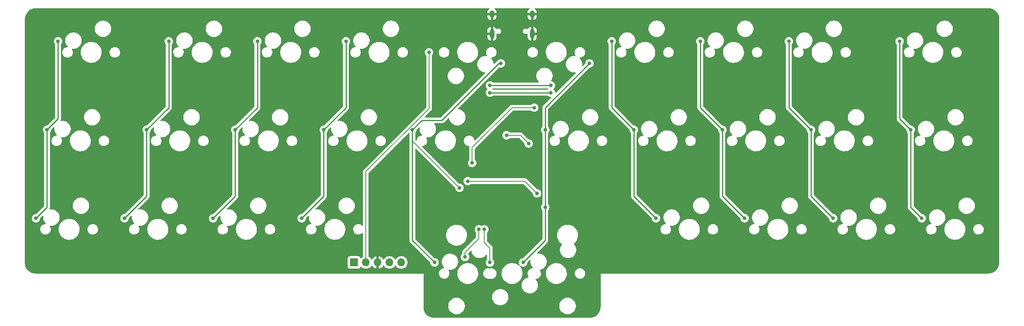
<source format=gtl>
%TF.GenerationSoftware,KiCad,Pcbnew,7.0.6*%
%TF.CreationDate,2023-07-12T00:22:12-04:00*%
%TF.ProjectId,littolRP2040,6c697474-6f6c-4525-9032-3034302e6b69,rev?*%
%TF.SameCoordinates,Original*%
%TF.FileFunction,Copper,L1,Top*%
%TF.FilePolarity,Positive*%
%FSLAX46Y46*%
G04 Gerber Fmt 4.6, Leading zero omitted, Abs format (unit mm)*
G04 Created by KiCad (PCBNEW 7.0.6) date 2023-07-12 00:22:12*
%MOMM*%
%LPD*%
G01*
G04 APERTURE LIST*
%TA.AperFunction,ComponentPad*%
%ADD10R,1.700000X1.700000*%
%TD*%
%TA.AperFunction,ComponentPad*%
%ADD11O,1.700000X1.700000*%
%TD*%
%TA.AperFunction,ComponentPad*%
%ADD12O,1.000000X1.600000*%
%TD*%
%TA.AperFunction,ComponentPad*%
%ADD13O,1.000000X2.100000*%
%TD*%
%TA.AperFunction,ViaPad*%
%ADD14C,0.800000*%
%TD*%
%TA.AperFunction,Conductor*%
%ADD15C,0.250000*%
%TD*%
%TA.AperFunction,Conductor*%
%ADD16C,0.200000*%
%TD*%
G04 APERTURE END LIST*
D10*
%TO.P,J2,1,Pin_1*%
%TO.N,RESET*%
X118427824Y-120253428D03*
D11*
%TO.P,J2,2,Pin_2*%
%TO.N,+3V3*%
X120967824Y-120253428D03*
%TO.P,J2,3,Pin_3*%
%TO.N,GND*%
X123507824Y-120253428D03*
%TO.P,J2,4,Pin_4*%
%TO.N,SWC*%
X126047824Y-120253428D03*
%TO.P,J2,5,Pin_5*%
%TO.N,SWD*%
X128587824Y-120253428D03*
%TD*%
D12*
%TO.P,J1,S1,SHIELD*%
%TO.N,GND*%
X148080384Y-66815796D03*
D13*
X148080384Y-70995796D03*
D12*
X156720384Y-66815796D03*
D13*
X156720384Y-70995796D03*
%TD*%
D14*
%TO.N,GND*%
X153591012Y-104775264D03*
X161330094Y-99417438D03*
X150019128Y-74414250D03*
X158353524Y-104179950D03*
X145967244Y-98822124D03*
X144065988Y-113109660D03*
X153591012Y-113109660D03*
X155972268Y-96440868D03*
X151209756Y-107156520D03*
X141089418Y-107156520D03*
X153591012Y-95845554D03*
X152400384Y-105965892D03*
X149423814Y-98226810D03*
X157162896Y-101798694D03*
X153591012Y-107156520D03*
X151209756Y-105965892D03*
X152400384Y-104775264D03*
X152400384Y-107156520D03*
X153591012Y-115490916D03*
X151209756Y-104775264D03*
X153591012Y-105965892D03*
%TO.N,ROW 0*%
X160734780Y-83686146D03*
X147637872Y-83686146D03*
%TO.N,+3V3*%
X155972268Y-94654926D03*
X134540964Y-75009564D03*
X151209756Y-92868984D03*
%TO.N,ROW 1*%
X142875360Y-102736194D03*
X157758210Y-105370578D03*
%TO.N,Net-(MX13-ROW)*%
X147637872Y-82153332D03*
X160734780Y-82153332D03*
%TO.N,Net-(MX17-ROW)*%
X157162896Y-86915844D03*
X143825360Y-98822124D03*
%TO.N,COL 0*%
X52387632Y-91678356D03*
X50006376Y-110728404D03*
X54768888Y-72628308D03*
%TO.N,COL 1*%
X69056424Y-110728404D03*
X78581448Y-72628308D03*
X73818936Y-91678356D03*
%TO.N,COL 2*%
X97631496Y-72628308D03*
X88106472Y-110728404D03*
X92868984Y-91678356D03*
%TO.N,COL 3*%
X116681544Y-72628308D03*
X107156520Y-110728404D03*
X111919032Y-91678356D03*
%TO.N,COL 4*%
X135731592Y-120253428D03*
X150019128Y-77390820D03*
X130969080Y-91678356D03*
X141089418Y-104179950D03*
%TO.N,COL 5*%
X154781640Y-120253428D03*
X159544152Y-108347148D03*
X159544152Y-91678356D03*
X169069176Y-77390820D03*
%TO.N,COL 6*%
X183356712Y-110728404D03*
X173831688Y-72628308D03*
X178594200Y-91678356D03*
%TO.N,COL 7*%
X192881736Y-72628308D03*
X202406760Y-110728404D03*
X197644248Y-91678356D03*
%TO.N,COL 8*%
X221456808Y-110728404D03*
X216694296Y-91678356D03*
X211931784Y-72628308D03*
%TO.N,COL 9*%
X240506856Y-110728404D03*
X235744344Y-72628308D03*
X238125600Y-91678356D03*
%TO.N,SWC*%
X147637872Y-120253428D03*
X146447244Y-113109660D03*
%TO.N,SWD*%
X145256616Y-113109660D03*
X142280046Y-119062800D03*
%TD*%
D15*
%TO.N,ROW 0*%
X147637872Y-83686146D02*
X160734780Y-83686146D01*
D16*
%TO.N,+3V3*%
X120967824Y-120253428D02*
X120967824Y-100689662D01*
X154186326Y-92868984D02*
X155972268Y-94654926D01*
X120967824Y-100689662D02*
X134540964Y-87116522D01*
X134540964Y-87116522D02*
X134540964Y-75009564D01*
X151209756Y-92868984D02*
X154186326Y-92868984D01*
%TO.N,ROW 1*%
X157758210Y-105370578D02*
X155123826Y-102736194D01*
X155123826Y-102736194D02*
X142875360Y-102736194D01*
D15*
%TO.N,Net-(MX13-ROW)*%
X147637872Y-82153332D02*
X160734780Y-82153332D01*
D16*
%TO.N,Net-(MX17-ROW)*%
X143825360Y-95490868D02*
X152400384Y-86915844D01*
X143825360Y-98822124D02*
X143825360Y-95490868D01*
X157162896Y-86915844D02*
X152400384Y-86915844D01*
D15*
%TO.N,COL 0*%
X52387632Y-91678356D02*
X52387632Y-108347148D01*
X54768888Y-72628308D02*
X54768888Y-89297100D01*
X54768888Y-89297100D02*
X52387632Y-91678356D01*
X52387632Y-108347148D02*
X50006376Y-110728404D01*
%TO.N,COL 1*%
X78581448Y-86915844D02*
X73818936Y-91678356D01*
X73818936Y-91678356D02*
X73818936Y-105965892D01*
X73818936Y-105965892D02*
X69056424Y-110728404D01*
X78581448Y-72628308D02*
X78581448Y-86915844D01*
%TO.N,COL 2*%
X97631496Y-86915844D02*
X97631496Y-72628308D01*
X88106472Y-110728404D02*
X92868984Y-105965892D01*
X92868984Y-91678356D02*
X97631496Y-86915844D01*
X92868984Y-105965892D02*
X92868984Y-91678356D01*
%TO.N,COL 3*%
X111919032Y-91678356D02*
X111919032Y-105965892D01*
X111919032Y-105965892D02*
X107156520Y-110728404D01*
X116681544Y-72628308D02*
X116681544Y-86915844D01*
X116681544Y-86915844D02*
X111919032Y-91678356D01*
%TO.N,COL 4*%
X133002824Y-89644612D02*
X130969080Y-91678356D01*
X137316367Y-89644612D02*
X133002824Y-89644612D01*
X130969080Y-115490916D02*
X135731592Y-120253428D01*
X149570159Y-77390820D02*
X137316367Y-89644612D01*
X130969080Y-91678356D02*
X130969080Y-94059612D01*
X150019128Y-77390820D02*
X149570159Y-77390820D01*
D16*
X130969080Y-94059612D02*
X141089418Y-104179950D01*
D15*
X130969080Y-94059612D02*
X130969080Y-115490916D01*
%TO.N,COL 5*%
X159544152Y-91678356D02*
X159544152Y-108347148D01*
X159544152Y-115490916D02*
X154781640Y-120253428D01*
X169069176Y-77390820D02*
X159544152Y-86915844D01*
X159544152Y-108347148D02*
X159544152Y-115490916D01*
X159544152Y-86915844D02*
X159544152Y-91678356D01*
%TO.N,COL 6*%
X178594200Y-91678356D02*
X178594200Y-105965892D01*
X178594200Y-105965892D02*
X183356712Y-110728404D01*
X173831688Y-86915844D02*
X178594200Y-91678356D01*
X173831688Y-72628308D02*
X173831688Y-86915844D01*
%TO.N,COL 7*%
X197644248Y-105965892D02*
X202406760Y-110728404D01*
X192881736Y-86915844D02*
X197644248Y-91678356D01*
X197644248Y-91678356D02*
X197644248Y-105965892D01*
X192881736Y-72628308D02*
X192881736Y-86915844D01*
%TO.N,COL 8*%
X211931784Y-72628308D02*
X211931784Y-86915844D01*
X211931784Y-86915844D02*
X216694296Y-91678356D01*
X216694296Y-105965892D02*
X221456808Y-110728404D01*
X216694296Y-91678356D02*
X216694296Y-105965892D01*
%TO.N,COL 9*%
X238125600Y-91678356D02*
X238125600Y-108347148D01*
X238125600Y-108347148D02*
X240506856Y-110728404D01*
X235744344Y-89297100D02*
X238125600Y-91678356D01*
X235744344Y-72628308D02*
X235744344Y-89297100D01*
D16*
%TO.N,SWC*%
X147637872Y-120253428D02*
X147637872Y-117160901D01*
X147637872Y-117160901D02*
X146447244Y-115970273D01*
X146447244Y-115970273D02*
X146447244Y-113109660D01*
%TO.N,SWD*%
X145256616Y-115097133D02*
X145256616Y-113109660D01*
X142280046Y-119062800D02*
X142280046Y-118073703D01*
X142280046Y-118073703D02*
X145256616Y-115097133D01*
%TD*%
%TA.AperFunction,Conductor*%
%TO.N,GND*%
G36*
X147477271Y-65504725D02*
G01*
X147523026Y-65557529D01*
X147532970Y-65626687D01*
X147503945Y-65690243D01*
X147475823Y-65714272D01*
X147465118Y-65720943D01*
X147465118Y-65720944D01*
X147317715Y-65861060D01*
X147317714Y-65861062D01*
X147201527Y-66027991D01*
X147121324Y-66214888D01*
X147080384Y-66414105D01*
X147080384Y-66565796D01*
X147780384Y-66565796D01*
X147780384Y-67065796D01*
X147080384Y-67065796D01*
X147080384Y-67166509D01*
X147095802Y-67318134D01*
X147156683Y-67512177D01*
X147156688Y-67512187D01*
X147255389Y-67690011D01*
X147255389Y-67690012D01*
X147387862Y-67844326D01*
X147387863Y-67844327D01*
X147548688Y-67968814D01*
X147731291Y-68058385D01*
X147830384Y-68084040D01*
X147830384Y-67281906D01*
X147854841Y-67321406D01*
X147944346Y-67388997D01*
X148052224Y-67419691D01*
X148163905Y-67409342D01*
X148264306Y-67359348D01*
X148330384Y-67286865D01*
X148330384Y-68089162D01*
X148332328Y-68088865D01*
X148332329Y-68088865D01*
X148523044Y-68018232D01*
X148523048Y-68018230D01*
X148695651Y-67910646D01*
X148843052Y-67770531D01*
X148843053Y-67770529D01*
X148959240Y-67603600D01*
X149039443Y-67416703D01*
X149080384Y-67217486D01*
X149080384Y-67065796D01*
X148380384Y-67065796D01*
X148380384Y-66565796D01*
X149080384Y-66565796D01*
X149080384Y-66465082D01*
X149064965Y-66313457D01*
X149004084Y-66119414D01*
X149004079Y-66119404D01*
X148905378Y-65941580D01*
X148905378Y-65941579D01*
X148772905Y-65787265D01*
X148772904Y-65787264D01*
X148669335Y-65707096D01*
X148628371Y-65650495D01*
X148624511Y-65580732D01*
X148658980Y-65519956D01*
X148720835Y-65487465D01*
X148745236Y-65485040D01*
X156050232Y-65485040D01*
X156117271Y-65504725D01*
X156163026Y-65557529D01*
X156172970Y-65626687D01*
X156143945Y-65690243D01*
X156115823Y-65714272D01*
X156105118Y-65720943D01*
X156105118Y-65720944D01*
X155957715Y-65861060D01*
X155957714Y-65861062D01*
X155841527Y-66027991D01*
X155761324Y-66214888D01*
X155720384Y-66414105D01*
X155720384Y-66565796D01*
X156420384Y-66565796D01*
X156420384Y-67065796D01*
X155720384Y-67065796D01*
X155720384Y-67166509D01*
X155735802Y-67318134D01*
X155796683Y-67512177D01*
X155796688Y-67512187D01*
X155895389Y-67690011D01*
X155895389Y-67690012D01*
X156027862Y-67844326D01*
X156027863Y-67844327D01*
X156188688Y-67968814D01*
X156371291Y-68058385D01*
X156470384Y-68084040D01*
X156470384Y-67281906D01*
X156494841Y-67321406D01*
X156584346Y-67388997D01*
X156692224Y-67419691D01*
X156803905Y-67409342D01*
X156904306Y-67359348D01*
X156970384Y-67286865D01*
X156970384Y-68089162D01*
X156972328Y-68088865D01*
X156972329Y-68088865D01*
X157163044Y-68018232D01*
X157163048Y-68018230D01*
X157335651Y-67910646D01*
X157483052Y-67770531D01*
X157483053Y-67770529D01*
X157599240Y-67603600D01*
X157679443Y-67416703D01*
X157720384Y-67217486D01*
X157720384Y-67065796D01*
X157020384Y-67065796D01*
X157020384Y-66565796D01*
X157720384Y-66565796D01*
X157720384Y-66465082D01*
X157704965Y-66313457D01*
X157644084Y-66119414D01*
X157644079Y-66119404D01*
X157545378Y-65941580D01*
X157545378Y-65941579D01*
X157412905Y-65787265D01*
X157412904Y-65787264D01*
X157309335Y-65707096D01*
X157268371Y-65650495D01*
X157264511Y-65580732D01*
X157298980Y-65519956D01*
X157360835Y-65487465D01*
X157385236Y-65485040D01*
X254743327Y-65485040D01*
X254746886Y-65486085D01*
X254792529Y-65485081D01*
X254796271Y-65485111D01*
X254892776Y-65488828D01*
X255079967Y-65496989D01*
X255087062Y-65497711D01*
X255215402Y-65518333D01*
X255369436Y-65545476D01*
X255375786Y-65546944D01*
X255507176Y-65584748D01*
X255639904Y-65626581D01*
X255650473Y-65629913D01*
X255656031Y-65631961D01*
X255784549Y-65686447D01*
X255918722Y-65748996D01*
X255923372Y-65751411D01*
X256044599Y-65821113D01*
X256046903Y-65822508D01*
X256169849Y-65900816D01*
X256173700Y-65903479D01*
X256286045Y-65987588D01*
X256288735Y-65989721D01*
X256334354Y-66027991D01*
X256400005Y-66083067D01*
X256402989Y-66085741D01*
X256504544Y-66182939D01*
X256507339Y-66185794D01*
X256605477Y-66292872D01*
X256607725Y-66295466D01*
X256696685Y-66404028D01*
X256699515Y-66407760D01*
X256783106Y-66527115D01*
X256784665Y-66529453D01*
X256859554Y-66647418D01*
X256862204Y-66652016D01*
X256930568Y-66783310D01*
X256990621Y-66909295D01*
X256992914Y-66914765D01*
X257044325Y-67055973D01*
X257087835Y-67185539D01*
X257089590Y-67191856D01*
X257123455Y-67344543D01*
X257149672Y-67471815D01*
X257150712Y-67478921D01*
X257167217Y-67667387D01*
X257174938Y-67760965D01*
X257175148Y-67766065D01*
X257175148Y-120251548D01*
X257175035Y-120255292D01*
X257169023Y-120354675D01*
X257156596Y-120544579D01*
X257155712Y-120551712D01*
X257131255Y-120685163D01*
X257100626Y-120839130D01*
X257099009Y-120845484D01*
X257056894Y-120980635D01*
X257008126Y-121124291D01*
X257005954Y-121129809D01*
X256946803Y-121261235D01*
X256880561Y-121395555D01*
X256878012Y-121400209D01*
X256803446Y-121523556D01*
X256801938Y-121525926D01*
X256719927Y-121648663D01*
X256717180Y-121652456D01*
X256627966Y-121766327D01*
X256625775Y-121768971D01*
X256528729Y-121879629D01*
X256525954Y-121882591D01*
X256423565Y-121984979D01*
X256420603Y-121987753D01*
X256309936Y-122084804D01*
X256307293Y-122086996D01*
X256193432Y-122176198D01*
X256189640Y-122178944D01*
X256066885Y-122260965D01*
X256064514Y-122262473D01*
X255941180Y-122337029D01*
X255936526Y-122339577D01*
X255802213Y-122405814D01*
X255670772Y-122464968D01*
X255665254Y-122467141D01*
X255521631Y-122515895D01*
X255386434Y-122558022D01*
X255380081Y-122559639D01*
X255226134Y-122590261D01*
X255092670Y-122614717D01*
X255085544Y-122615601D01*
X254900416Y-122627736D01*
X254855073Y-122630478D01*
X254795677Y-122634071D01*
X254791944Y-122634184D01*
X171475192Y-122634184D01*
X171475048Y-122634155D01*
X171475048Y-122634160D01*
X171450430Y-122634142D01*
X171450048Y-122634300D01*
X171449890Y-122634682D01*
X171449908Y-122659300D01*
X171449903Y-122659300D01*
X171449932Y-122659443D01*
X171449932Y-129776576D01*
X171449819Y-129780319D01*
X171444040Y-129875880D01*
X171431298Y-130070107D01*
X171430415Y-130077229D01*
X171406761Y-130206317D01*
X171375258Y-130364703D01*
X171373641Y-130371057D01*
X171332390Y-130503443D01*
X171282677Y-130649896D01*
X171280505Y-130655415D01*
X171222299Y-130784747D01*
X171155013Y-130921194D01*
X171152464Y-130925849D01*
X171078924Y-131047503D01*
X171077416Y-131049874D01*
X170994249Y-131174343D01*
X170991502Y-131178135D01*
X170903444Y-131290537D01*
X170901252Y-131293180D01*
X170802903Y-131405328D01*
X170800128Y-131408290D01*
X170699005Y-131509414D01*
X170696043Y-131512188D01*
X170583912Y-131610526D01*
X170581268Y-131612717D01*
X170468851Y-131700792D01*
X170465058Y-131703539D01*
X170340587Y-131786709D01*
X170338216Y-131788216D01*
X170216569Y-131861754D01*
X170211914Y-131864303D01*
X170075477Y-131931586D01*
X169946139Y-131989795D01*
X169940620Y-131991968D01*
X169794146Y-132041689D01*
X169661781Y-132082935D01*
X169655427Y-132084552D01*
X169497039Y-132116057D01*
X169367963Y-132139709D01*
X169360837Y-132140593D01*
X169163454Y-132153529D01*
X169071429Y-132159095D01*
X169067685Y-132159208D01*
X135631334Y-132159208D01*
X135627589Y-132159095D01*
X135526676Y-132152989D01*
X135351296Y-132141523D01*
X135344165Y-132140639D01*
X135310475Y-132134465D01*
X135213413Y-132116675D01*
X135069413Y-132088028D01*
X135063060Y-132086411D01*
X134931804Y-132045509D01*
X134796494Y-131999574D01*
X134790976Y-131997401D01*
X134663783Y-131940155D01*
X134536865Y-131877564D01*
X134532210Y-131875015D01*
X134413056Y-131802981D01*
X134410685Y-131801473D01*
X134294617Y-131723915D01*
X134290825Y-131721169D01*
X134180913Y-131635057D01*
X134178270Y-131632865D01*
X134073577Y-131541050D01*
X134070615Y-131538276D01*
X133971785Y-131439442D01*
X133969011Y-131436480D01*
X133877202Y-131331790D01*
X133875010Y-131329147D01*
X133788894Y-131219224D01*
X133786147Y-131215432D01*
X133758692Y-131174343D01*
X133708565Y-131099320D01*
X133707105Y-131097023D01*
X133635038Y-130977808D01*
X133632516Y-130973201D01*
X133590526Y-130888052D01*
X133569930Y-130846285D01*
X133512678Y-130719075D01*
X133510505Y-130713556D01*
X133490769Y-130655415D01*
X133464584Y-130578277D01*
X133423671Y-130446978D01*
X133422057Y-130440635D01*
X133393408Y-130296601D01*
X133388497Y-130269803D01*
X133369446Y-130165845D01*
X133368565Y-130158743D01*
X133357549Y-129990663D01*
X133350949Y-129881531D01*
X133350836Y-129877787D01*
X133350836Y-129752671D01*
X138687884Y-129752671D01*
X138727521Y-130015650D01*
X138727523Y-130015656D01*
X138805918Y-130269803D01*
X138921308Y-130509413D01*
X138921309Y-130509415D01*
X138921311Y-130509418D01*
X138921313Y-130509422D01*
X139043467Y-130688589D01*
X139071134Y-130729169D01*
X139252028Y-130924128D01*
X139252032Y-130924131D01*
X139252033Y-130924132D01*
X139459969Y-131089956D01*
X139690298Y-131222936D01*
X139937874Y-131320103D01*
X140197167Y-131379285D01*
X140246871Y-131383009D01*
X140395977Y-131394184D01*
X140395983Y-131394184D01*
X140528791Y-131394184D01*
X140661328Y-131384251D01*
X140727601Y-131379285D01*
X140986894Y-131320103D01*
X141234470Y-131222936D01*
X141464799Y-131089956D01*
X141672735Y-130924132D01*
X141853634Y-130729169D01*
X142003455Y-130509422D01*
X142118851Y-130269800D01*
X142197245Y-130015655D01*
X142218313Y-129875880D01*
X142236883Y-129752671D01*
X162563884Y-129752671D01*
X162603521Y-130015650D01*
X162603523Y-130015656D01*
X162681918Y-130269803D01*
X162797308Y-130509413D01*
X162797309Y-130509415D01*
X162797311Y-130509418D01*
X162797313Y-130509422D01*
X162919467Y-130688589D01*
X162947134Y-130729169D01*
X163128028Y-130924128D01*
X163128032Y-130924131D01*
X163128033Y-130924132D01*
X163335969Y-131089956D01*
X163566298Y-131222936D01*
X163813874Y-131320103D01*
X164073167Y-131379285D01*
X164122871Y-131383009D01*
X164271977Y-131394184D01*
X164271983Y-131394184D01*
X164404791Y-131394184D01*
X164537329Y-131384251D01*
X164603601Y-131379285D01*
X164862894Y-131320103D01*
X165110470Y-131222936D01*
X165340799Y-131089956D01*
X165548735Y-130924132D01*
X165729634Y-130729169D01*
X165879455Y-130509422D01*
X165994851Y-130269800D01*
X166073245Y-130015655D01*
X166094313Y-129875880D01*
X166112883Y-129752671D01*
X166112884Y-129752662D01*
X166112884Y-129486705D01*
X166112883Y-129486696D01*
X166073246Y-129223717D01*
X166073244Y-129223711D01*
X165994851Y-128969568D01*
X165879455Y-128729946D01*
X165729634Y-128510199D01*
X165719506Y-128499283D01*
X165548739Y-128315239D01*
X165508745Y-128283345D01*
X165340799Y-128149412D01*
X165110470Y-128016432D01*
X164862894Y-127919265D01*
X164862885Y-127919263D01*
X164862882Y-127919262D01*
X164603598Y-127860082D01*
X164404791Y-127845184D01*
X164404785Y-127845184D01*
X164271983Y-127845184D01*
X164271977Y-127845184D01*
X164073169Y-127860082D01*
X163813885Y-127919262D01*
X163813877Y-127919264D01*
X163813874Y-127919265D01*
X163813871Y-127919265D01*
X163813868Y-127919267D01*
X163566297Y-128016432D01*
X163335969Y-128149412D01*
X163128028Y-128315239D01*
X162947134Y-128510198D01*
X162797309Y-128729952D01*
X162797308Y-128729954D01*
X162681918Y-128969564D01*
X162603523Y-129223711D01*
X162603521Y-129223717D01*
X162563884Y-129486696D01*
X162563884Y-129752671D01*
X142236883Y-129752671D01*
X142236884Y-129752662D01*
X142236884Y-129486705D01*
X142236883Y-129486696D01*
X142197246Y-129223717D01*
X142197244Y-129223711D01*
X142118851Y-128969568D01*
X142003455Y-128729946D01*
X141853634Y-128510199D01*
X141843506Y-128499283D01*
X141672739Y-128315239D01*
X141632745Y-128283345D01*
X141464799Y-128149412D01*
X141234470Y-128016432D01*
X140986894Y-127919265D01*
X140986885Y-127919263D01*
X140986882Y-127919262D01*
X140727598Y-127860082D01*
X140537959Y-127845871D01*
X148109884Y-127845871D01*
X148130178Y-127980507D01*
X148148988Y-128105299D01*
X148148989Y-128105301D01*
X148148990Y-128105307D01*
X148226322Y-128356010D01*
X148340151Y-128592380D01*
X148340152Y-128592381D01*
X148340154Y-128592384D01*
X148340156Y-128592388D01*
X148433942Y-128729946D01*
X148487951Y-128809163D01*
X148666398Y-129001485D01*
X148666402Y-129001488D01*
X148666403Y-129001489D01*
X148871527Y-129165070D01*
X149098741Y-129296252D01*
X149342968Y-129392104D01*
X149598754Y-129450486D01*
X149598760Y-129450486D01*
X149598763Y-129450487D01*
X149794884Y-129465184D01*
X149794890Y-129465184D01*
X149925884Y-129465184D01*
X150122004Y-129450487D01*
X150122006Y-129450486D01*
X150122014Y-129450486D01*
X150377800Y-129392104D01*
X150622027Y-129296252D01*
X150849241Y-129165070D01*
X151054365Y-129001489D01*
X151232817Y-128809163D01*
X151380612Y-128592388D01*
X151494447Y-128356007D01*
X151571780Y-128105299D01*
X151610884Y-127845866D01*
X151610884Y-127583502D01*
X151571780Y-127324069D01*
X151494447Y-127073361D01*
X151387897Y-126852107D01*
X151380616Y-126836987D01*
X151380615Y-126836986D01*
X151380614Y-126836985D01*
X151380612Y-126836980D01*
X151232817Y-126620205D01*
X151222825Y-126609437D01*
X151054369Y-126427882D01*
X151014917Y-126396420D01*
X150849241Y-126264298D01*
X150622027Y-126133116D01*
X150377800Y-126037264D01*
X150377795Y-126037262D01*
X150377786Y-126037260D01*
X150160202Y-125987598D01*
X150122014Y-125978882D01*
X150122013Y-125978881D01*
X150122009Y-125978881D01*
X150122004Y-125978880D01*
X149925884Y-125964184D01*
X149925878Y-125964184D01*
X149794890Y-125964184D01*
X149794884Y-125964184D01*
X149598763Y-125978880D01*
X149598758Y-125978881D01*
X149342981Y-126037260D01*
X149342962Y-126037266D01*
X149098740Y-126133116D01*
X148871527Y-126264298D01*
X148666398Y-126427882D01*
X148487951Y-126620204D01*
X148340152Y-126836986D01*
X148340151Y-126836987D01*
X148226322Y-127073357D01*
X148148990Y-127324060D01*
X148148989Y-127324065D01*
X148148988Y-127324069D01*
X148134237Y-127421931D01*
X148109884Y-127583496D01*
X148109884Y-127845871D01*
X140537959Y-127845871D01*
X140528791Y-127845184D01*
X140528785Y-127845184D01*
X140395983Y-127845184D01*
X140395977Y-127845184D01*
X140197169Y-127860082D01*
X139937885Y-127919262D01*
X139937877Y-127919264D01*
X139937874Y-127919265D01*
X139937871Y-127919265D01*
X139937868Y-127919267D01*
X139690297Y-128016432D01*
X139459969Y-128149412D01*
X139252028Y-128315239D01*
X139071134Y-128510198D01*
X138921309Y-128729952D01*
X138921308Y-128729954D01*
X138805918Y-128969564D01*
X138727523Y-129223711D01*
X138727521Y-129223717D01*
X138687884Y-129486696D01*
X138687884Y-129752671D01*
X133350836Y-129752671D01*
X133350836Y-122659443D01*
X133350864Y-122659300D01*
X133350860Y-122659300D01*
X133350877Y-122634682D01*
X133350719Y-122634300D01*
X133350337Y-122634142D01*
X133325720Y-122634160D01*
X133325719Y-122634155D01*
X133325576Y-122634184D01*
X49906112Y-122634184D01*
X49902368Y-122634071D01*
X49805565Y-122628216D01*
X49625583Y-122616419D01*
X49618458Y-122615535D01*
X49492105Y-122592383D01*
X49434303Y-122580886D01*
X136666020Y-122580886D01*
X136676247Y-122795585D01*
X136726923Y-123004475D01*
X136726925Y-123004479D01*
X136728913Y-123008833D01*
X136816214Y-123199994D01*
X136940894Y-123375083D01*
X136940895Y-123375084D01*
X136940900Y-123375090D01*
X137096454Y-123523409D01*
X137096456Y-123523410D01*
X137096457Y-123523411D01*
X137277280Y-123639619D01*
X137476828Y-123719506D01*
X137518207Y-123727481D01*
X137687887Y-123760184D01*
X137687888Y-123760184D01*
X137848972Y-123760184D01*
X137848978Y-123760184D01*
X138009331Y-123744872D01*
X138215569Y-123684315D01*
X138406619Y-123585822D01*
X138575577Y-123452952D01*
X138716336Y-123290508D01*
X138823808Y-123104361D01*
X138894110Y-122901238D01*
X138921627Y-122709851D01*
X140627193Y-122709851D01*
X140657270Y-123008826D01*
X140657271Y-123008833D01*
X140726928Y-123301125D01*
X140726931Y-123301137D01*
X140834926Y-123581537D01*
X140834933Y-123581552D01*
X140979339Y-123845059D01*
X140979343Y-123845065D01*
X141070656Y-123968996D01*
X141157583Y-124086974D01*
X141366481Y-124302973D01*
X141602306Y-124489202D01*
X141860847Y-124642336D01*
X142137493Y-124759644D01*
X142137496Y-124759644D01*
X142137499Y-124759646D01*
X142282399Y-124799338D01*
X142427306Y-124839032D01*
X142725115Y-124879084D01*
X142725120Y-124879084D01*
X142950401Y-124879084D01*
X143113873Y-124868139D01*
X143175179Y-124864036D01*
X143469647Y-124804183D01*
X143753511Y-124705615D01*
X144021703Y-124570091D01*
X144269440Y-124400030D01*
X144492299Y-124198466D01*
X144686303Y-123968996D01*
X144847991Y-123715716D01*
X144974478Y-123443144D01*
X145063506Y-123156146D01*
X145113486Y-122859842D01*
X145122813Y-122580886D01*
X146191044Y-122580886D01*
X146201271Y-122795585D01*
X146251947Y-123004475D01*
X146251949Y-123004479D01*
X146253937Y-123008833D01*
X146341238Y-123199994D01*
X146465918Y-123375083D01*
X146465919Y-123375084D01*
X146465924Y-123375090D01*
X146621478Y-123523409D01*
X146621480Y-123523410D01*
X146621481Y-123523411D01*
X146802304Y-123639619D01*
X147001852Y-123719506D01*
X147043231Y-123727481D01*
X147212911Y-123760184D01*
X147212912Y-123760184D01*
X147373996Y-123760184D01*
X147374002Y-123760184D01*
X147534355Y-123744872D01*
X147598254Y-123726108D01*
X147656653Y-123723327D01*
X147768436Y-123744871D01*
X147847887Y-123760184D01*
X147847888Y-123760184D01*
X148008972Y-123760184D01*
X148008978Y-123760184D01*
X148169331Y-123744872D01*
X148375569Y-123684315D01*
X148566619Y-123585822D01*
X148735577Y-123452952D01*
X148876336Y-123290508D01*
X148983808Y-123104361D01*
X149054110Y-122901238D01*
X149084699Y-122688481D01*
X149074472Y-122473780D01*
X149023797Y-122264894D01*
X148934506Y-122069374D01*
X148809826Y-121894285D01*
X148809824Y-121894283D01*
X148809819Y-121894277D01*
X148654265Y-121745958D01*
X148473440Y-121629749D01*
X148273890Y-121549861D01*
X148062833Y-121509184D01*
X148062832Y-121509184D01*
X147901742Y-121509184D01*
X147751233Y-121523556D01*
X147741389Y-121524496D01*
X147741382Y-121524497D01*
X147677489Y-121543258D01*
X147619088Y-121546040D01*
X147427857Y-121509184D01*
X147427856Y-121509184D01*
X147266766Y-121509184D01*
X147116257Y-121523556D01*
X147106413Y-121524496D01*
X147106409Y-121524497D01*
X146900177Y-121585052D01*
X146709120Y-121683548D01*
X146540169Y-121816413D01*
X146540166Y-121816417D01*
X146399405Y-121978862D01*
X146291937Y-122165003D01*
X146221635Y-122368126D01*
X146221634Y-122368128D01*
X146191045Y-122580884D01*
X146191044Y-122580886D01*
X145122813Y-122580886D01*
X145123527Y-122559520D01*
X145093449Y-122260539D01*
X145023790Y-121968235D01*
X144915791Y-121687824D01*
X144771381Y-121424309D01*
X144764154Y-121414501D01*
X144674535Y-121292868D01*
X144593137Y-121182394D01*
X144384239Y-120966395D01*
X144384232Y-120966389D01*
X144148415Y-120780167D01*
X144148416Y-120780167D01*
X144148414Y-120780166D01*
X143889873Y-120627032D01*
X143613227Y-120509724D01*
X143613220Y-120509721D01*
X143323419Y-120430337D01*
X143323416Y-120430336D01*
X143323414Y-120430336D01*
X143025605Y-120390284D01*
X142800327Y-120390284D01*
X142800319Y-120390284D01*
X142575543Y-120405331D01*
X142575534Y-120405333D01*
X142281070Y-120465185D01*
X141997207Y-120563753D01*
X141997204Y-120563755D01*
X141729022Y-120699273D01*
X141481278Y-120869339D01*
X141258422Y-121070900D01*
X141064418Y-121300370D01*
X141064416Y-121300372D01*
X140902726Y-121553656D01*
X140776246Y-121826215D01*
X140776242Y-121826224D01*
X140759676Y-121879629D01*
X140687214Y-122113219D01*
X140644217Y-122368126D01*
X140637234Y-122409526D01*
X140629691Y-122635149D01*
X140627193Y-122709851D01*
X138921627Y-122709851D01*
X138924699Y-122688481D01*
X138914472Y-122473780D01*
X138863797Y-122264894D01*
X138774506Y-122069374D01*
X138746496Y-122030039D01*
X138723644Y-121964015D01*
X138740116Y-121896115D01*
X138790683Y-121847899D01*
X138856771Y-121834461D01*
X138999860Y-121845184D01*
X138999866Y-121845184D01*
X139130860Y-121845184D01*
X139326980Y-121830487D01*
X139326982Y-121830486D01*
X139326990Y-121830486D01*
X139582776Y-121772104D01*
X139827003Y-121676252D01*
X140054217Y-121545070D01*
X140259341Y-121381489D01*
X140437793Y-121189163D01*
X140585588Y-120972388D01*
X140589967Y-120963296D01*
X140611039Y-120919538D01*
X140699423Y-120736007D01*
X140776756Y-120485299D01*
X140815860Y-120225866D01*
X140815860Y-119963502D01*
X140776756Y-119704069D01*
X140699423Y-119453361D01*
X140670010Y-119392284D01*
X140585592Y-119216987D01*
X140585591Y-119216986D01*
X140585590Y-119216985D01*
X140585588Y-119216980D01*
X140480470Y-119062800D01*
X141374586Y-119062800D01*
X141394372Y-119251056D01*
X141394373Y-119251059D01*
X141452864Y-119431077D01*
X141452867Y-119431084D01*
X141547513Y-119595016D01*
X141660197Y-119720164D01*
X141674175Y-119735688D01*
X141827311Y-119846948D01*
X141827316Y-119846951D01*
X142000238Y-119923942D01*
X142000243Y-119923944D01*
X142185400Y-119963300D01*
X142185401Y-119963300D01*
X142374690Y-119963300D01*
X142374692Y-119963300D01*
X142559849Y-119923944D01*
X142732776Y-119846951D01*
X142885917Y-119735688D01*
X143012579Y-119595016D01*
X143107225Y-119431084D01*
X143165720Y-119251056D01*
X143185506Y-119062800D01*
X143165720Y-118874544D01*
X143107225Y-118694516D01*
X143012579Y-118530584D01*
X142930138Y-118439024D01*
X142899910Y-118376036D01*
X142908535Y-118306701D01*
X142934606Y-118268377D01*
X143471823Y-117731160D01*
X143533144Y-117697677D01*
X143602836Y-117702661D01*
X143658769Y-117744533D01*
X143682117Y-117800360D01*
X143703965Y-117945303D01*
X143703966Y-117945307D01*
X143781298Y-118196010D01*
X143895127Y-118432380D01*
X143895128Y-118432381D01*
X143895130Y-118432384D01*
X143895132Y-118432388D01*
X143989597Y-118570942D01*
X144042927Y-118649163D01*
X144221374Y-118841485D01*
X144221378Y-118841488D01*
X144221379Y-118841489D01*
X144426503Y-119005070D01*
X144653717Y-119136252D01*
X144897944Y-119232104D01*
X145153730Y-119290486D01*
X145153736Y-119290486D01*
X145153739Y-119290487D01*
X145349860Y-119305184D01*
X145349866Y-119305184D01*
X145480860Y-119305184D01*
X145676980Y-119290487D01*
X145676982Y-119290486D01*
X145676990Y-119290486D01*
X145932776Y-119232104D01*
X146177003Y-119136252D01*
X146404217Y-119005070D01*
X146609341Y-118841489D01*
X146787793Y-118649163D01*
X146810919Y-118615242D01*
X146864946Y-118570942D01*
X146934349Y-118562882D01*
X146997092Y-118593624D01*
X147033255Y-118653408D01*
X147037372Y-118685095D01*
X147037372Y-119526975D01*
X147017687Y-119594014D01*
X147005522Y-119609947D01*
X146905338Y-119721213D01*
X146810693Y-119885143D01*
X146810690Y-119885150D01*
X146767517Y-120018024D01*
X146752198Y-120065172D01*
X146732412Y-120253428D01*
X146752198Y-120441684D01*
X146752199Y-120441687D01*
X146810690Y-120621705D01*
X146810693Y-120621712D01*
X146905339Y-120785644D01*
X146997907Y-120888451D01*
X147032001Y-120926316D01*
X147185137Y-121037576D01*
X147185142Y-121037579D01*
X147358064Y-121114570D01*
X147358069Y-121114572D01*
X147543226Y-121153928D01*
X147543227Y-121153928D01*
X147732516Y-121153928D01*
X147732518Y-121153928D01*
X147917675Y-121114572D01*
X148090602Y-121037579D01*
X148243743Y-120926316D01*
X148370405Y-120785644D01*
X148465051Y-120621712D01*
X148523546Y-120441684D01*
X148543332Y-120253428D01*
X148523546Y-120065172D01*
X148465051Y-119885144D01*
X148370405Y-119721212D01*
X148278229Y-119618840D01*
X148270222Y-119609947D01*
X148239992Y-119546955D01*
X148238372Y-119526975D01*
X148238372Y-117204329D01*
X148238903Y-117196227D01*
X148243554Y-117160900D01*
X148243554Y-117160899D01*
X148222916Y-117004140D01*
X148222914Y-117004135D01*
X148162410Y-116858064D01*
X148162410Y-116858063D01*
X148162408Y-116858060D01*
X148090322Y-116764116D01*
X148078237Y-116748367D01*
X148066155Y-116732619D01*
X148037881Y-116710924D01*
X148031784Y-116705578D01*
X147084063Y-115757856D01*
X147050578Y-115696534D01*
X147047744Y-115670176D01*
X147047744Y-113836112D01*
X147067429Y-113769073D01*
X147079594Y-113753140D01*
X147179777Y-113641876D01*
X147274423Y-113477944D01*
X147332918Y-113297916D01*
X147352704Y-113109660D01*
X147332918Y-112921404D01*
X147274423Y-112741376D01*
X147179777Y-112577444D01*
X147053115Y-112436772D01*
X147001988Y-112399626D01*
X146899978Y-112325511D01*
X146899973Y-112325508D01*
X146727051Y-112248517D01*
X146727046Y-112248515D01*
X146581244Y-112217525D01*
X146541890Y-112209160D01*
X146352598Y-112209160D01*
X146320141Y-112216058D01*
X146167441Y-112248515D01*
X146167436Y-112248517D01*
X145994514Y-112325508D01*
X145994510Y-112325511D01*
X145924814Y-112376147D01*
X145859007Y-112399626D01*
X145790953Y-112383800D01*
X145779046Y-112376147D01*
X145709349Y-112325511D01*
X145709345Y-112325508D01*
X145536423Y-112248517D01*
X145536418Y-112248515D01*
X145390617Y-112217525D01*
X145351262Y-112209160D01*
X145161970Y-112209160D01*
X145129513Y-112216058D01*
X144976813Y-112248515D01*
X144976808Y-112248517D01*
X144803886Y-112325508D01*
X144803881Y-112325511D01*
X144650745Y-112436771D01*
X144524082Y-112577445D01*
X144429437Y-112741375D01*
X144429434Y-112741382D01*
X144382932Y-112884502D01*
X144370942Y-112921404D01*
X144351156Y-113109660D01*
X144370942Y-113297916D01*
X144370943Y-113297919D01*
X144429434Y-113477937D01*
X144429437Y-113477944D01*
X144524083Y-113641876D01*
X144624266Y-113753140D01*
X144654496Y-113816131D01*
X144656116Y-113836112D01*
X144656116Y-114797035D01*
X144636431Y-114864074D01*
X144619797Y-114884716D01*
X141886142Y-117618371D01*
X141880040Y-117623722D01*
X141851764Y-117645420D01*
X141758794Y-117766581D01*
X141755510Y-117770861D01*
X141755507Y-117770866D01*
X141695003Y-117916937D01*
X141695001Y-117916942D01*
X141674364Y-118073701D01*
X141674364Y-118073703D01*
X141679015Y-118109029D01*
X141679546Y-118117130D01*
X141679546Y-118336347D01*
X141659861Y-118403386D01*
X141647696Y-118419319D01*
X141547512Y-118530585D01*
X141452867Y-118694515D01*
X141452864Y-118694522D01*
X141405112Y-118841489D01*
X141394372Y-118874544D01*
X141374586Y-119062800D01*
X140480470Y-119062800D01*
X140437793Y-119000205D01*
X140400145Y-118959630D01*
X140259345Y-118807882D01*
X140219893Y-118776420D01*
X140054217Y-118644298D01*
X139827003Y-118513116D01*
X139582776Y-118417264D01*
X139582771Y-118417262D01*
X139582762Y-118417260D01*
X139365178Y-118367598D01*
X139326990Y-118358882D01*
X139326989Y-118358881D01*
X139326985Y-118358881D01*
X139326980Y-118358880D01*
X139130860Y-118344184D01*
X139130854Y-118344184D01*
X138999866Y-118344184D01*
X138999860Y-118344184D01*
X138803739Y-118358880D01*
X138803734Y-118358881D01*
X138547957Y-118417260D01*
X138547938Y-118417266D01*
X138303716Y-118513116D01*
X138076503Y-118644298D01*
X137871374Y-118807882D01*
X137692927Y-119000204D01*
X137583236Y-119161092D01*
X137546265Y-119215319D01*
X137545128Y-119216986D01*
X137545127Y-119216987D01*
X137431298Y-119453357D01*
X137353966Y-119704060D01*
X137353965Y-119704065D01*
X137353964Y-119704069D01*
X137341047Y-119789765D01*
X137314860Y-119963496D01*
X137314860Y-120225871D01*
X137319295Y-120255292D01*
X137353964Y-120485299D01*
X137353965Y-120485301D01*
X137353966Y-120485307D01*
X137431298Y-120736010D01*
X137545127Y-120972380D01*
X137545128Y-120972381D01*
X137545130Y-120972384D01*
X137545132Y-120972388D01*
X137692927Y-121189163D01*
X137788272Y-121291921D01*
X137799007Y-121303490D01*
X137830175Y-121366022D01*
X137822588Y-121435479D01*
X137778654Y-121489807D01*
X137719896Y-121511269D01*
X137581399Y-121524494D01*
X137581390Y-121524495D01*
X137581389Y-121524496D01*
X137581387Y-121524496D01*
X137581385Y-121524497D01*
X137375153Y-121585052D01*
X137184096Y-121683548D01*
X137015145Y-121816413D01*
X137015142Y-121816417D01*
X136874381Y-121978862D01*
X136766913Y-122165003D01*
X136696611Y-122368126D01*
X136696610Y-122368128D01*
X136666021Y-122580884D01*
X136666020Y-122580886D01*
X49434303Y-122580886D01*
X49343641Y-122562853D01*
X49337288Y-122561236D01*
X49208823Y-122521206D01*
X49070691Y-122474318D01*
X49065172Y-122472145D01*
X48940061Y-122415839D01*
X48811030Y-122352209D01*
X48806375Y-122349660D01*
X48688942Y-122278670D01*
X48686572Y-122277163D01*
X48568748Y-122198437D01*
X48564955Y-122195690D01*
X48456508Y-122110727D01*
X48453864Y-122108536D01*
X48409218Y-122069383D01*
X48347658Y-122015396D01*
X48344698Y-122012623D01*
X48247173Y-121915098D01*
X48244399Y-121912136D01*
X48151270Y-121805943D01*
X48149078Y-121803299D01*
X48064108Y-121694843D01*
X48061368Y-121691060D01*
X47982622Y-121573208D01*
X47981144Y-121570882D01*
X47910130Y-121453410D01*
X47907602Y-121448792D01*
X47843963Y-121319745D01*
X47787654Y-121194631D01*
X47785485Y-121189119D01*
X47772647Y-121151298D01*
X117077324Y-121151298D01*
X117077325Y-121151304D01*
X117083732Y-121210911D01*
X117134026Y-121345756D01*
X117134030Y-121345763D01*
X117220276Y-121460972D01*
X117220279Y-121460975D01*
X117335488Y-121547221D01*
X117335495Y-121547225D01*
X117470341Y-121597519D01*
X117470340Y-121597519D01*
X117477268Y-121598263D01*
X117529951Y-121603928D01*
X119325696Y-121603927D01*
X119385307Y-121597519D01*
X119520155Y-121547224D01*
X119635370Y-121460974D01*
X119721620Y-121345759D01*
X119770634Y-121214344D01*
X119812505Y-121158412D01*
X119877969Y-121133994D01*
X119946242Y-121148845D01*
X119974496Y-121169997D01*
X120096423Y-121291923D01*
X120193208Y-121359693D01*
X120289989Y-121427460D01*
X120289991Y-121427461D01*
X120289994Y-121427463D01*
X120504161Y-121527331D01*
X120732416Y-121588491D01*
X120908858Y-121603928D01*
X120967823Y-121609087D01*
X120967824Y-121609087D01*
X120967825Y-121609087D01*
X121026790Y-121603928D01*
X121203232Y-121588491D01*
X121431487Y-121527331D01*
X121645654Y-121427463D01*
X121839225Y-121291923D01*
X122006319Y-121124829D01*
X122136554Y-120938833D01*
X122191131Y-120895209D01*
X122260629Y-120888015D01*
X122322984Y-120919538D01*
X122339703Y-120938833D01*
X122469714Y-121124506D01*
X122636741Y-121291533D01*
X122830245Y-121427028D01*
X123044331Y-121526857D01*
X123044340Y-121526861D01*
X123257824Y-121584062D01*
X123257824Y-120688929D01*
X123365509Y-120738108D01*
X123472061Y-120753428D01*
X123543587Y-120753428D01*
X123650139Y-120738108D01*
X123757824Y-120688929D01*
X123757824Y-121584061D01*
X123971307Y-121526861D01*
X123971316Y-121526857D01*
X124185402Y-121427028D01*
X124378906Y-121291533D01*
X124545929Y-121124510D01*
X124675943Y-120938833D01*
X124730520Y-120895209D01*
X124800019Y-120888016D01*
X124862373Y-120919538D01*
X124879093Y-120938833D01*
X125009329Y-121124829D01*
X125176423Y-121291923D01*
X125273208Y-121359693D01*
X125369989Y-121427460D01*
X125369991Y-121427461D01*
X125369994Y-121427463D01*
X125584161Y-121527331D01*
X125812416Y-121588491D01*
X125988858Y-121603928D01*
X126047823Y-121609087D01*
X126047824Y-121609087D01*
X126047825Y-121609087D01*
X126106790Y-121603928D01*
X126283232Y-121588491D01*
X126511487Y-121527331D01*
X126725654Y-121427463D01*
X126919225Y-121291923D01*
X127086319Y-121124829D01*
X127216248Y-120939270D01*
X127270826Y-120895645D01*
X127340324Y-120888451D01*
X127402679Y-120919974D01*
X127419399Y-120939270D01*
X127549324Y-121124823D01*
X127549329Y-121124829D01*
X127716423Y-121291923D01*
X127813208Y-121359693D01*
X127909989Y-121427460D01*
X127909991Y-121427461D01*
X127909994Y-121427463D01*
X128124161Y-121527331D01*
X128352416Y-121588491D01*
X128528858Y-121603928D01*
X128587823Y-121609087D01*
X128587824Y-121609087D01*
X128587825Y-121609087D01*
X128646790Y-121603928D01*
X128823232Y-121588491D01*
X129051487Y-121527331D01*
X129265654Y-121427463D01*
X129459225Y-121291923D01*
X129626319Y-121124829D01*
X129761859Y-120931258D01*
X129861727Y-120717091D01*
X129922887Y-120488836D01*
X129943483Y-120253428D01*
X129922887Y-120018020D01*
X129861727Y-119789765D01*
X129761859Y-119575599D01*
X129756555Y-119568023D01*
X129626318Y-119382025D01*
X129459226Y-119214934D01*
X129459219Y-119214929D01*
X129265658Y-119079395D01*
X129265654Y-119079393D01*
X129230068Y-119062799D01*
X129051487Y-118979525D01*
X129051483Y-118979524D01*
X129051479Y-118979522D01*
X128823237Y-118918366D01*
X128823227Y-118918364D01*
X128587825Y-118897769D01*
X128587823Y-118897769D01*
X128352420Y-118918364D01*
X128352410Y-118918366D01*
X128124168Y-118979522D01*
X128124159Y-118979526D01*
X127909995Y-119079392D01*
X127909993Y-119079393D01*
X127716421Y-119214933D01*
X127549329Y-119382025D01*
X127419399Y-119567586D01*
X127364822Y-119611211D01*
X127295324Y-119618405D01*
X127232969Y-119586882D01*
X127216249Y-119567586D01*
X127086318Y-119382025D01*
X126919226Y-119214934D01*
X126919219Y-119214929D01*
X126725658Y-119079395D01*
X126725654Y-119079393D01*
X126690068Y-119062799D01*
X126511487Y-118979525D01*
X126511483Y-118979524D01*
X126511479Y-118979522D01*
X126283237Y-118918366D01*
X126283227Y-118918364D01*
X126047825Y-118897769D01*
X126047823Y-118897769D01*
X125812420Y-118918364D01*
X125812410Y-118918366D01*
X125584168Y-118979522D01*
X125584159Y-118979526D01*
X125369995Y-119079392D01*
X125369993Y-119079393D01*
X125176421Y-119214933D01*
X125009332Y-119382022D01*
X124879093Y-119568023D01*
X124824516Y-119611647D01*
X124755017Y-119618840D01*
X124692663Y-119587318D01*
X124675943Y-119568022D01*
X124545937Y-119382354D01*
X124545932Y-119382348D01*
X124378906Y-119215322D01*
X124185402Y-119079827D01*
X123971316Y-118979998D01*
X123971310Y-118979995D01*
X123757824Y-118922792D01*
X123757824Y-119817926D01*
X123650139Y-119768748D01*
X123543587Y-119753428D01*
X123472061Y-119753428D01*
X123365509Y-119768748D01*
X123257824Y-119817926D01*
X123257824Y-118922792D01*
X123257823Y-118922792D01*
X123044337Y-118979995D01*
X123044331Y-118979998D01*
X122830246Y-119079827D01*
X122830244Y-119079828D01*
X122636750Y-119215314D01*
X122636744Y-119215319D01*
X122469715Y-119382348D01*
X122469714Y-119382350D01*
X122339704Y-119568023D01*
X122285127Y-119611647D01*
X122215628Y-119618840D01*
X122153274Y-119587318D01*
X122136554Y-119568022D01*
X122006318Y-119382025D01*
X121839226Y-119214934D01*
X121839219Y-119214929D01*
X121645655Y-119079393D01*
X121645650Y-119079390D01*
X121639915Y-119076716D01*
X121587477Y-119030541D01*
X121568324Y-118964336D01*
X121568324Y-110055515D01*
X121568324Y-100989754D01*
X121588008Y-100922719D01*
X121604633Y-100902087D01*
X130131899Y-92374820D01*
X130193222Y-92341336D01*
X130262914Y-92346320D01*
X130318847Y-92388192D01*
X130343264Y-92453656D01*
X130343580Y-92462502D01*
X130343580Y-115408171D01*
X130341855Y-115423788D01*
X130342141Y-115423815D01*
X130341406Y-115431581D01*
X130343580Y-115500730D01*
X130343580Y-115530259D01*
X130343581Y-115530276D01*
X130344448Y-115537147D01*
X130344906Y-115542966D01*
X130346370Y-115589540D01*
X130346371Y-115589543D01*
X130351960Y-115608783D01*
X130355904Y-115627827D01*
X130358416Y-115647708D01*
X130373258Y-115685196D01*
X130375570Y-115691035D01*
X130377462Y-115696563D01*
X130390461Y-115741304D01*
X130400660Y-115758550D01*
X130409216Y-115776016D01*
X130416594Y-115794648D01*
X130440586Y-115827671D01*
X130443978Y-115832339D01*
X130447186Y-115837223D01*
X130470907Y-115877332D01*
X130470913Y-115877340D01*
X130485070Y-115891496D01*
X130497707Y-115906291D01*
X130509486Y-115922503D01*
X130534827Y-115943467D01*
X130545389Y-115952204D01*
X130549700Y-115956126D01*
X133754665Y-119161092D01*
X134792630Y-120199057D01*
X134826115Y-120260380D01*
X134828270Y-120273776D01*
X134836560Y-120352655D01*
X134845918Y-120441684D01*
X134845919Y-120441687D01*
X134904410Y-120621705D01*
X134904413Y-120621712D01*
X134999059Y-120785644D01*
X135091627Y-120888451D01*
X135125721Y-120926316D01*
X135278857Y-121037576D01*
X135278862Y-121037579D01*
X135451784Y-121114570D01*
X135451789Y-121114572D01*
X135636946Y-121153928D01*
X135636947Y-121153928D01*
X135826236Y-121153928D01*
X135826238Y-121153928D01*
X136011395Y-121114572D01*
X136184322Y-121037579D01*
X136337463Y-120926316D01*
X136464125Y-120785644D01*
X136558771Y-120621712D01*
X136617266Y-120441684D01*
X136637052Y-120253428D01*
X136617266Y-120065172D01*
X136558771Y-119885144D01*
X136464125Y-119721212D01*
X136337463Y-119580540D01*
X136332091Y-119576637D01*
X136184326Y-119469279D01*
X136184321Y-119469276D01*
X136011399Y-119392285D01*
X136011394Y-119392283D01*
X135865592Y-119361293D01*
X135826238Y-119352928D01*
X135826237Y-119352928D01*
X135767044Y-119352928D01*
X135700005Y-119333243D01*
X135679363Y-119316609D01*
X131630899Y-115268144D01*
X131597414Y-115206821D01*
X131594580Y-115180463D01*
X131594580Y-114454851D01*
X138214217Y-114454851D01*
X138244294Y-114753826D01*
X138244295Y-114753833D01*
X138313952Y-115046125D01*
X138313955Y-115046137D01*
X138421950Y-115326537D01*
X138421957Y-115326552D01*
X138566363Y-115590059D01*
X138566367Y-115590065D01*
X138657680Y-115713996D01*
X138744607Y-115831974D01*
X138953505Y-116047973D01*
X139189330Y-116234202D01*
X139447871Y-116387336D01*
X139724517Y-116504644D01*
X139724520Y-116504644D01*
X139724523Y-116504646D01*
X139869423Y-116544337D01*
X140014330Y-116584032D01*
X140312139Y-116624084D01*
X140312144Y-116624084D01*
X140537425Y-116624084D01*
X140700897Y-116613140D01*
X140762203Y-116609036D01*
X141056671Y-116549183D01*
X141340535Y-116450615D01*
X141608727Y-116315091D01*
X141856464Y-116145030D01*
X142079323Y-115943466D01*
X142273327Y-115713996D01*
X142435015Y-115460716D01*
X142561502Y-115188144D01*
X142650530Y-114901146D01*
X142700510Y-114604842D01*
X142710551Y-114304520D01*
X142680473Y-114005539D01*
X142674665Y-113981169D01*
X142661978Y-113927930D01*
X142610814Y-113713235D01*
X142502815Y-113432824D01*
X142358405Y-113169309D01*
X142180161Y-112927394D01*
X141971263Y-112711395D01*
X141971256Y-112711389D01*
X141735439Y-112525167D01*
X141735440Y-112525167D01*
X141735438Y-112525166D01*
X141476897Y-112372032D01*
X141200251Y-112254724D01*
X141200244Y-112254721D01*
X140910443Y-112175337D01*
X140910440Y-112175336D01*
X140910438Y-112175336D01*
X140612629Y-112135284D01*
X140387351Y-112135284D01*
X140387343Y-112135284D01*
X140162567Y-112150331D01*
X140162558Y-112150333D01*
X139868094Y-112210185D01*
X139584231Y-112308753D01*
X139584228Y-112308755D01*
X139316046Y-112444273D01*
X139068302Y-112614339D01*
X138845446Y-112815900D01*
X138651442Y-113045370D01*
X138651440Y-113045372D01*
X138489750Y-113298656D01*
X138363270Y-113571215D01*
X138363266Y-113571224D01*
X138331087Y-113674960D01*
X138274238Y-113858219D01*
X138224258Y-114154526D01*
X138214217Y-114454851D01*
X131594580Y-114454851D01*
X131594580Y-95833709D01*
X131614265Y-95766670D01*
X131667069Y-95720915D01*
X131736227Y-95710971D01*
X131799783Y-95739996D01*
X131806261Y-95746028D01*
X140147639Y-104087406D01*
X140181124Y-104148729D01*
X140183958Y-104175087D01*
X140183958Y-104179947D01*
X140183958Y-104179950D01*
X140203744Y-104368206D01*
X140203745Y-104368209D01*
X140262236Y-104548227D01*
X140262239Y-104548234D01*
X140356885Y-104712166D01*
X140470513Y-104838362D01*
X140483547Y-104852838D01*
X140636683Y-104964098D01*
X140636688Y-104964101D01*
X140809610Y-105041092D01*
X140809615Y-105041094D01*
X140994772Y-105080450D01*
X140994773Y-105080450D01*
X141184062Y-105080450D01*
X141184064Y-105080450D01*
X141369221Y-105041094D01*
X141542148Y-104964101D01*
X141695289Y-104852838D01*
X141821951Y-104712166D01*
X141916597Y-104548234D01*
X141975092Y-104368206D01*
X141994878Y-104179950D01*
X141975092Y-103991694D01*
X141916597Y-103811666D01*
X141821951Y-103647734D01*
X141695289Y-103507062D01*
X141695288Y-103507061D01*
X141542152Y-103395801D01*
X141542147Y-103395798D01*
X141369225Y-103318807D01*
X141369220Y-103318805D01*
X141223419Y-103287815D01*
X141184064Y-103279450D01*
X141184063Y-103279450D01*
X141089515Y-103279450D01*
X141022476Y-103259765D01*
X141001834Y-103243131D01*
X140494897Y-102736194D01*
X141969900Y-102736194D01*
X141989686Y-102924450D01*
X141989687Y-102924453D01*
X142048178Y-103104471D01*
X142048181Y-103104478D01*
X142142827Y-103268410D01*
X142257528Y-103395798D01*
X142269489Y-103409082D01*
X142422625Y-103520342D01*
X142422630Y-103520345D01*
X142595552Y-103597336D01*
X142595557Y-103597338D01*
X142780714Y-103636694D01*
X142780715Y-103636694D01*
X142970004Y-103636694D01*
X142970006Y-103636694D01*
X143155163Y-103597338D01*
X143328090Y-103520345D01*
X143481231Y-103409082D01*
X143509468Y-103377721D01*
X143568955Y-103341073D01*
X143601618Y-103336694D01*
X154823729Y-103336694D01*
X154890768Y-103356379D01*
X154911410Y-103373013D01*
X156816432Y-105278035D01*
X156849916Y-105339356D01*
X156852750Y-105365714D01*
X156852750Y-105370575D01*
X156852750Y-105370578D01*
X156872536Y-105558834D01*
X156872537Y-105558837D01*
X156931028Y-105738855D01*
X156931031Y-105738862D01*
X157025677Y-105902794D01*
X157100320Y-105985693D01*
X157152339Y-106043466D01*
X157305475Y-106154726D01*
X157305480Y-106154729D01*
X157478402Y-106231720D01*
X157478407Y-106231722D01*
X157663564Y-106271078D01*
X157663565Y-106271078D01*
X157852854Y-106271078D01*
X157852856Y-106271078D01*
X158038013Y-106231722D01*
X158210940Y-106154729D01*
X158364081Y-106043466D01*
X158490743Y-105902794D01*
X158585389Y-105738862D01*
X158643884Y-105558834D01*
X158663670Y-105370578D01*
X158643884Y-105182322D01*
X158585389Y-105002294D01*
X158490743Y-104838362D01*
X158364081Y-104697690D01*
X158364080Y-104697689D01*
X158210944Y-104586429D01*
X158210939Y-104586426D01*
X158038017Y-104509435D01*
X158038012Y-104509433D01*
X157892211Y-104478443D01*
X157852856Y-104470078D01*
X157852855Y-104470078D01*
X157758307Y-104470078D01*
X157691268Y-104450393D01*
X157670626Y-104433759D01*
X156632665Y-103395798D01*
X155579146Y-102342279D01*
X155573806Y-102336189D01*
X155552108Y-102307912D01*
X155426667Y-102211658D01*
X155408128Y-102203979D01*
X155280588Y-102151150D01*
X155280586Y-102151149D01*
X155163187Y-102135694D01*
X155123826Y-102130512D01*
X155088496Y-102135163D01*
X155080398Y-102135694D01*
X143601618Y-102135694D01*
X143534579Y-102116009D01*
X143509469Y-102094667D01*
X143481231Y-102063306D01*
X143481224Y-102063300D01*
X143328094Y-101952045D01*
X143328089Y-101952042D01*
X143155167Y-101875051D01*
X143155162Y-101875049D01*
X143009361Y-101844059D01*
X142970006Y-101835694D01*
X142780714Y-101835694D01*
X142748257Y-101842592D01*
X142595557Y-101875049D01*
X142595552Y-101875051D01*
X142422630Y-101952042D01*
X142422625Y-101952045D01*
X142269489Y-102063305D01*
X142142826Y-102203979D01*
X142048181Y-102367909D01*
X142048178Y-102367916D01*
X141989687Y-102547934D01*
X141989686Y-102547938D01*
X141969900Y-102736194D01*
X140494897Y-102736194D01*
X133140622Y-95381919D01*
X133107137Y-95320596D01*
X133112121Y-95250904D01*
X133153993Y-95194971D01*
X133216516Y-95170799D01*
X133226988Y-95169800D01*
X133433226Y-95109243D01*
X133624276Y-95010750D01*
X133793234Y-94877880D01*
X133933993Y-94715436D01*
X133968929Y-94654926D01*
X134041463Y-94529292D01*
X134041465Y-94529289D01*
X134111767Y-94326166D01*
X134139284Y-94134779D01*
X135844850Y-94134779D01*
X135874927Y-94433754D01*
X135874928Y-94433761D01*
X135944585Y-94726053D01*
X135944588Y-94726065D01*
X136052583Y-95006465D01*
X136052590Y-95006480D01*
X136196996Y-95269987D01*
X136197000Y-95269993D01*
X136288313Y-95393924D01*
X136375240Y-95511902D01*
X136483067Y-95623394D01*
X136584137Y-95727900D01*
X136584144Y-95727906D01*
X136633232Y-95766670D01*
X136819963Y-95914130D01*
X137078504Y-96067264D01*
X137355150Y-96184572D01*
X137355153Y-96184572D01*
X137355156Y-96184574D01*
X137500056Y-96224266D01*
X137644963Y-96263960D01*
X137942772Y-96304012D01*
X137942777Y-96304012D01*
X138168058Y-96304012D01*
X138331530Y-96293068D01*
X138392836Y-96288964D01*
X138687304Y-96229111D01*
X138971168Y-96130543D01*
X139239360Y-95995019D01*
X139487097Y-95824958D01*
X139709956Y-95623394D01*
X139903960Y-95393924D01*
X140065648Y-95140644D01*
X140192135Y-94868072D01*
X140281163Y-94581074D01*
X140331143Y-94284770D01*
X140340470Y-94005814D01*
X142043677Y-94005814D01*
X142053904Y-94220513D01*
X142104580Y-94429403D01*
X142104582Y-94429407D01*
X142121599Y-94466670D01*
X142193871Y-94624922D01*
X142318551Y-94800011D01*
X142318552Y-94800012D01*
X142318557Y-94800018D01*
X142474111Y-94948337D01*
X142474113Y-94948338D01*
X142474114Y-94948339D01*
X142654937Y-95064547D01*
X142854485Y-95144434D01*
X142960014Y-95164773D01*
X143065544Y-95185112D01*
X143118639Y-95185112D01*
X143185678Y-95204797D01*
X143231433Y-95257601D01*
X143241272Y-95326034D01*
X143241377Y-95326048D01*
X143241328Y-95326419D01*
X143241377Y-95326759D01*
X143241115Y-95328035D01*
X143219678Y-95490866D01*
X143224328Y-95526196D01*
X143224859Y-95534296D01*
X143224860Y-98095671D01*
X143205175Y-98162710D01*
X143193010Y-98178643D01*
X143092826Y-98289909D01*
X142998181Y-98453839D01*
X142998178Y-98453846D01*
X142939687Y-98633864D01*
X142939686Y-98633868D01*
X142919900Y-98822124D01*
X142939686Y-99010380D01*
X142939687Y-99010383D01*
X142998178Y-99190401D01*
X142998181Y-99190408D01*
X143092827Y-99354340D01*
X143219488Y-99495011D01*
X143219489Y-99495012D01*
X143372625Y-99606272D01*
X143372630Y-99606275D01*
X143545552Y-99683266D01*
X143545557Y-99683268D01*
X143730714Y-99722624D01*
X143730715Y-99722624D01*
X143920004Y-99722624D01*
X143920006Y-99722624D01*
X144105163Y-99683268D01*
X144278090Y-99606275D01*
X144431231Y-99495012D01*
X144557893Y-99354340D01*
X144652539Y-99190408D01*
X144711034Y-99010380D01*
X144730820Y-98822124D01*
X144711034Y-98633868D01*
X144652539Y-98453840D01*
X144557893Y-98289908D01*
X144502988Y-98228930D01*
X144457710Y-98178643D01*
X144427480Y-98115651D01*
X144425860Y-98095671D01*
X144425860Y-95790964D01*
X144445545Y-95723925D01*
X144462179Y-95703283D01*
X147296478Y-92868984D01*
X150304296Y-92868984D01*
X150324082Y-93057240D01*
X150324083Y-93057243D01*
X150382574Y-93237261D01*
X150382577Y-93237268D01*
X150477223Y-93401200D01*
X150600531Y-93538147D01*
X150603885Y-93541872D01*
X150757021Y-93653132D01*
X150757026Y-93653135D01*
X150929948Y-93730126D01*
X150929953Y-93730128D01*
X151115110Y-93769484D01*
X151115111Y-93769484D01*
X151304400Y-93769484D01*
X151304402Y-93769484D01*
X151489559Y-93730128D01*
X151662486Y-93653135D01*
X151815627Y-93541872D01*
X151843864Y-93510511D01*
X151903351Y-93473863D01*
X151936014Y-93469484D01*
X153886229Y-93469484D01*
X153953268Y-93489169D01*
X153973910Y-93505803D01*
X155030489Y-94562382D01*
X155063974Y-94623705D01*
X155066808Y-94650063D01*
X155066808Y-94654923D01*
X155066808Y-94654926D01*
X155086594Y-94843182D01*
X155086595Y-94843185D01*
X155145086Y-95023203D01*
X155145089Y-95023210D01*
X155239735Y-95187142D01*
X155314335Y-95269993D01*
X155366397Y-95327814D01*
X155519533Y-95439074D01*
X155519538Y-95439077D01*
X155692460Y-95516068D01*
X155692465Y-95516070D01*
X155877622Y-95555426D01*
X155877623Y-95555426D01*
X156066912Y-95555426D01*
X156066914Y-95555426D01*
X156252071Y-95516070D01*
X156424998Y-95439077D01*
X156578139Y-95327814D01*
X156704801Y-95187142D01*
X156799447Y-95023210D01*
X156857942Y-94843182D01*
X156877728Y-94654926D01*
X156857942Y-94466670D01*
X156799447Y-94286642D01*
X156704801Y-94122710D01*
X156578139Y-93982038D01*
X156578138Y-93982037D01*
X156425002Y-93870777D01*
X156424997Y-93870774D01*
X156252075Y-93793783D01*
X156252070Y-93793781D01*
X156106269Y-93762791D01*
X156066914Y-93754426D01*
X156066913Y-93754426D01*
X155972365Y-93754426D01*
X155905326Y-93734741D01*
X155884684Y-93718107D01*
X155267756Y-93101179D01*
X154641646Y-92475069D01*
X154636306Y-92468979D01*
X154614608Y-92440702D01*
X154489167Y-92344448D01*
X154470628Y-92336769D01*
X154343088Y-92283940D01*
X154343086Y-92283939D01*
X154225687Y-92268484D01*
X154186326Y-92263302D01*
X154150996Y-92267953D01*
X154142898Y-92268484D01*
X151936014Y-92268484D01*
X151868975Y-92248799D01*
X151843865Y-92227457D01*
X151815627Y-92196096D01*
X151815620Y-92196090D01*
X151662490Y-92084835D01*
X151662485Y-92084832D01*
X151489563Y-92007841D01*
X151489558Y-92007839D01*
X151343756Y-91976849D01*
X151304402Y-91968484D01*
X151115110Y-91968484D01*
X151082653Y-91975382D01*
X150929953Y-92007839D01*
X150929948Y-92007841D01*
X150757026Y-92084832D01*
X150757021Y-92084835D01*
X150603885Y-92196095D01*
X150477222Y-92336769D01*
X150382577Y-92500699D01*
X150382574Y-92500706D01*
X150324083Y-92680724D01*
X150324082Y-92680728D01*
X150304296Y-92868984D01*
X147296478Y-92868984D01*
X152612800Y-87552663D01*
X152674123Y-87519178D01*
X152700481Y-87516344D01*
X156436638Y-87516344D01*
X156503677Y-87536029D01*
X156528787Y-87557371D01*
X156557024Y-87588731D01*
X156557031Y-87588737D01*
X156710161Y-87699992D01*
X156710166Y-87699995D01*
X156883088Y-87776986D01*
X156883093Y-87776988D01*
X157068250Y-87816344D01*
X157068251Y-87816344D01*
X157257540Y-87816344D01*
X157257542Y-87816344D01*
X157442699Y-87776988D01*
X157615626Y-87699995D01*
X157768767Y-87588732D01*
X157895429Y-87448060D01*
X157990075Y-87284128D01*
X158048570Y-87104100D01*
X158068356Y-86915844D01*
X158048570Y-86727588D01*
X157990075Y-86547560D01*
X157895429Y-86383628D01*
X157768767Y-86242956D01*
X157768759Y-86242950D01*
X157615630Y-86131695D01*
X157615625Y-86131692D01*
X157442703Y-86054701D01*
X157442698Y-86054699D01*
X157296896Y-86023709D01*
X157257542Y-86015344D01*
X157068250Y-86015344D01*
X157035793Y-86022242D01*
X156883093Y-86054699D01*
X156883088Y-86054701D01*
X156710166Y-86131692D01*
X156710161Y-86131695D01*
X156557031Y-86242950D01*
X156557024Y-86242956D01*
X156528787Y-86274317D01*
X156469301Y-86310965D01*
X156436638Y-86315344D01*
X152443812Y-86315344D01*
X152435713Y-86314813D01*
X152400384Y-86310162D01*
X152361023Y-86315344D01*
X152243623Y-86330799D01*
X152243621Y-86330800D01*
X152097541Y-86391308D01*
X151972103Y-86487560D01*
X151950403Y-86515838D01*
X151945052Y-86521940D01*
X144502007Y-93964984D01*
X144440684Y-93998469D01*
X144370992Y-93993485D01*
X144315059Y-93951613D01*
X144295343Y-93904005D01*
X144293521Y-93904448D01*
X144292129Y-93898710D01*
X144292129Y-93898708D01*
X144241454Y-93689822D01*
X144152163Y-93494302D01*
X144027483Y-93319213D01*
X144027481Y-93319211D01*
X144027476Y-93319205D01*
X143871922Y-93170886D01*
X143691097Y-93054677D01*
X143491547Y-92974789D01*
X143280490Y-92934112D01*
X143280489Y-92934112D01*
X143119399Y-92934112D01*
X142959067Y-92949422D01*
X142959046Y-92949424D01*
X142959042Y-92949425D01*
X142752810Y-93009980D01*
X142561753Y-93108476D01*
X142392802Y-93241341D01*
X142392799Y-93241345D01*
X142252038Y-93403790D01*
X142144570Y-93589931D01*
X142074268Y-93793054D01*
X142074267Y-93793056D01*
X142043678Y-94005812D01*
X142043677Y-94005814D01*
X140340470Y-94005814D01*
X140341184Y-93984448D01*
X140311106Y-93685467D01*
X140241447Y-93393163D01*
X140133448Y-93112752D01*
X139989038Y-92849237D01*
X139810794Y-92607322D01*
X139601896Y-92391323D01*
X139601889Y-92391317D01*
X139412722Y-92241934D01*
X139366071Y-92205094D01*
X139107530Y-92051960D01*
X138830884Y-91934652D01*
X138830877Y-91934649D01*
X138541076Y-91855265D01*
X138541073Y-91855264D01*
X138541071Y-91855264D01*
X138243262Y-91815212D01*
X138017984Y-91815212D01*
X138017976Y-91815212D01*
X137793200Y-91830259D01*
X137793191Y-91830261D01*
X137498727Y-91890113D01*
X137214864Y-91988681D01*
X137214861Y-91988683D01*
X136946679Y-92124201D01*
X136698935Y-92294267D01*
X136476079Y-92495828D01*
X136282075Y-92725298D01*
X136282073Y-92725300D01*
X136120383Y-92978584D01*
X136019013Y-93197032D01*
X135993899Y-93251152D01*
X135972789Y-93319205D01*
X135904871Y-93538147D01*
X135871710Y-93734741D01*
X135854891Y-93834454D01*
X135844979Y-94130934D01*
X135844850Y-94134779D01*
X134139284Y-94134779D01*
X134142356Y-94113409D01*
X134132129Y-93898708D01*
X134081454Y-93689822D01*
X133992163Y-93494302D01*
X133964153Y-93454967D01*
X133941301Y-93388943D01*
X133957773Y-93321043D01*
X134008340Y-93272827D01*
X134074428Y-93259389D01*
X134217517Y-93270112D01*
X134217523Y-93270112D01*
X134348517Y-93270112D01*
X134544637Y-93255415D01*
X134544639Y-93255414D01*
X134544647Y-93255414D01*
X134800433Y-93197032D01*
X135044660Y-93101180D01*
X135271874Y-92969998D01*
X135476998Y-92806417D01*
X135655450Y-92614091D01*
X135803245Y-92397316D01*
X135813009Y-92377042D01*
X135852965Y-92294071D01*
X135917080Y-92160935D01*
X135994413Y-91910227D01*
X136033517Y-91650794D01*
X136033517Y-91388430D01*
X135994413Y-91128997D01*
X135917080Y-90878289D01*
X135887667Y-90817212D01*
X135803249Y-90641915D01*
X135803248Y-90641914D01*
X135803247Y-90641913D01*
X135803245Y-90641908D01*
X135681923Y-90463962D01*
X135660424Y-90397484D01*
X135678278Y-90329934D01*
X135729818Y-90282760D01*
X135784378Y-90270112D01*
X137233624Y-90270112D01*
X137249244Y-90271836D01*
X137249271Y-90271551D01*
X137257027Y-90272283D01*
X137257034Y-90272285D01*
X137326181Y-90270112D01*
X137355717Y-90270112D01*
X137362595Y-90269242D01*
X137368408Y-90268784D01*
X137414994Y-90267321D01*
X137434236Y-90261729D01*
X137453279Y-90257786D01*
X137473159Y-90255276D01*
X137516489Y-90238119D01*
X137522013Y-90236229D01*
X137533781Y-90232810D01*
X137566757Y-90223230D01*
X137583996Y-90213034D01*
X137601470Y-90204474D01*
X137620094Y-90197100D01*
X137620094Y-90197099D01*
X137620099Y-90197098D01*
X137657816Y-90169694D01*
X137662672Y-90166504D01*
X137702787Y-90142782D01*
X137716956Y-90128611D01*
X137731746Y-90115980D01*
X137747954Y-90104206D01*
X137777666Y-90068288D01*
X137781579Y-90063988D01*
X138689479Y-89156089D01*
X138750801Y-89122605D01*
X138820493Y-89127589D01*
X138876426Y-89169461D01*
X138899774Y-89225288D01*
X138912078Y-89306914D01*
X138918444Y-89349151D01*
X138921622Y-89370231D01*
X138921623Y-89370235D01*
X138998955Y-89620938D01*
X139112784Y-89857308D01*
X139112785Y-89857309D01*
X139112787Y-89857312D01*
X139112789Y-89857316D01*
X139167829Y-89938044D01*
X139260584Y-90074091D01*
X139439031Y-90266413D01*
X139439035Y-90266416D01*
X139439036Y-90266417D01*
X139644160Y-90429998D01*
X139871374Y-90561180D01*
X140115601Y-90657032D01*
X140371387Y-90715414D01*
X140371393Y-90715414D01*
X140371396Y-90715415D01*
X140567517Y-90730112D01*
X140567523Y-90730112D01*
X140698517Y-90730112D01*
X140894637Y-90715415D01*
X140894639Y-90715414D01*
X140894647Y-90715414D01*
X141150433Y-90657032D01*
X141394660Y-90561180D01*
X141621874Y-90429998D01*
X141826998Y-90266417D01*
X141835008Y-90257785D01*
X141881141Y-90208065D01*
X142005450Y-90074091D01*
X142153245Y-89857316D01*
X142267080Y-89620935D01*
X142344413Y-89370227D01*
X142383517Y-89110794D01*
X142383517Y-88848430D01*
X142344413Y-88588997D01*
X142267080Y-88338289D01*
X142255138Y-88313492D01*
X142153249Y-88101915D01*
X142153248Y-88101914D01*
X142153247Y-88101913D01*
X142153245Y-88101908D01*
X142005450Y-87885133D01*
X141995458Y-87874365D01*
X141827002Y-87692810D01*
X141696492Y-87588732D01*
X141621874Y-87529226D01*
X141394660Y-87398044D01*
X141150433Y-87302192D01*
X141150428Y-87302190D01*
X141150419Y-87302188D01*
X140932835Y-87252526D01*
X140894647Y-87243810D01*
X140894646Y-87243809D01*
X140894642Y-87243809D01*
X140891719Y-87243590D01*
X140890738Y-87243220D01*
X140890046Y-87243116D01*
X140890068Y-87242967D01*
X140826340Y-87218947D01*
X140784662Y-87162869D01*
X140779919Y-87093160D01*
X140813310Y-87032258D01*
X144159422Y-83686146D01*
X146732412Y-83686146D01*
X146752198Y-83874402D01*
X146752199Y-83874405D01*
X146810690Y-84054423D01*
X146810693Y-84054430D01*
X146905339Y-84218362D01*
X147007057Y-84331331D01*
X147032001Y-84359034D01*
X147185137Y-84470294D01*
X147185142Y-84470297D01*
X147358064Y-84547288D01*
X147358069Y-84547290D01*
X147543226Y-84586646D01*
X147543227Y-84586646D01*
X147732516Y-84586646D01*
X147732518Y-84586646D01*
X147917675Y-84547290D01*
X148090602Y-84470297D01*
X148243743Y-84359034D01*
X148246660Y-84355793D01*
X148249472Y-84352672D01*
X148308959Y-84316025D01*
X148341620Y-84311646D01*
X160031032Y-84311646D01*
X160098071Y-84331331D01*
X160123180Y-84352672D01*
X160128906Y-84359031D01*
X160128910Y-84359035D01*
X160282045Y-84470294D01*
X160282050Y-84470297D01*
X160454972Y-84547288D01*
X160454977Y-84547290D01*
X160640134Y-84586646D01*
X160640135Y-84586646D01*
X160689396Y-84586646D01*
X160756435Y-84606331D01*
X160802190Y-84659135D01*
X160812134Y-84728293D01*
X160783109Y-84791849D01*
X160777077Y-84798327D01*
X159160360Y-86415043D01*
X159148103Y-86424864D01*
X159148286Y-86425085D01*
X159142275Y-86430057D01*
X159094924Y-86480480D01*
X159074041Y-86501363D01*
X159074029Y-86501376D01*
X159069773Y-86506861D01*
X159065989Y-86511291D01*
X159034089Y-86545262D01*
X159034088Y-86545264D01*
X159024436Y-86562820D01*
X159013762Y-86579070D01*
X159001481Y-86594905D01*
X159001476Y-86594912D01*
X158982967Y-86637682D01*
X158980397Y-86642928D01*
X158957955Y-86683750D01*
X158952974Y-86703151D01*
X158946673Y-86721554D01*
X158938714Y-86739946D01*
X158938713Y-86739949D01*
X158931423Y-86785971D01*
X158930239Y-86791690D01*
X158918653Y-86836816D01*
X158918652Y-86836826D01*
X158918652Y-86856860D01*
X158917125Y-86876259D01*
X158913992Y-86896038D01*
X158913992Y-86896039D01*
X158918377Y-86942427D01*
X158918652Y-86948265D01*
X158918652Y-90979668D01*
X158898967Y-91046707D01*
X158886802Y-91062640D01*
X158811618Y-91146140D01*
X158716973Y-91310071D01*
X158716970Y-91310078D01*
X158658479Y-91490096D01*
X158658478Y-91490100D01*
X158638692Y-91678356D01*
X158658478Y-91866612D01*
X158658479Y-91866615D01*
X158716970Y-92046633D01*
X158716973Y-92046640D01*
X158811619Y-92210572D01*
X158839858Y-92241934D01*
X158886802Y-92294071D01*
X158917032Y-92357062D01*
X158918652Y-92377043D01*
X158918652Y-107648460D01*
X158898967Y-107715499D01*
X158886802Y-107731432D01*
X158811618Y-107814932D01*
X158716973Y-107978863D01*
X158716970Y-107978870D01*
X158676400Y-108103734D01*
X158658478Y-108158892D01*
X158638692Y-108347148D01*
X158658478Y-108535404D01*
X158658479Y-108535407D01*
X158716970Y-108715425D01*
X158716973Y-108715432D01*
X158811619Y-108879364D01*
X158836831Y-108907364D01*
X158886802Y-108962863D01*
X158917032Y-109025854D01*
X158918652Y-109045835D01*
X158918652Y-115180463D01*
X158898967Y-115247502D01*
X158882333Y-115268144D01*
X154833868Y-119316609D01*
X154772545Y-119350094D01*
X154746187Y-119352928D01*
X154686994Y-119352928D01*
X154654537Y-119359826D01*
X154501837Y-119392283D01*
X154501832Y-119392285D01*
X154328910Y-119469276D01*
X154328905Y-119469279D01*
X154175769Y-119580539D01*
X154049106Y-119721213D01*
X153954461Y-119885143D01*
X153954458Y-119885150D01*
X153911285Y-120018024D01*
X153895966Y-120065172D01*
X153876180Y-120253428D01*
X153895966Y-120441684D01*
X153895967Y-120441687D01*
X153954458Y-120621705D01*
X153954461Y-120621712D01*
X154034653Y-120760609D01*
X154051126Y-120828510D01*
X154028273Y-120894536D01*
X153973352Y-120937727D01*
X153903798Y-120944368D01*
X153850418Y-120919925D01*
X153673438Y-120780166D01*
X153673437Y-120780166D01*
X153414897Y-120627032D01*
X153138251Y-120509724D01*
X153138244Y-120509721D01*
X152848443Y-120430337D01*
X152848440Y-120430336D01*
X152848438Y-120430336D01*
X152550629Y-120390284D01*
X152325351Y-120390284D01*
X152325343Y-120390284D01*
X152100567Y-120405331D01*
X152100558Y-120405333D01*
X151806094Y-120465185D01*
X151522231Y-120563753D01*
X151522228Y-120563755D01*
X151254046Y-120699273D01*
X151006302Y-120869339D01*
X150783446Y-121070900D01*
X150589442Y-121300370D01*
X150589440Y-121300372D01*
X150427750Y-121553656D01*
X150301270Y-121826215D01*
X150301266Y-121826224D01*
X150284700Y-121879629D01*
X150212238Y-122113219D01*
X150169241Y-122368126D01*
X150162258Y-122409526D01*
X150154715Y-122635149D01*
X150152217Y-122709851D01*
X150182294Y-123008826D01*
X150182295Y-123008833D01*
X150251952Y-123301125D01*
X150251955Y-123301137D01*
X150359950Y-123581537D01*
X150359957Y-123581552D01*
X150504363Y-123845059D01*
X150504367Y-123845065D01*
X150595680Y-123968996D01*
X150682607Y-124086974D01*
X150891505Y-124302973D01*
X151127330Y-124489202D01*
X151385871Y-124642336D01*
X151662517Y-124759644D01*
X151662520Y-124759644D01*
X151662523Y-124759646D01*
X151807423Y-124799338D01*
X151952330Y-124839032D01*
X152250139Y-124879084D01*
X152250144Y-124879084D01*
X152475425Y-124879084D01*
X152638897Y-124868139D01*
X152700203Y-124864036D01*
X152994671Y-124804183D01*
X153278535Y-124705615D01*
X153546727Y-124570091D01*
X153794464Y-124400030D01*
X154017323Y-124198466D01*
X154211327Y-123968996D01*
X154373015Y-123715716D01*
X154499502Y-123443144D01*
X154588530Y-123156146D01*
X154638510Y-122859842D01*
X154648551Y-122559520D01*
X154618473Y-122260539D01*
X154548814Y-121968235D01*
X154440815Y-121687824D01*
X154296405Y-121424309D01*
X154296400Y-121424302D01*
X154120419Y-121185458D01*
X154096500Y-121119810D01*
X154111870Y-121051652D01*
X154161650Y-121002624D01*
X154230033Y-120988291D01*
X154293133Y-121011586D01*
X154328905Y-121037576D01*
X154328910Y-121037579D01*
X154501832Y-121114570D01*
X154501837Y-121114572D01*
X154686994Y-121153928D01*
X154686995Y-121153928D01*
X154876284Y-121153928D01*
X154876286Y-121153928D01*
X155061443Y-121114572D01*
X155234370Y-121037579D01*
X155387511Y-120926316D01*
X155514173Y-120785644D01*
X155608819Y-120621712D01*
X155667314Y-120441684D01*
X155684961Y-120273773D01*
X155711545Y-120209160D01*
X155720591Y-120199065D01*
X156170993Y-119748664D01*
X156232315Y-119715180D01*
X156302007Y-119720164D01*
X156357940Y-119762036D01*
X156382357Y-119827500D01*
X156381288Y-119854828D01*
X156364908Y-119963496D01*
X156364908Y-120225871D01*
X156369343Y-120255292D01*
X156404012Y-120485299D01*
X156404013Y-120485301D01*
X156404014Y-120485307D01*
X156481346Y-120736010D01*
X156595175Y-120972380D01*
X156595176Y-120972381D01*
X156595178Y-120972384D01*
X156595180Y-120972388D01*
X156742975Y-121189163D01*
X156838320Y-121291921D01*
X156849055Y-121303490D01*
X156880223Y-121366022D01*
X156872636Y-121435479D01*
X156828702Y-121489807D01*
X156769944Y-121511269D01*
X156631447Y-121524494D01*
X156631438Y-121524495D01*
X156631437Y-121524496D01*
X156631435Y-121524496D01*
X156631433Y-121524497D01*
X156425201Y-121585052D01*
X156234144Y-121683548D01*
X156065193Y-121816413D01*
X156065190Y-121816417D01*
X155924429Y-121978862D01*
X155816961Y-122165003D01*
X155746659Y-122368126D01*
X155746658Y-122368128D01*
X155716069Y-122580884D01*
X155716068Y-122580886D01*
X155726295Y-122795585D01*
X155776971Y-123004475D01*
X155776973Y-123004479D01*
X155866257Y-123199984D01*
X155866261Y-123199992D01*
X155916279Y-123270233D01*
X155939131Y-123336260D01*
X155922658Y-123404161D01*
X155872091Y-123452376D01*
X155842863Y-123463051D01*
X155692981Y-123497260D01*
X155692962Y-123497266D01*
X155448740Y-123593116D01*
X155221527Y-123724298D01*
X155016398Y-123887882D01*
X154837951Y-124080204D01*
X154690152Y-124296986D01*
X154690151Y-124296987D01*
X154576322Y-124533357D01*
X154498990Y-124784060D01*
X154498989Y-124784065D01*
X154498988Y-124784069D01*
X154486935Y-124864034D01*
X154459884Y-125043496D01*
X154459884Y-125305871D01*
X154480178Y-125440507D01*
X154498988Y-125565299D01*
X154498989Y-125565301D01*
X154498990Y-125565307D01*
X154576322Y-125816010D01*
X154690151Y-126052380D01*
X154690152Y-126052381D01*
X154690154Y-126052384D01*
X154690156Y-126052388D01*
X154745196Y-126133116D01*
X154837951Y-126269163D01*
X155016398Y-126461485D01*
X155016402Y-126461488D01*
X155016403Y-126461489D01*
X155221527Y-126625070D01*
X155448741Y-126756252D01*
X155692968Y-126852104D01*
X155948754Y-126910486D01*
X155948760Y-126910486D01*
X155948763Y-126910487D01*
X156144884Y-126925184D01*
X156144890Y-126925184D01*
X156275884Y-126925184D01*
X156472004Y-126910487D01*
X156472006Y-126910486D01*
X156472014Y-126910486D01*
X156727800Y-126852104D01*
X156972027Y-126756252D01*
X157199241Y-126625070D01*
X157404365Y-126461489D01*
X157435551Y-126427879D01*
X157444329Y-126418417D01*
X157582817Y-126269163D01*
X157730612Y-126052388D01*
X157844447Y-125816007D01*
X157921780Y-125565299D01*
X157960884Y-125305866D01*
X157960884Y-125043502D01*
X157921780Y-124784069D01*
X157844447Y-124533361D01*
X157823180Y-124489200D01*
X157730616Y-124296987D01*
X157730615Y-124296986D01*
X157730614Y-124296985D01*
X157730612Y-124296980D01*
X157582817Y-124080205D01*
X157476735Y-123965876D01*
X157445568Y-123903345D01*
X157453155Y-123833888D01*
X157497089Y-123779560D01*
X157555844Y-123758098D01*
X157694355Y-123744872D01*
X157900593Y-123684315D01*
X158091643Y-123585822D01*
X158260601Y-123452952D01*
X158401360Y-123290508D01*
X158508832Y-123104361D01*
X158579134Y-122901238D01*
X158606651Y-122709851D01*
X159677241Y-122709851D01*
X159707318Y-123008826D01*
X159707319Y-123008833D01*
X159776976Y-123301125D01*
X159776979Y-123301137D01*
X159884974Y-123581537D01*
X159884981Y-123581552D01*
X160029387Y-123845059D01*
X160029391Y-123845065D01*
X160120704Y-123968996D01*
X160207631Y-124086974D01*
X160416529Y-124302973D01*
X160652354Y-124489202D01*
X160910895Y-124642336D01*
X161187541Y-124759644D01*
X161187544Y-124759644D01*
X161187547Y-124759646D01*
X161332447Y-124799338D01*
X161477354Y-124839032D01*
X161775163Y-124879084D01*
X161775168Y-124879084D01*
X162000449Y-124879084D01*
X162163921Y-124868139D01*
X162225227Y-124864036D01*
X162519695Y-124804183D01*
X162803559Y-124705615D01*
X163071751Y-124570091D01*
X163319488Y-124400030D01*
X163542347Y-124198466D01*
X163736351Y-123968996D01*
X163898039Y-123715716D01*
X164024526Y-123443144D01*
X164113554Y-123156146D01*
X164163534Y-122859842D01*
X164172861Y-122580886D01*
X165876068Y-122580886D01*
X165886295Y-122795585D01*
X165936971Y-123004475D01*
X165936973Y-123004479D01*
X165938961Y-123008833D01*
X166026262Y-123199994D01*
X166150942Y-123375083D01*
X166150943Y-123375084D01*
X166150948Y-123375090D01*
X166306502Y-123523409D01*
X166306504Y-123523410D01*
X166306505Y-123523411D01*
X166487328Y-123639619D01*
X166686876Y-123719506D01*
X166728255Y-123727481D01*
X166897935Y-123760184D01*
X166897936Y-123760184D01*
X167059020Y-123760184D01*
X167059026Y-123760184D01*
X167219379Y-123744872D01*
X167425617Y-123684315D01*
X167616667Y-123585822D01*
X167785625Y-123452952D01*
X167926384Y-123290508D01*
X168033856Y-123104361D01*
X168104158Y-122901238D01*
X168134747Y-122688481D01*
X168124520Y-122473780D01*
X168073845Y-122264894D01*
X167984554Y-122069374D01*
X167859874Y-121894285D01*
X167859872Y-121894283D01*
X167859867Y-121894277D01*
X167704313Y-121745958D01*
X167523488Y-121629749D01*
X167323938Y-121549861D01*
X167112881Y-121509184D01*
X167112880Y-121509184D01*
X166951790Y-121509184D01*
X166801281Y-121523556D01*
X166791437Y-121524496D01*
X166791433Y-121524497D01*
X166585201Y-121585052D01*
X166394144Y-121683548D01*
X166225193Y-121816413D01*
X166225190Y-121816417D01*
X166084429Y-121978862D01*
X165976961Y-122165003D01*
X165906659Y-122368126D01*
X165906658Y-122368128D01*
X165876069Y-122580884D01*
X165876068Y-122580886D01*
X164172861Y-122580886D01*
X164173575Y-122559520D01*
X164143497Y-122260539D01*
X164073838Y-121968235D01*
X163965839Y-121687824D01*
X163821429Y-121424309D01*
X163814202Y-121414501D01*
X163724583Y-121292868D01*
X163643185Y-121182394D01*
X163434287Y-120966395D01*
X163434280Y-120966389D01*
X163198463Y-120780167D01*
X163198464Y-120780167D01*
X163198462Y-120780166D01*
X162939921Y-120627032D01*
X162663275Y-120509724D01*
X162663268Y-120509721D01*
X162373467Y-120430337D01*
X162373464Y-120430336D01*
X162373462Y-120430336D01*
X162075653Y-120390284D01*
X161850375Y-120390284D01*
X161850367Y-120390284D01*
X161625591Y-120405331D01*
X161625582Y-120405333D01*
X161331118Y-120465185D01*
X161047255Y-120563753D01*
X161047252Y-120563755D01*
X160779070Y-120699273D01*
X160531326Y-120869339D01*
X160308470Y-121070900D01*
X160114466Y-121300370D01*
X160114464Y-121300372D01*
X159952774Y-121553656D01*
X159826294Y-121826215D01*
X159826290Y-121826224D01*
X159809724Y-121879629D01*
X159737262Y-122113219D01*
X159694265Y-122368126D01*
X159687282Y-122409526D01*
X159679739Y-122635149D01*
X159677241Y-122709851D01*
X158606651Y-122709851D01*
X158609723Y-122688481D01*
X158599496Y-122473780D01*
X158548821Y-122264894D01*
X158459530Y-122069374D01*
X158453672Y-122061148D01*
X158428003Y-122025100D01*
X158409512Y-121999134D01*
X158386660Y-121933109D01*
X158403133Y-121865208D01*
X158453699Y-121816993D01*
X158482928Y-121806317D01*
X158496151Y-121803299D01*
X158632824Y-121772104D01*
X158877051Y-121676252D01*
X159104265Y-121545070D01*
X159309389Y-121381489D01*
X159487841Y-121189163D01*
X159635636Y-120972388D01*
X159640015Y-120963296D01*
X159661087Y-120919538D01*
X159749471Y-120736007D01*
X159826804Y-120485299D01*
X159865908Y-120225866D01*
X159865908Y-119963502D01*
X159826804Y-119704069D01*
X159749471Y-119453361D01*
X159720058Y-119392284D01*
X159635640Y-119216987D01*
X159635639Y-119216986D01*
X159635638Y-119216985D01*
X159635636Y-119216980D01*
X159487841Y-119000205D01*
X159450193Y-118959630D01*
X159309393Y-118807882D01*
X159269941Y-118776420D01*
X159104265Y-118644298D01*
X158877051Y-118513116D01*
X158632824Y-118417264D01*
X158632819Y-118417262D01*
X158632810Y-118417260D01*
X158415226Y-118367598D01*
X158377038Y-118358882D01*
X158377037Y-118358881D01*
X158377033Y-118358881D01*
X158377028Y-118358880D01*
X158180908Y-118344184D01*
X158180902Y-118344184D01*
X158049914Y-118344184D01*
X158049908Y-118344184D01*
X157870295Y-118357643D01*
X157801972Y-118343023D01*
X157752399Y-118293786D01*
X157737316Y-118225564D01*
X157761510Y-118160017D01*
X157773341Y-118146316D01*
X159927940Y-115991717D01*
X159940194Y-115981902D01*
X159940011Y-115981680D01*
X159946018Y-115976708D01*
X159946029Y-115976702D01*
X159977239Y-115943466D01*
X159993379Y-115926280D01*
X160003823Y-115915834D01*
X160014272Y-115905387D01*
X160018531Y-115899894D01*
X160022304Y-115895477D01*
X160054214Y-115861498D01*
X160063867Y-115843936D01*
X160074541Y-115827686D01*
X160086825Y-115811852D01*
X160105332Y-115769083D01*
X160107901Y-115763840D01*
X160130348Y-115723009D01*
X160130349Y-115723008D01*
X160135329Y-115703607D01*
X160141630Y-115685204D01*
X160149590Y-115666812D01*
X160156882Y-115620765D01*
X160158063Y-115615068D01*
X160159679Y-115608774D01*
X160169652Y-115569935D01*
X160169652Y-115549899D01*
X160171179Y-115530498D01*
X160174312Y-115510720D01*
X160169927Y-115464331D01*
X160169652Y-115458493D01*
X160169652Y-114454851D01*
X162090217Y-114454851D01*
X162120294Y-114753826D01*
X162120295Y-114753833D01*
X162189952Y-115046125D01*
X162189955Y-115046137D01*
X162297950Y-115326537D01*
X162297957Y-115326552D01*
X162442363Y-115590059D01*
X162442367Y-115590065D01*
X162533680Y-115713996D01*
X162620607Y-115831974D01*
X162829505Y-116047973D01*
X163065330Y-116234202D01*
X163076654Y-116240909D01*
X163086231Y-116246582D01*
X163133880Y-116297683D01*
X163146337Y-116366433D01*
X163119648Y-116431004D01*
X163113938Y-116437611D01*
X163092978Y-116460200D01*
X162945176Y-116676986D01*
X162945175Y-116676987D01*
X162831346Y-116913357D01*
X162754014Y-117164060D01*
X162754013Y-117164065D01*
X162754012Y-117164069D01*
X162749165Y-117196227D01*
X162714908Y-117423496D01*
X162714908Y-117685871D01*
X162735202Y-117820507D01*
X162754012Y-117945299D01*
X162754013Y-117945301D01*
X162754014Y-117945307D01*
X162831346Y-118196010D01*
X162945175Y-118432380D01*
X162945176Y-118432381D01*
X162945178Y-118432384D01*
X162945180Y-118432388D01*
X163039645Y-118570942D01*
X163092975Y-118649163D01*
X163271422Y-118841485D01*
X163271426Y-118841488D01*
X163271427Y-118841489D01*
X163476551Y-119005070D01*
X163703765Y-119136252D01*
X163947992Y-119232104D01*
X164203778Y-119290486D01*
X164203784Y-119290486D01*
X164203787Y-119290487D01*
X164399908Y-119305184D01*
X164399914Y-119305184D01*
X164530908Y-119305184D01*
X164727028Y-119290487D01*
X164727030Y-119290486D01*
X164727038Y-119290486D01*
X164982824Y-119232104D01*
X165227051Y-119136252D01*
X165454265Y-119005070D01*
X165659389Y-118841489D01*
X165690575Y-118807879D01*
X165699353Y-118798417D01*
X165837841Y-118649163D01*
X165985636Y-118432388D01*
X166099471Y-118196007D01*
X166176804Y-117945299D01*
X166215908Y-117685866D01*
X166215908Y-117423502D01*
X166176804Y-117164069D01*
X166099471Y-116913361D01*
X166072841Y-116858063D01*
X165985640Y-116676987D01*
X165985639Y-116676986D01*
X165985638Y-116676985D01*
X165985636Y-116676980D01*
X165837841Y-116460205D01*
X165816877Y-116437611D01*
X165715840Y-116328718D01*
X165684672Y-116266185D01*
X165692259Y-116196729D01*
X165729896Y-116147058D01*
X165732454Y-116145036D01*
X165732464Y-116145030D01*
X165955323Y-115943466D01*
X166149327Y-115713996D01*
X166311015Y-115460716D01*
X166437502Y-115188144D01*
X166526530Y-114901146D01*
X166576510Y-114604842D01*
X166586551Y-114304520D01*
X166556473Y-114005539D01*
X166550665Y-113981169D01*
X166537978Y-113927930D01*
X166486814Y-113713235D01*
X166378815Y-113432824D01*
X166234405Y-113169309D01*
X166150817Y-113055862D01*
X184310971Y-113055862D01*
X184321198Y-113270561D01*
X184371874Y-113479451D01*
X184371876Y-113479455D01*
X184446050Y-113641874D01*
X184461165Y-113674970D01*
X184585845Y-113850059D01*
X184585846Y-113850060D01*
X184585851Y-113850066D01*
X184741405Y-113998385D01*
X184741407Y-113998386D01*
X184741408Y-113998387D01*
X184922231Y-114114595D01*
X185121779Y-114194482D01*
X185227308Y-114214821D01*
X185332838Y-114235160D01*
X185332839Y-114235160D01*
X185493923Y-114235160D01*
X185493929Y-114235160D01*
X185654282Y-114219848D01*
X185860520Y-114159291D01*
X186051570Y-114060798D01*
X186220528Y-113927928D01*
X186361287Y-113765484D01*
X186468759Y-113579337D01*
X186539061Y-113376214D01*
X186566578Y-113184827D01*
X188272144Y-113184827D01*
X188302221Y-113483802D01*
X188302222Y-113483809D01*
X188371879Y-113776101D01*
X188371882Y-113776113D01*
X188479877Y-114056513D01*
X188479884Y-114056528D01*
X188624290Y-114320035D01*
X188624294Y-114320041D01*
X188715607Y-114443972D01*
X188802534Y-114561950D01*
X189011432Y-114777949D01*
X189247257Y-114964178D01*
X189505798Y-115117312D01*
X189782444Y-115234620D01*
X189782447Y-115234620D01*
X189782450Y-115234622D01*
X189904826Y-115268144D01*
X190072257Y-115314008D01*
X190370066Y-115354060D01*
X190370071Y-115354060D01*
X190595352Y-115354060D01*
X190758824Y-115343116D01*
X190820130Y-115339012D01*
X191114598Y-115279159D01*
X191398462Y-115180591D01*
X191666654Y-115045067D01*
X191914391Y-114875006D01*
X192137250Y-114673442D01*
X192331254Y-114443972D01*
X192492942Y-114190692D01*
X192619429Y-113918120D01*
X192708457Y-113631122D01*
X192758437Y-113334818D01*
X192767764Y-113055862D01*
X194470971Y-113055862D01*
X194481198Y-113270561D01*
X194531874Y-113479451D01*
X194531876Y-113479455D01*
X194606050Y-113641874D01*
X194621165Y-113674970D01*
X194745845Y-113850059D01*
X194745846Y-113850060D01*
X194745851Y-113850066D01*
X194901405Y-113998385D01*
X194901407Y-113998386D01*
X194901408Y-113998387D01*
X195082231Y-114114595D01*
X195281779Y-114194482D01*
X195387308Y-114214821D01*
X195492838Y-114235160D01*
X195492839Y-114235160D01*
X195653923Y-114235160D01*
X195653929Y-114235160D01*
X195814282Y-114219848D01*
X196020520Y-114159291D01*
X196211570Y-114060798D01*
X196380528Y-113927928D01*
X196521287Y-113765484D01*
X196628759Y-113579337D01*
X196699061Y-113376214D01*
X196729650Y-113163457D01*
X196724525Y-113055862D01*
X203361019Y-113055862D01*
X203371246Y-113270561D01*
X203421922Y-113479451D01*
X203421924Y-113479455D01*
X203496098Y-113641874D01*
X203511213Y-113674970D01*
X203635893Y-113850059D01*
X203635894Y-113850060D01*
X203635899Y-113850066D01*
X203791453Y-113998385D01*
X203791455Y-113998386D01*
X203791456Y-113998387D01*
X203972279Y-114114595D01*
X204171827Y-114194482D01*
X204277357Y-114214821D01*
X204382886Y-114235160D01*
X204382887Y-114235160D01*
X204543971Y-114235160D01*
X204543977Y-114235160D01*
X204704330Y-114219848D01*
X204910568Y-114159291D01*
X205101618Y-114060798D01*
X205270576Y-113927928D01*
X205411335Y-113765484D01*
X205518807Y-113579337D01*
X205589109Y-113376214D01*
X205616626Y-113184827D01*
X207322192Y-113184827D01*
X207352269Y-113483802D01*
X207352270Y-113483809D01*
X207421927Y-113776101D01*
X207421930Y-113776113D01*
X207529925Y-114056513D01*
X207529932Y-114056528D01*
X207674338Y-114320035D01*
X207674342Y-114320041D01*
X207765655Y-114443972D01*
X207852582Y-114561950D01*
X208061480Y-114777949D01*
X208297305Y-114964178D01*
X208555846Y-115117312D01*
X208832492Y-115234620D01*
X208832495Y-115234620D01*
X208832498Y-115234622D01*
X208954874Y-115268144D01*
X209122305Y-115314008D01*
X209420114Y-115354060D01*
X209420119Y-115354060D01*
X209645400Y-115354060D01*
X209808872Y-115343116D01*
X209870178Y-115339012D01*
X210164646Y-115279159D01*
X210448510Y-115180591D01*
X210716702Y-115045067D01*
X210964439Y-114875006D01*
X211187298Y-114673442D01*
X211381302Y-114443972D01*
X211542990Y-114190692D01*
X211669477Y-113918120D01*
X211758505Y-113631122D01*
X211808485Y-113334818D01*
X211817812Y-113055862D01*
X213521019Y-113055862D01*
X213531246Y-113270561D01*
X213581922Y-113479451D01*
X213581924Y-113479455D01*
X213656098Y-113641874D01*
X213671213Y-113674970D01*
X213795893Y-113850059D01*
X213795894Y-113850060D01*
X213795899Y-113850066D01*
X213951453Y-113998385D01*
X213951455Y-113998386D01*
X213951456Y-113998387D01*
X214132279Y-114114595D01*
X214331827Y-114194482D01*
X214437357Y-114214821D01*
X214542886Y-114235160D01*
X214542887Y-114235160D01*
X214703971Y-114235160D01*
X214703977Y-114235160D01*
X214864330Y-114219848D01*
X215070568Y-114159291D01*
X215261618Y-114060798D01*
X215430576Y-113927928D01*
X215571335Y-113765484D01*
X215678807Y-113579337D01*
X215749109Y-113376214D01*
X215779698Y-113163457D01*
X215774573Y-113055862D01*
X222391236Y-113055862D01*
X222401463Y-113270561D01*
X222452139Y-113479451D01*
X222452141Y-113479455D01*
X222526315Y-113641874D01*
X222541430Y-113674970D01*
X222666110Y-113850059D01*
X222666111Y-113850060D01*
X222666116Y-113850066D01*
X222821670Y-113998385D01*
X222821672Y-113998386D01*
X222821673Y-113998387D01*
X223002496Y-114114595D01*
X223202044Y-114194482D01*
X223307573Y-114214821D01*
X223413103Y-114235160D01*
X223413104Y-114235160D01*
X223574188Y-114235160D01*
X223574194Y-114235160D01*
X223734547Y-114219848D01*
X223940785Y-114159291D01*
X224131835Y-114060798D01*
X224300793Y-113927928D01*
X224441552Y-113765484D01*
X224549024Y-113579337D01*
X224619326Y-113376214D01*
X224646843Y-113184827D01*
X226352409Y-113184827D01*
X226382486Y-113483802D01*
X226382487Y-113483809D01*
X226452144Y-113776101D01*
X226452147Y-113776113D01*
X226560142Y-114056513D01*
X226560149Y-114056528D01*
X226704555Y-114320035D01*
X226704559Y-114320041D01*
X226795872Y-114443972D01*
X226882799Y-114561950D01*
X227091697Y-114777949D01*
X227327522Y-114964178D01*
X227586063Y-115117312D01*
X227862709Y-115234620D01*
X227862712Y-115234620D01*
X227862715Y-115234622D01*
X227985091Y-115268144D01*
X228152522Y-115314008D01*
X228450331Y-115354060D01*
X228450336Y-115354060D01*
X228675617Y-115354060D01*
X228839089Y-115343115D01*
X228900395Y-115339012D01*
X229194863Y-115279159D01*
X229478727Y-115180591D01*
X229746919Y-115045067D01*
X229994656Y-114875006D01*
X230217515Y-114673442D01*
X230411519Y-114443972D01*
X230573207Y-114190692D01*
X230699694Y-113918120D01*
X230788722Y-113631122D01*
X230838702Y-113334818D01*
X230848029Y-113055862D01*
X232551236Y-113055862D01*
X232561463Y-113270561D01*
X232612139Y-113479451D01*
X232612141Y-113479455D01*
X232686315Y-113641874D01*
X232701430Y-113674970D01*
X232826110Y-113850059D01*
X232826111Y-113850060D01*
X232826116Y-113850066D01*
X232981670Y-113998385D01*
X232981672Y-113998386D01*
X232981673Y-113998387D01*
X233162496Y-114114595D01*
X233362044Y-114194482D01*
X233467573Y-114214821D01*
X233573103Y-114235160D01*
X233573104Y-114235160D01*
X233734188Y-114235160D01*
X233734194Y-114235160D01*
X233894547Y-114219848D01*
X234100785Y-114159291D01*
X234291835Y-114060798D01*
X234460793Y-113927928D01*
X234601552Y-113765484D01*
X234709024Y-113579337D01*
X234779326Y-113376214D01*
X234809915Y-113163457D01*
X234804790Y-113055862D01*
X241421453Y-113055862D01*
X241431680Y-113270561D01*
X241482356Y-113479451D01*
X241482358Y-113479455D01*
X241556532Y-113641874D01*
X241571647Y-113674970D01*
X241696327Y-113850059D01*
X241696328Y-113850060D01*
X241696333Y-113850066D01*
X241851887Y-113998385D01*
X241851889Y-113998386D01*
X241851890Y-113998387D01*
X242032713Y-114114595D01*
X242232261Y-114194482D01*
X242337790Y-114214821D01*
X242443320Y-114235160D01*
X242443321Y-114235160D01*
X242604405Y-114235160D01*
X242604411Y-114235160D01*
X242764764Y-114219848D01*
X242971002Y-114159291D01*
X243162052Y-114060798D01*
X243331010Y-113927928D01*
X243471769Y-113765484D01*
X243579241Y-113579337D01*
X243649543Y-113376214D01*
X243677060Y-113184827D01*
X245382626Y-113184827D01*
X245412703Y-113483802D01*
X245412704Y-113483809D01*
X245482361Y-113776101D01*
X245482364Y-113776113D01*
X245590359Y-114056513D01*
X245590366Y-114056528D01*
X245734772Y-114320035D01*
X245734776Y-114320041D01*
X245826089Y-114443972D01*
X245913016Y-114561950D01*
X246121914Y-114777949D01*
X246357739Y-114964178D01*
X246616280Y-115117312D01*
X246892926Y-115234620D01*
X246892929Y-115234620D01*
X246892932Y-115234622D01*
X247015308Y-115268144D01*
X247182739Y-115314008D01*
X247480548Y-115354060D01*
X247480553Y-115354060D01*
X247705834Y-115354060D01*
X247869306Y-115343116D01*
X247930612Y-115339012D01*
X248225080Y-115279159D01*
X248508944Y-115180591D01*
X248777136Y-115045067D01*
X249024873Y-114875006D01*
X249247732Y-114673442D01*
X249441736Y-114443972D01*
X249603424Y-114190692D01*
X249729911Y-113918120D01*
X249818939Y-113631122D01*
X249868919Y-113334818D01*
X249878246Y-113055862D01*
X251581453Y-113055862D01*
X251591680Y-113270561D01*
X251642356Y-113479451D01*
X251642358Y-113479455D01*
X251716532Y-113641874D01*
X251731647Y-113674970D01*
X251856327Y-113850059D01*
X251856328Y-113850060D01*
X251856333Y-113850066D01*
X252011887Y-113998385D01*
X252011889Y-113998386D01*
X252011890Y-113998387D01*
X252192713Y-114114595D01*
X252392261Y-114194482D01*
X252497790Y-114214821D01*
X252603320Y-114235160D01*
X252603321Y-114235160D01*
X252764405Y-114235160D01*
X252764411Y-114235160D01*
X252924764Y-114219848D01*
X253131002Y-114159291D01*
X253322052Y-114060798D01*
X253491010Y-113927928D01*
X253631769Y-113765484D01*
X253739241Y-113579337D01*
X253809543Y-113376214D01*
X253840132Y-113163457D01*
X253829905Y-112948756D01*
X253779230Y-112739870D01*
X253689939Y-112544350D01*
X253565259Y-112369261D01*
X253565257Y-112369259D01*
X253565252Y-112369253D01*
X253409698Y-112220934D01*
X253228873Y-112104725D01*
X253029323Y-112024837D01*
X252818266Y-111984160D01*
X252818265Y-111984160D01*
X252657175Y-111984160D01*
X252496843Y-111999470D01*
X252496822Y-111999472D01*
X252496818Y-111999473D01*
X252290586Y-112060028D01*
X252099529Y-112158524D01*
X251930578Y-112291389D01*
X251930575Y-112291393D01*
X251789814Y-112453838D01*
X251682346Y-112639979D01*
X251612044Y-112843102D01*
X251612043Y-112843104D01*
X251581454Y-113055860D01*
X251581453Y-113055862D01*
X249878246Y-113055862D01*
X249878960Y-113034496D01*
X249848882Y-112735515D01*
X249779223Y-112443211D01*
X249671224Y-112162800D01*
X249526814Y-111899285D01*
X249348570Y-111657370D01*
X249139672Y-111441371D01*
X249139665Y-111441365D01*
X248903848Y-111255143D01*
X248903849Y-111255143D01*
X248903847Y-111255142D01*
X248645306Y-111102008D01*
X248368660Y-110984700D01*
X248368653Y-110984697D01*
X248078852Y-110905313D01*
X248078849Y-110905312D01*
X248078847Y-110905312D01*
X247781038Y-110865260D01*
X247555760Y-110865260D01*
X247555752Y-110865260D01*
X247330976Y-110880307D01*
X247330967Y-110880309D01*
X247036503Y-110940161D01*
X246752640Y-111038729D01*
X246752637Y-111038731D01*
X246484455Y-111174249D01*
X246236711Y-111344315D01*
X246013855Y-111545876D01*
X245819851Y-111775346D01*
X245819849Y-111775348D01*
X245658159Y-112028632D01*
X245553242Y-112254724D01*
X245531675Y-112301200D01*
X245517237Y-112347745D01*
X245442647Y-112588195D01*
X245417063Y-112739870D01*
X245392667Y-112884502D01*
X245387289Y-113045372D01*
X245382626Y-113184827D01*
X243677060Y-113184827D01*
X243680132Y-113163457D01*
X243669905Y-112948756D01*
X243619230Y-112739870D01*
X243529939Y-112544350D01*
X243501929Y-112505015D01*
X243479077Y-112438991D01*
X243495549Y-112371091D01*
X243546116Y-112322875D01*
X243612204Y-112309437D01*
X243755293Y-112320160D01*
X243755299Y-112320160D01*
X243886293Y-112320160D01*
X244082413Y-112305463D01*
X244082415Y-112305462D01*
X244082423Y-112305462D01*
X244338209Y-112247080D01*
X244582436Y-112151228D01*
X244809650Y-112020046D01*
X245014774Y-111856465D01*
X245193226Y-111664139D01*
X245341021Y-111447364D01*
X245454856Y-111210983D01*
X245532189Y-110960275D01*
X245571293Y-110700842D01*
X245571293Y-110438478D01*
X245532189Y-110179045D01*
X245454856Y-109928337D01*
X245425443Y-109867260D01*
X245341025Y-109691963D01*
X245341024Y-109691962D01*
X245341023Y-109691961D01*
X245341021Y-109691956D01*
X245193226Y-109475181D01*
X245183234Y-109464413D01*
X245014778Y-109282858D01*
X244975326Y-109251396D01*
X244809650Y-109119274D01*
X244582436Y-108988092D01*
X244338209Y-108892240D01*
X244338204Y-108892238D01*
X244338195Y-108892236D01*
X244101757Y-108838271D01*
X244082423Y-108833858D01*
X244082422Y-108833857D01*
X244082418Y-108833857D01*
X244082413Y-108833856D01*
X243886293Y-108819160D01*
X243886287Y-108819160D01*
X243755299Y-108819160D01*
X243755293Y-108819160D01*
X243559172Y-108833856D01*
X243559167Y-108833857D01*
X243303390Y-108892236D01*
X243303371Y-108892242D01*
X243059149Y-108988092D01*
X242831936Y-109119274D01*
X242626807Y-109282858D01*
X242448360Y-109475180D01*
X242300561Y-109691962D01*
X242300560Y-109691963D01*
X242186731Y-109928333D01*
X242109399Y-110179036D01*
X242109398Y-110179041D01*
X242109397Y-110179045D01*
X242100660Y-110237011D01*
X242070293Y-110438472D01*
X242070293Y-110700847D01*
X242074447Y-110728404D01*
X242109397Y-110960275D01*
X242109398Y-110960277D01*
X242109399Y-110960283D01*
X242186731Y-111210986D01*
X242300560Y-111447356D01*
X242300561Y-111447357D01*
X242300563Y-111447360D01*
X242300565Y-111447364D01*
X242397505Y-111589548D01*
X242448360Y-111664139D01*
X242554440Y-111778466D01*
X242585608Y-111840998D01*
X242578021Y-111910455D01*
X242534087Y-111964783D01*
X242475329Y-111986245D01*
X242336832Y-111999470D01*
X242336823Y-111999471D01*
X242336822Y-111999472D01*
X242336820Y-111999472D01*
X242336818Y-111999473D01*
X242130586Y-112060028D01*
X241939529Y-112158524D01*
X241770578Y-112291389D01*
X241770575Y-112291393D01*
X241629814Y-112453838D01*
X241522346Y-112639979D01*
X241452044Y-112843102D01*
X241452043Y-112843104D01*
X241421454Y-113055860D01*
X241421453Y-113055862D01*
X234804790Y-113055862D01*
X234799688Y-112948756D01*
X234749013Y-112739870D01*
X234659722Y-112544350D01*
X234535042Y-112369261D01*
X234535040Y-112369259D01*
X234535035Y-112369253D01*
X234379481Y-112220934D01*
X234198656Y-112104725D01*
X233999106Y-112024837D01*
X233788049Y-111984160D01*
X233788048Y-111984160D01*
X233626958Y-111984160D01*
X233466626Y-111999470D01*
X233466605Y-111999472D01*
X233466601Y-111999473D01*
X233260369Y-112060028D01*
X233069312Y-112158524D01*
X232900361Y-112291389D01*
X232900358Y-112291393D01*
X232759597Y-112453838D01*
X232652129Y-112639979D01*
X232581827Y-112843102D01*
X232581826Y-112843104D01*
X232551237Y-113055860D01*
X232551236Y-113055862D01*
X230848029Y-113055862D01*
X230848743Y-113034496D01*
X230818665Y-112735515D01*
X230749006Y-112443211D01*
X230641007Y-112162800D01*
X230496597Y-111899285D01*
X230318353Y-111657370D01*
X230109455Y-111441371D01*
X230109448Y-111441365D01*
X229873631Y-111255143D01*
X229873632Y-111255143D01*
X229873630Y-111255142D01*
X229615089Y-111102008D01*
X229338443Y-110984700D01*
X229338436Y-110984697D01*
X229048635Y-110905313D01*
X229048632Y-110905312D01*
X229048630Y-110905312D01*
X228750821Y-110865260D01*
X228525543Y-110865260D01*
X228525535Y-110865260D01*
X228300759Y-110880307D01*
X228300750Y-110880309D01*
X228006286Y-110940161D01*
X227722423Y-111038729D01*
X227722420Y-111038731D01*
X227454238Y-111174249D01*
X227206494Y-111344315D01*
X226983638Y-111545876D01*
X226789634Y-111775346D01*
X226789632Y-111775348D01*
X226627942Y-112028632D01*
X226523025Y-112254724D01*
X226501458Y-112301200D01*
X226487020Y-112347745D01*
X226412430Y-112588195D01*
X226386846Y-112739870D01*
X226362450Y-112884502D01*
X226357072Y-113045372D01*
X226352409Y-113184827D01*
X224646843Y-113184827D01*
X224649915Y-113163457D01*
X224639688Y-112948756D01*
X224589013Y-112739870D01*
X224499722Y-112544350D01*
X224471712Y-112505015D01*
X224448860Y-112438991D01*
X224465332Y-112371091D01*
X224515899Y-112322875D01*
X224581987Y-112309437D01*
X224725076Y-112320160D01*
X224725082Y-112320160D01*
X224856076Y-112320160D01*
X225052196Y-112305463D01*
X225052198Y-112305462D01*
X225052206Y-112305462D01*
X225307992Y-112247080D01*
X225552219Y-112151228D01*
X225779433Y-112020046D01*
X225984557Y-111856465D01*
X226163009Y-111664139D01*
X226310804Y-111447364D01*
X226424639Y-111210983D01*
X226501972Y-110960275D01*
X226541076Y-110700842D01*
X226541076Y-110438478D01*
X226501972Y-110179045D01*
X226424639Y-109928337D01*
X226395226Y-109867260D01*
X226310808Y-109691963D01*
X226310807Y-109691962D01*
X226310806Y-109691961D01*
X226310804Y-109691956D01*
X226163009Y-109475181D01*
X226153017Y-109464413D01*
X225984561Y-109282858D01*
X225945109Y-109251396D01*
X225779433Y-109119274D01*
X225552219Y-108988092D01*
X225307992Y-108892240D01*
X225307987Y-108892238D01*
X225307978Y-108892236D01*
X225071540Y-108838271D01*
X225052206Y-108833858D01*
X225052205Y-108833857D01*
X225052201Y-108833857D01*
X225052196Y-108833856D01*
X224856076Y-108819160D01*
X224856070Y-108819160D01*
X224725082Y-108819160D01*
X224725076Y-108819160D01*
X224528955Y-108833856D01*
X224528950Y-108833857D01*
X224273173Y-108892236D01*
X224273154Y-108892242D01*
X224028932Y-108988092D01*
X223801719Y-109119274D01*
X223596590Y-109282858D01*
X223418143Y-109475180D01*
X223270344Y-109691962D01*
X223270343Y-109691963D01*
X223156514Y-109928333D01*
X223079182Y-110179036D01*
X223079181Y-110179041D01*
X223079180Y-110179045D01*
X223070443Y-110237011D01*
X223040076Y-110438472D01*
X223040076Y-110700847D01*
X223044230Y-110728404D01*
X223079180Y-110960275D01*
X223079181Y-110960277D01*
X223079182Y-110960283D01*
X223156514Y-111210986D01*
X223270343Y-111447356D01*
X223270344Y-111447357D01*
X223270346Y-111447360D01*
X223270348Y-111447364D01*
X223367288Y-111589548D01*
X223418143Y-111664139D01*
X223524223Y-111778466D01*
X223555391Y-111840998D01*
X223547804Y-111910455D01*
X223503870Y-111964783D01*
X223445112Y-111986245D01*
X223306615Y-111999470D01*
X223306606Y-111999471D01*
X223306605Y-111999472D01*
X223306603Y-111999472D01*
X223306601Y-111999473D01*
X223100369Y-112060028D01*
X222909312Y-112158524D01*
X222740361Y-112291389D01*
X222740358Y-112291393D01*
X222599597Y-112453838D01*
X222492129Y-112639979D01*
X222421827Y-112843102D01*
X222421826Y-112843104D01*
X222391237Y-113055860D01*
X222391236Y-113055862D01*
X215774573Y-113055862D01*
X215769471Y-112948756D01*
X215718796Y-112739870D01*
X215629505Y-112544350D01*
X215504825Y-112369261D01*
X215504823Y-112369259D01*
X215504818Y-112369253D01*
X215349264Y-112220934D01*
X215168439Y-112104725D01*
X214968889Y-112024837D01*
X214757832Y-111984160D01*
X214757831Y-111984160D01*
X214596741Y-111984160D01*
X214436409Y-111999470D01*
X214436388Y-111999472D01*
X214436384Y-111999473D01*
X214230152Y-112060028D01*
X214039095Y-112158524D01*
X213870144Y-112291389D01*
X213870141Y-112291393D01*
X213729380Y-112453838D01*
X213621912Y-112639979D01*
X213551610Y-112843102D01*
X213551609Y-112843104D01*
X213521020Y-113055860D01*
X213521019Y-113055862D01*
X211817812Y-113055862D01*
X211818526Y-113034496D01*
X211788448Y-112735515D01*
X211718789Y-112443211D01*
X211610790Y-112162800D01*
X211466380Y-111899285D01*
X211288136Y-111657370D01*
X211079238Y-111441371D01*
X211079231Y-111441365D01*
X210843414Y-111255143D01*
X210843415Y-111255143D01*
X210843413Y-111255142D01*
X210584872Y-111102008D01*
X210308226Y-110984700D01*
X210308219Y-110984697D01*
X210018418Y-110905313D01*
X210018415Y-110905312D01*
X210018413Y-110905312D01*
X209720604Y-110865260D01*
X209495326Y-110865260D01*
X209495318Y-110865260D01*
X209270542Y-110880307D01*
X209270533Y-110880309D01*
X208976069Y-110940161D01*
X208692206Y-111038729D01*
X208692203Y-111038731D01*
X208424021Y-111174249D01*
X208176277Y-111344315D01*
X207953421Y-111545876D01*
X207759417Y-111775346D01*
X207759415Y-111775348D01*
X207597725Y-112028632D01*
X207492808Y-112254724D01*
X207471241Y-112301200D01*
X207456803Y-112347745D01*
X207382213Y-112588195D01*
X207356629Y-112739870D01*
X207332233Y-112884502D01*
X207326855Y-113045372D01*
X207322192Y-113184827D01*
X205616626Y-113184827D01*
X205619698Y-113163457D01*
X205609471Y-112948756D01*
X205558796Y-112739870D01*
X205469505Y-112544350D01*
X205441495Y-112505015D01*
X205418643Y-112438991D01*
X205435115Y-112371091D01*
X205485682Y-112322875D01*
X205551770Y-112309437D01*
X205694859Y-112320160D01*
X205694865Y-112320160D01*
X205825859Y-112320160D01*
X206021979Y-112305463D01*
X206021981Y-112305462D01*
X206021989Y-112305462D01*
X206277775Y-112247080D01*
X206522002Y-112151228D01*
X206749216Y-112020046D01*
X206954340Y-111856465D01*
X207132792Y-111664139D01*
X207280587Y-111447364D01*
X207394422Y-111210983D01*
X207471755Y-110960275D01*
X207510859Y-110700842D01*
X207510859Y-110438478D01*
X207471755Y-110179045D01*
X207394422Y-109928337D01*
X207365009Y-109867260D01*
X207280591Y-109691963D01*
X207280590Y-109691962D01*
X207280589Y-109691961D01*
X207280587Y-109691956D01*
X207132792Y-109475181D01*
X207122800Y-109464413D01*
X206954344Y-109282858D01*
X206914892Y-109251396D01*
X206749216Y-109119274D01*
X206522002Y-108988092D01*
X206277775Y-108892240D01*
X206277770Y-108892238D01*
X206277761Y-108892236D01*
X206041323Y-108838271D01*
X206021989Y-108833858D01*
X206021988Y-108833857D01*
X206021984Y-108833857D01*
X206021979Y-108833856D01*
X205825859Y-108819160D01*
X205825853Y-108819160D01*
X205694865Y-108819160D01*
X205694859Y-108819160D01*
X205498738Y-108833856D01*
X205498733Y-108833857D01*
X205242956Y-108892236D01*
X205242937Y-108892242D01*
X204998715Y-108988092D01*
X204771502Y-109119274D01*
X204566373Y-109282858D01*
X204387926Y-109475180D01*
X204240127Y-109691962D01*
X204240126Y-109691963D01*
X204126297Y-109928333D01*
X204048965Y-110179036D01*
X204048964Y-110179041D01*
X204048963Y-110179045D01*
X204040226Y-110237011D01*
X204009859Y-110438472D01*
X204009858Y-110438477D01*
X204009858Y-110700842D01*
X204009859Y-110700847D01*
X204014013Y-110728404D01*
X204048963Y-110960275D01*
X204048964Y-110960277D01*
X204048965Y-110960283D01*
X204126297Y-111210986D01*
X204240126Y-111447356D01*
X204240127Y-111447357D01*
X204240129Y-111447360D01*
X204240131Y-111447364D01*
X204337071Y-111589548D01*
X204387926Y-111664139D01*
X204494006Y-111778466D01*
X204525174Y-111840998D01*
X204517587Y-111910455D01*
X204473653Y-111964783D01*
X204414895Y-111986245D01*
X204276398Y-111999470D01*
X204276389Y-111999471D01*
X204276388Y-111999472D01*
X204276386Y-111999472D01*
X204276384Y-111999473D01*
X204070152Y-112060028D01*
X203879095Y-112158524D01*
X203710144Y-112291389D01*
X203710141Y-112291393D01*
X203569380Y-112453838D01*
X203461912Y-112639979D01*
X203391610Y-112843102D01*
X203391609Y-112843104D01*
X203361020Y-113055860D01*
X203361019Y-113055862D01*
X196724525Y-113055862D01*
X196719423Y-112948756D01*
X196668748Y-112739870D01*
X196579457Y-112544350D01*
X196454777Y-112369261D01*
X196454775Y-112369259D01*
X196454770Y-112369253D01*
X196299216Y-112220934D01*
X196118391Y-112104725D01*
X195918841Y-112024837D01*
X195707784Y-111984160D01*
X195707783Y-111984160D01*
X195546693Y-111984160D01*
X195386361Y-111999470D01*
X195386340Y-111999472D01*
X195386336Y-111999473D01*
X195180104Y-112060028D01*
X194989047Y-112158524D01*
X194820096Y-112291389D01*
X194820093Y-112291393D01*
X194679332Y-112453838D01*
X194571864Y-112639979D01*
X194501562Y-112843102D01*
X194501561Y-112843104D01*
X194470972Y-113055860D01*
X194470971Y-113055862D01*
X192767764Y-113055862D01*
X192768478Y-113034496D01*
X192738400Y-112735515D01*
X192668741Y-112443211D01*
X192560742Y-112162800D01*
X192416332Y-111899285D01*
X192238088Y-111657370D01*
X192029190Y-111441371D01*
X192029183Y-111441365D01*
X191793366Y-111255143D01*
X191793367Y-111255143D01*
X191793365Y-111255142D01*
X191534824Y-111102008D01*
X191258178Y-110984700D01*
X191258171Y-110984697D01*
X190968370Y-110905313D01*
X190968367Y-110905312D01*
X190968365Y-110905312D01*
X190670556Y-110865260D01*
X190445278Y-110865260D01*
X190445270Y-110865260D01*
X190220494Y-110880307D01*
X190220485Y-110880309D01*
X189926021Y-110940161D01*
X189642158Y-111038729D01*
X189642155Y-111038731D01*
X189373973Y-111174249D01*
X189126229Y-111344315D01*
X188903373Y-111545876D01*
X188709369Y-111775346D01*
X188709367Y-111775348D01*
X188547677Y-112028632D01*
X188442760Y-112254724D01*
X188421193Y-112301200D01*
X188406755Y-112347745D01*
X188332165Y-112588195D01*
X188306581Y-112739870D01*
X188282185Y-112884502D01*
X188276807Y-113045372D01*
X188272144Y-113184827D01*
X186566578Y-113184827D01*
X186569650Y-113163457D01*
X186559423Y-112948756D01*
X186508748Y-112739870D01*
X186419457Y-112544350D01*
X186391447Y-112505015D01*
X186368595Y-112438991D01*
X186385067Y-112371091D01*
X186435634Y-112322875D01*
X186501722Y-112309437D01*
X186644811Y-112320160D01*
X186644817Y-112320160D01*
X186775811Y-112320160D01*
X186971931Y-112305463D01*
X186971933Y-112305462D01*
X186971941Y-112305462D01*
X187227727Y-112247080D01*
X187471954Y-112151228D01*
X187699168Y-112020046D01*
X187904292Y-111856465D01*
X188082744Y-111664139D01*
X188230539Y-111447364D01*
X188344374Y-111210983D01*
X188421707Y-110960275D01*
X188460811Y-110700842D01*
X188460811Y-110438478D01*
X188421707Y-110179045D01*
X188344374Y-109928337D01*
X188314961Y-109867260D01*
X188230543Y-109691963D01*
X188230542Y-109691962D01*
X188230541Y-109691961D01*
X188230539Y-109691956D01*
X188082744Y-109475181D01*
X188072752Y-109464413D01*
X187904296Y-109282858D01*
X187864844Y-109251396D01*
X187699168Y-109119274D01*
X187471954Y-108988092D01*
X187227727Y-108892240D01*
X187227722Y-108892238D01*
X187227713Y-108892236D01*
X186991275Y-108838271D01*
X186971941Y-108833858D01*
X186971940Y-108833857D01*
X186971936Y-108833857D01*
X186971931Y-108833856D01*
X186775811Y-108819160D01*
X186775805Y-108819160D01*
X186644817Y-108819160D01*
X186644811Y-108819160D01*
X186448690Y-108833856D01*
X186448685Y-108833857D01*
X186192908Y-108892236D01*
X186192889Y-108892242D01*
X185948667Y-108988092D01*
X185721454Y-109119274D01*
X185516325Y-109282858D01*
X185337878Y-109475180D01*
X185190079Y-109691962D01*
X185190078Y-109691963D01*
X185076249Y-109928333D01*
X184998917Y-110179036D01*
X184998916Y-110179041D01*
X184998915Y-110179045D01*
X184990178Y-110237011D01*
X184959811Y-110438472D01*
X184959811Y-110700847D01*
X184963965Y-110728404D01*
X184998915Y-110960275D01*
X184998916Y-110960277D01*
X184998917Y-110960283D01*
X185076249Y-111210986D01*
X185190078Y-111447356D01*
X185190079Y-111447357D01*
X185190081Y-111447360D01*
X185190083Y-111447364D01*
X185287023Y-111589548D01*
X185337878Y-111664139D01*
X185443958Y-111778466D01*
X185475126Y-111840998D01*
X185467539Y-111910455D01*
X185423605Y-111964783D01*
X185364847Y-111986245D01*
X185226350Y-111999470D01*
X185226341Y-111999471D01*
X185226340Y-111999472D01*
X185226338Y-111999472D01*
X185226336Y-111999473D01*
X185020104Y-112060028D01*
X184829047Y-112158524D01*
X184660096Y-112291389D01*
X184660093Y-112291393D01*
X184519332Y-112453838D01*
X184411864Y-112639979D01*
X184341562Y-112843102D01*
X184341561Y-112843104D01*
X184310972Y-113055860D01*
X184310971Y-113055862D01*
X166150817Y-113055862D01*
X166056161Y-112927394D01*
X165847263Y-112711395D01*
X165847256Y-112711389D01*
X165611439Y-112525167D01*
X165611440Y-112525167D01*
X165611438Y-112525166D01*
X165352897Y-112372032D01*
X165076251Y-112254724D01*
X165076244Y-112254721D01*
X164786443Y-112175337D01*
X164786440Y-112175336D01*
X164786438Y-112175336D01*
X164488629Y-112135284D01*
X164263351Y-112135284D01*
X164263343Y-112135284D01*
X164038567Y-112150331D01*
X164038558Y-112150333D01*
X163744094Y-112210185D01*
X163460231Y-112308753D01*
X163460228Y-112308755D01*
X163192046Y-112444273D01*
X162944302Y-112614339D01*
X162721446Y-112815900D01*
X162527442Y-113045370D01*
X162527440Y-113045372D01*
X162365750Y-113298656D01*
X162239270Y-113571215D01*
X162239266Y-113571224D01*
X162207087Y-113674960D01*
X162150238Y-113858219D01*
X162100258Y-114154526D01*
X162090217Y-114454851D01*
X160169652Y-114454851D01*
X160169652Y-109045835D01*
X160189337Y-108978796D01*
X160201502Y-108962863D01*
X160221020Y-108941186D01*
X160276685Y-108879364D01*
X160371331Y-108715432D01*
X160429826Y-108535404D01*
X160449612Y-108347148D01*
X160429826Y-108158892D01*
X160371331Y-107978864D01*
X160276685Y-107814932D01*
X160276684Y-107814932D01*
X160201502Y-107731432D01*
X160171272Y-107668440D01*
X160169652Y-107648460D01*
X160169652Y-94005814D01*
X160458749Y-94005814D01*
X160468976Y-94220513D01*
X160519652Y-94429403D01*
X160519654Y-94429407D01*
X160536671Y-94466670D01*
X160608943Y-94624922D01*
X160733623Y-94800011D01*
X160733624Y-94800012D01*
X160733629Y-94800018D01*
X160889183Y-94948337D01*
X160889185Y-94948338D01*
X160889186Y-94948339D01*
X161070009Y-95064547D01*
X161269557Y-95144434D01*
X161375087Y-95164773D01*
X161480616Y-95185112D01*
X161480617Y-95185112D01*
X161641701Y-95185112D01*
X161641707Y-95185112D01*
X161802060Y-95169800D01*
X162008298Y-95109243D01*
X162199348Y-95010750D01*
X162368306Y-94877880D01*
X162509065Y-94715436D01*
X162544001Y-94654926D01*
X162616535Y-94529292D01*
X162616537Y-94529289D01*
X162686839Y-94326166D01*
X162714356Y-94134779D01*
X164419922Y-94134779D01*
X164449999Y-94433754D01*
X164450000Y-94433761D01*
X164519657Y-94726053D01*
X164519660Y-94726065D01*
X164627655Y-95006465D01*
X164627662Y-95006480D01*
X164772068Y-95269987D01*
X164772072Y-95269993D01*
X164863385Y-95393924D01*
X164950312Y-95511902D01*
X165058139Y-95623394D01*
X165159209Y-95727900D01*
X165159216Y-95727906D01*
X165208304Y-95766670D01*
X165395035Y-95914130D01*
X165653576Y-96067264D01*
X165930222Y-96184572D01*
X165930225Y-96184572D01*
X165930228Y-96184574D01*
X166075128Y-96224266D01*
X166220035Y-96263960D01*
X166517844Y-96304012D01*
X166517849Y-96304012D01*
X166743130Y-96304012D01*
X166906602Y-96293068D01*
X166967908Y-96288964D01*
X167262376Y-96229111D01*
X167546240Y-96130543D01*
X167814432Y-95995019D01*
X168062169Y-95824958D01*
X168285028Y-95623394D01*
X168479032Y-95393924D01*
X168640720Y-95140644D01*
X168767207Y-94868072D01*
X168856235Y-94581074D01*
X168906215Y-94284770D01*
X168915542Y-94005814D01*
X170618749Y-94005814D01*
X170628976Y-94220513D01*
X170679652Y-94429403D01*
X170679654Y-94429407D01*
X170696671Y-94466670D01*
X170768943Y-94624922D01*
X170893623Y-94800011D01*
X170893624Y-94800012D01*
X170893629Y-94800018D01*
X171049183Y-94948337D01*
X171049185Y-94948338D01*
X171049186Y-94948339D01*
X171230009Y-95064547D01*
X171429557Y-95144434D01*
X171535087Y-95164773D01*
X171640616Y-95185112D01*
X171640617Y-95185112D01*
X171801701Y-95185112D01*
X171801707Y-95185112D01*
X171962060Y-95169800D01*
X172168298Y-95109243D01*
X172359348Y-95010750D01*
X172528306Y-94877880D01*
X172669065Y-94715436D01*
X172704001Y-94654926D01*
X172776535Y-94529292D01*
X172776537Y-94529289D01*
X172846839Y-94326166D01*
X172877428Y-94113409D01*
X172867201Y-93898708D01*
X172816526Y-93689822D01*
X172727235Y-93494302D01*
X172602555Y-93319213D01*
X172602553Y-93319211D01*
X172602548Y-93319205D01*
X172446994Y-93170886D01*
X172266169Y-93054677D01*
X172066619Y-92974789D01*
X171855562Y-92934112D01*
X171855561Y-92934112D01*
X171694471Y-92934112D01*
X171534139Y-92949422D01*
X171534118Y-92949424D01*
X171534114Y-92949425D01*
X171327882Y-93009980D01*
X171136825Y-93108476D01*
X170967874Y-93241341D01*
X170967871Y-93241345D01*
X170827110Y-93403790D01*
X170719642Y-93589931D01*
X170649340Y-93793054D01*
X170649339Y-93793056D01*
X170618750Y-94005812D01*
X170618749Y-94005814D01*
X168915542Y-94005814D01*
X168916256Y-93984448D01*
X168886178Y-93685467D01*
X168816519Y-93393163D01*
X168708520Y-93112752D01*
X168564110Y-92849237D01*
X168385866Y-92607322D01*
X168176968Y-92391323D01*
X168176961Y-92391317D01*
X167987794Y-92241934D01*
X167941143Y-92205094D01*
X167682602Y-92051960D01*
X167405956Y-91934652D01*
X167405949Y-91934649D01*
X167116148Y-91855265D01*
X167116145Y-91855264D01*
X167116143Y-91855264D01*
X166818334Y-91815212D01*
X166593056Y-91815212D01*
X166593048Y-91815212D01*
X166368272Y-91830259D01*
X166368263Y-91830261D01*
X166073799Y-91890113D01*
X165789936Y-91988681D01*
X165789933Y-91988683D01*
X165521751Y-92124201D01*
X165274007Y-92294267D01*
X165051151Y-92495828D01*
X164857147Y-92725298D01*
X164857145Y-92725300D01*
X164695455Y-92978584D01*
X164594085Y-93197032D01*
X164568971Y-93251152D01*
X164547861Y-93319205D01*
X164479943Y-93538147D01*
X164446782Y-93734741D01*
X164429963Y-93834454D01*
X164420051Y-94130934D01*
X164419922Y-94134779D01*
X162714356Y-94134779D01*
X162717428Y-94113409D01*
X162707201Y-93898708D01*
X162656526Y-93689822D01*
X162567235Y-93494302D01*
X162539225Y-93454967D01*
X162516373Y-93388943D01*
X162532845Y-93321043D01*
X162583412Y-93272827D01*
X162649500Y-93259389D01*
X162792589Y-93270112D01*
X162792595Y-93270112D01*
X162923589Y-93270112D01*
X163119709Y-93255415D01*
X163119711Y-93255414D01*
X163119719Y-93255414D01*
X163375505Y-93197032D01*
X163619732Y-93101180D01*
X163846946Y-92969998D01*
X164052070Y-92806417D01*
X164230522Y-92614091D01*
X164378317Y-92397316D01*
X164388081Y-92377042D01*
X164428037Y-92294071D01*
X164492152Y-92160935D01*
X164569485Y-91910227D01*
X164608589Y-91650794D01*
X164608589Y-91388430D01*
X164569485Y-91128997D01*
X164492152Y-90878289D01*
X164462739Y-90817212D01*
X164378321Y-90641915D01*
X164378320Y-90641914D01*
X164378319Y-90641913D01*
X164378317Y-90641908D01*
X164230522Y-90425133D01*
X164204868Y-90397484D01*
X164052074Y-90232810D01*
X163970791Y-90167989D01*
X163846946Y-90069226D01*
X163619732Y-89938044D01*
X163375505Y-89842192D01*
X163375500Y-89842190D01*
X163375491Y-89842188D01*
X163139053Y-89788223D01*
X163119719Y-89783810D01*
X163119718Y-89783809D01*
X163119714Y-89783809D01*
X163119709Y-89783808D01*
X162923589Y-89769112D01*
X162923583Y-89769112D01*
X162792595Y-89769112D01*
X162792589Y-89769112D01*
X162596468Y-89783808D01*
X162596463Y-89783809D01*
X162340686Y-89842188D01*
X162340667Y-89842194D01*
X162096445Y-89938044D01*
X161869232Y-90069226D01*
X161664103Y-90232810D01*
X161485656Y-90425132D01*
X161337857Y-90641914D01*
X161337856Y-90641915D01*
X161224027Y-90878285D01*
X161146695Y-91128988D01*
X161146694Y-91128993D01*
X161146693Y-91128997D01*
X161134436Y-91210314D01*
X161107589Y-91388424D01*
X161107589Y-91650799D01*
X161127883Y-91785435D01*
X161146693Y-91910227D01*
X161146694Y-91910229D01*
X161146695Y-91910235D01*
X161224027Y-92160938D01*
X161337856Y-92397308D01*
X161337857Y-92397309D01*
X161337859Y-92397312D01*
X161337861Y-92397316D01*
X161481041Y-92607322D01*
X161485656Y-92614091D01*
X161591736Y-92728418D01*
X161622904Y-92790950D01*
X161615317Y-92860407D01*
X161571383Y-92914735D01*
X161512625Y-92936197D01*
X161374128Y-92949422D01*
X161374119Y-92949423D01*
X161374118Y-92949424D01*
X161374116Y-92949424D01*
X161374114Y-92949425D01*
X161167882Y-93009980D01*
X160976825Y-93108476D01*
X160807874Y-93241341D01*
X160807871Y-93241345D01*
X160667110Y-93403790D01*
X160559642Y-93589931D01*
X160489340Y-93793054D01*
X160489339Y-93793056D01*
X160458750Y-94005812D01*
X160458749Y-94005814D01*
X160169652Y-94005814D01*
X160169652Y-92377043D01*
X160189337Y-92310004D01*
X160201502Y-92294071D01*
X160229206Y-92263302D01*
X160276685Y-92210572D01*
X160371331Y-92046640D01*
X160429826Y-91866612D01*
X160449612Y-91678356D01*
X160429826Y-91490100D01*
X160371331Y-91310072D01*
X160276685Y-91146140D01*
X160271254Y-91140108D01*
X160201502Y-91062640D01*
X160171272Y-90999648D01*
X160169652Y-90979668D01*
X160169652Y-89110799D01*
X167457589Y-89110799D01*
X167475557Y-89229999D01*
X167496693Y-89370227D01*
X167496694Y-89370229D01*
X167496695Y-89370235D01*
X167574027Y-89620938D01*
X167687856Y-89857308D01*
X167687857Y-89857309D01*
X167687859Y-89857312D01*
X167687861Y-89857316D01*
X167742901Y-89938044D01*
X167835656Y-90074091D01*
X168014103Y-90266413D01*
X168014107Y-90266416D01*
X168014108Y-90266417D01*
X168219232Y-90429998D01*
X168446446Y-90561180D01*
X168690673Y-90657032D01*
X168946459Y-90715414D01*
X168946465Y-90715414D01*
X168946468Y-90715415D01*
X169142589Y-90730112D01*
X169142595Y-90730112D01*
X169273589Y-90730112D01*
X169469709Y-90715415D01*
X169469711Y-90715414D01*
X169469719Y-90715414D01*
X169725505Y-90657032D01*
X169969732Y-90561180D01*
X170196946Y-90429998D01*
X170402070Y-90266417D01*
X170410080Y-90257785D01*
X170456213Y-90208065D01*
X170580522Y-90074091D01*
X170728317Y-89857316D01*
X170842152Y-89620935D01*
X170919485Y-89370227D01*
X170958589Y-89110794D01*
X170958589Y-88848430D01*
X170919485Y-88588997D01*
X170842152Y-88338289D01*
X170830210Y-88313492D01*
X170728321Y-88101915D01*
X170728320Y-88101914D01*
X170728319Y-88101913D01*
X170728317Y-88101908D01*
X170580522Y-87885133D01*
X170570530Y-87874365D01*
X170402074Y-87692810D01*
X170271564Y-87588732D01*
X170196946Y-87529226D01*
X169969732Y-87398044D01*
X169725505Y-87302192D01*
X169725500Y-87302190D01*
X169725491Y-87302188D01*
X169507907Y-87252526D01*
X169469719Y-87243810D01*
X169469718Y-87243809D01*
X169469714Y-87243809D01*
X169469709Y-87243808D01*
X169273589Y-87229112D01*
X169273583Y-87229112D01*
X169142595Y-87229112D01*
X169142589Y-87229112D01*
X168946468Y-87243808D01*
X168946463Y-87243809D01*
X168690686Y-87302188D01*
X168690667Y-87302194D01*
X168446445Y-87398044D01*
X168219232Y-87529226D01*
X168014103Y-87692810D01*
X167835656Y-87885132D01*
X167687857Y-88101914D01*
X167687856Y-88101915D01*
X167574027Y-88338285D01*
X167496695Y-88588988D01*
X167496694Y-88588993D01*
X167496693Y-88588997D01*
X167481942Y-88686859D01*
X167457589Y-88848424D01*
X167457589Y-89110799D01*
X160169652Y-89110799D01*
X160169652Y-87226296D01*
X160189337Y-87159257D01*
X160205971Y-87138615D01*
X169016948Y-78327639D01*
X169078271Y-78294154D01*
X169104629Y-78291320D01*
X169163820Y-78291320D01*
X169163822Y-78291320D01*
X169348979Y-78251964D01*
X169521906Y-78174971D01*
X169675047Y-78063708D01*
X169801709Y-77923036D01*
X169896355Y-77759104D01*
X169954850Y-77579076D01*
X169974636Y-77390820D01*
X169954850Y-77202564D01*
X169896355Y-77022536D01*
X169801709Y-76858604D01*
X169675047Y-76717932D01*
X169619883Y-76677853D01*
X169521910Y-76606671D01*
X169521905Y-76606668D01*
X169348983Y-76529677D01*
X169348978Y-76529675D01*
X169203177Y-76498685D01*
X169163822Y-76490320D01*
X168974530Y-76490320D01*
X168942073Y-76497218D01*
X168789373Y-76529675D01*
X168789368Y-76529677D01*
X168616446Y-76606668D01*
X168616441Y-76606671D01*
X168463305Y-76717931D01*
X168336642Y-76858605D01*
X168241997Y-77022535D01*
X168241994Y-77022542D01*
X168197676Y-77158940D01*
X168183502Y-77202564D01*
X168178100Y-77253964D01*
X168165855Y-77370469D01*
X168139270Y-77435083D01*
X168130215Y-77445188D01*
X167656473Y-77918930D01*
X167595150Y-77952415D01*
X167525458Y-77947431D01*
X167469525Y-77905559D01*
X167445108Y-77840095D01*
X167446176Y-77812773D01*
X167466077Y-77680746D01*
X167466077Y-77418382D01*
X167426973Y-77158949D01*
X167349640Y-76908241D01*
X167291357Y-76787215D01*
X167235809Y-76671867D01*
X167235808Y-76671866D01*
X167235807Y-76671865D01*
X167235805Y-76671860D01*
X167088010Y-76455085D01*
X166981928Y-76340756D01*
X166950761Y-76278225D01*
X166958348Y-76208768D01*
X167002282Y-76154440D01*
X167061037Y-76132978D01*
X167199548Y-76119752D01*
X167405786Y-76059195D01*
X167596836Y-75960702D01*
X167765794Y-75827832D01*
X167906553Y-75665388D01*
X168014025Y-75479241D01*
X168084327Y-75276118D01*
X168114916Y-75063361D01*
X168104689Y-74848660D01*
X168054014Y-74639774D01*
X167964723Y-74444254D01*
X167840043Y-74269165D01*
X167840041Y-74269163D01*
X167840036Y-74269157D01*
X167684482Y-74120838D01*
X167503657Y-74004629D01*
X167304107Y-73924741D01*
X167093050Y-73884064D01*
X167093049Y-73884064D01*
X166931959Y-73884064D01*
X166771627Y-73899374D01*
X166771606Y-73899376D01*
X166771602Y-73899377D01*
X166565370Y-73959932D01*
X166374313Y-74058428D01*
X166205362Y-74191293D01*
X166205359Y-74191297D01*
X166064598Y-74353742D01*
X165957130Y-74539883D01*
X165886828Y-74743006D01*
X165886827Y-74743008D01*
X165856238Y-74955764D01*
X165856237Y-74955766D01*
X165866464Y-75170465D01*
X165917140Y-75379355D01*
X165917142Y-75379359D01*
X166006426Y-75574864D01*
X166006434Y-75574879D01*
X166034439Y-75614206D01*
X166057292Y-75680232D01*
X166040819Y-75748133D01*
X165990252Y-75796348D01*
X165924166Y-75809786D01*
X165781077Y-75799064D01*
X165781071Y-75799064D01*
X165650083Y-75799064D01*
X165650077Y-75799064D01*
X165453956Y-75813760D01*
X165453951Y-75813761D01*
X165198174Y-75872140D01*
X165198155Y-75872146D01*
X164953933Y-75967996D01*
X164726720Y-76099178D01*
X164521591Y-76262762D01*
X164343144Y-76455084D01*
X164195345Y-76671866D01*
X164195344Y-76671867D01*
X164081515Y-76908237D01*
X164004183Y-77158940D01*
X164004182Y-77158945D01*
X164004181Y-77158949D01*
X163992128Y-77238914D01*
X163965077Y-77418376D01*
X163965077Y-77680751D01*
X163984976Y-77812766D01*
X164004181Y-77940179D01*
X164004182Y-77940181D01*
X164004183Y-77940187D01*
X164081515Y-78190890D01*
X164195344Y-78427260D01*
X164195345Y-78427261D01*
X164195347Y-78427264D01*
X164195349Y-78427268D01*
X164250389Y-78507996D01*
X164343144Y-78644043D01*
X164521591Y-78836365D01*
X164521595Y-78836368D01*
X164521596Y-78836369D01*
X164726720Y-78999950D01*
X164953934Y-79131132D01*
X165198161Y-79226984D01*
X165453947Y-79285366D01*
X165453953Y-79285366D01*
X165453956Y-79285367D01*
X165650077Y-79300064D01*
X165650083Y-79300064D01*
X165781077Y-79300064D01*
X165981834Y-79285020D01*
X165982003Y-79287280D01*
X166042029Y-79295425D01*
X166095195Y-79340759D01*
X166115412Y-79407640D01*
X166096261Y-79474833D01*
X166079097Y-79496306D01*
X161847750Y-83727653D01*
X161786427Y-83761138D01*
X161716735Y-83756154D01*
X161660802Y-83714282D01*
X161636749Y-83652937D01*
X161620454Y-83497890D01*
X161561959Y-83317862D01*
X161467313Y-83153930D01*
X161365595Y-83040961D01*
X161340654Y-83013261D01*
X161339134Y-83011893D01*
X161338509Y-83010880D01*
X161336302Y-83008428D01*
X161336750Y-83008024D01*
X161302483Y-82952408D01*
X161303810Y-82882551D01*
X161336685Y-82831395D01*
X161336302Y-82831050D01*
X161338416Y-82828701D01*
X161339134Y-82827585D01*
X161340643Y-82826225D01*
X161340651Y-82826220D01*
X161467313Y-82685548D01*
X161561959Y-82521616D01*
X161620454Y-82341588D01*
X161640240Y-82153332D01*
X161620454Y-81965076D01*
X161561959Y-81785048D01*
X161467313Y-81621116D01*
X161340651Y-81480444D01*
X161340650Y-81480443D01*
X161187514Y-81369183D01*
X161187509Y-81369180D01*
X161014587Y-81292189D01*
X161014582Y-81292187D01*
X160889408Y-81265581D01*
X160827926Y-81232389D01*
X160794150Y-81171226D01*
X160798802Y-81101511D01*
X160812733Y-81074444D01*
X160885805Y-80967268D01*
X160999640Y-80730887D01*
X161076973Y-80480179D01*
X161116077Y-80220746D01*
X161116077Y-79958382D01*
X161076973Y-79698949D01*
X160999640Y-79448241D01*
X160963342Y-79372867D01*
X160885809Y-79211867D01*
X160885808Y-79211866D01*
X160885807Y-79211865D01*
X160885805Y-79211860D01*
X160738010Y-78995085D01*
X160728018Y-78984317D01*
X160559562Y-78802762D01*
X160520110Y-78771300D01*
X160354434Y-78639178D01*
X160127220Y-78507996D01*
X159882993Y-78412144D01*
X159882988Y-78412142D01*
X159882979Y-78412140D01*
X159665395Y-78362478D01*
X159627207Y-78353762D01*
X159627206Y-78353761D01*
X159627202Y-78353761D01*
X159627197Y-78353760D01*
X159431077Y-78339064D01*
X159431071Y-78339064D01*
X159300083Y-78339064D01*
X159300077Y-78339064D01*
X159103956Y-78353760D01*
X159103951Y-78353761D01*
X158848174Y-78412140D01*
X158848155Y-78412146D01*
X158603933Y-78507996D01*
X158376720Y-78639178D01*
X158171591Y-78802762D01*
X157993144Y-78995084D01*
X157845345Y-79211866D01*
X157845344Y-79211867D01*
X157731515Y-79448237D01*
X157654183Y-79698940D01*
X157654182Y-79698945D01*
X157654181Y-79698949D01*
X157639430Y-79796811D01*
X157615077Y-79958376D01*
X157615077Y-80220751D01*
X157635371Y-80355387D01*
X157654181Y-80480179D01*
X157654182Y-80480181D01*
X157654183Y-80480187D01*
X157731515Y-80730890D01*
X157845344Y-80967260D01*
X157845345Y-80967261D01*
X157845347Y-80967264D01*
X157845349Y-80967268D01*
X157993144Y-81184042D01*
X157993144Y-81184043D01*
X158118821Y-81319491D01*
X158149989Y-81382023D01*
X158142402Y-81451480D01*
X158098468Y-81505809D01*
X158032137Y-81527760D01*
X158027922Y-81527832D01*
X148341620Y-81527832D01*
X148274581Y-81508147D01*
X148249472Y-81486806D01*
X148243745Y-81480446D01*
X148243741Y-81480442D01*
X148090606Y-81369183D01*
X148090601Y-81369180D01*
X147917679Y-81292189D01*
X147917674Y-81292187D01*
X147771873Y-81261197D01*
X147732518Y-81252832D01*
X147543226Y-81252832D01*
X147510769Y-81259730D01*
X147358069Y-81292187D01*
X147358064Y-81292189D01*
X147185142Y-81369180D01*
X147185137Y-81369183D01*
X147032001Y-81480443D01*
X146905338Y-81621117D01*
X146810693Y-81785047D01*
X146810690Y-81785054D01*
X146752199Y-81965072D01*
X146752198Y-81965076D01*
X146732412Y-82153332D01*
X146752198Y-82341588D01*
X146752199Y-82341591D01*
X146810690Y-82521609D01*
X146810693Y-82521616D01*
X146905339Y-82685548D01*
X147006769Y-82798198D01*
X147031999Y-82826218D01*
X147033524Y-82827591D01*
X147034149Y-82828605D01*
X147036350Y-82831050D01*
X147035902Y-82831452D01*
X147070171Y-82887079D01*
X147068838Y-82956936D01*
X147035967Y-83008084D01*
X147036350Y-83008428D01*
X147034243Y-83010767D01*
X147033524Y-83011887D01*
X147031999Y-83013259D01*
X146905338Y-83153931D01*
X146810693Y-83317861D01*
X146810690Y-83317868D01*
X146752199Y-83497886D01*
X146752198Y-83497890D01*
X146732412Y-83686146D01*
X144159422Y-83686146D01*
X149578236Y-78267332D01*
X149639557Y-78233849D01*
X149709249Y-78238833D01*
X149716350Y-78241735D01*
X149739321Y-78251962D01*
X149739325Y-78251964D01*
X149924482Y-78291320D01*
X149924483Y-78291320D01*
X150113772Y-78291320D01*
X150113774Y-78291320D01*
X150298931Y-78251964D01*
X150471858Y-78174971D01*
X150624999Y-78063708D01*
X150751661Y-77923036D01*
X150846307Y-77759104D01*
X150904802Y-77579076D01*
X150924588Y-77390820D01*
X150904802Y-77202564D01*
X150846307Y-77022536D01*
X150751661Y-76858604D01*
X150624999Y-76717932D01*
X150569835Y-76677853D01*
X150471862Y-76606671D01*
X150471857Y-76606668D01*
X150298935Y-76529677D01*
X150298930Y-76529675D01*
X150153128Y-76498685D01*
X150113774Y-76490320D01*
X149924482Y-76490320D01*
X149892025Y-76497218D01*
X149739325Y-76529675D01*
X149739320Y-76529677D01*
X149566398Y-76606668D01*
X149566393Y-76606671D01*
X149413260Y-76717929D01*
X149350873Y-76787215D01*
X149321843Y-76810974D01*
X149302527Y-76822397D01*
X149285065Y-76830953D01*
X149266429Y-76838333D01*
X149266421Y-76838337D01*
X149228729Y-76865722D01*
X149223846Y-76868929D01*
X149183739Y-76892649D01*
X149169573Y-76906815D01*
X149154783Y-76919447D01*
X149138573Y-76931224D01*
X149138570Y-76931227D01*
X149108869Y-76967129D01*
X149104936Y-76971451D01*
X148621410Y-77454977D01*
X148560087Y-77488462D01*
X148490395Y-77483478D01*
X148434462Y-77441606D01*
X148411115Y-77385780D01*
X148376925Y-77158949D01*
X148299592Y-76908241D01*
X148241309Y-76787215D01*
X148185761Y-76671867D01*
X148185760Y-76671866D01*
X148185759Y-76671865D01*
X148185757Y-76671860D01*
X148037962Y-76455085D01*
X147931880Y-76340756D01*
X147900713Y-76278225D01*
X147908300Y-76208768D01*
X147952234Y-76154440D01*
X148010989Y-76132978D01*
X148149500Y-76119752D01*
X148355738Y-76059195D01*
X148546788Y-75960702D01*
X148715746Y-75827832D01*
X148856505Y-75665388D01*
X148963977Y-75479241D01*
X149034279Y-75276118D01*
X149064868Y-75063361D01*
X149059743Y-74955766D01*
X155696237Y-74955766D01*
X155706464Y-75170465D01*
X155757140Y-75379355D01*
X155757142Y-75379359D01*
X155831316Y-75541778D01*
X155846431Y-75574874D01*
X155969808Y-75748133D01*
X155971112Y-75749964D01*
X155971117Y-75749970D01*
X156126671Y-75898289D01*
X156126673Y-75898290D01*
X156126674Y-75898291D01*
X156307497Y-76014499D01*
X156507045Y-76094386D01*
X156531909Y-76099178D01*
X156718104Y-76135064D01*
X156718105Y-76135064D01*
X156879189Y-76135064D01*
X156879195Y-76135064D01*
X157039548Y-76119752D01*
X157245786Y-76059195D01*
X157436836Y-75960702D01*
X157605794Y-75827832D01*
X157746553Y-75665388D01*
X157854025Y-75479241D01*
X157924327Y-75276118D01*
X157951844Y-75084731D01*
X159657410Y-75084731D01*
X159687487Y-75383706D01*
X159687488Y-75383713D01*
X159757145Y-75676005D01*
X159757148Y-75676017D01*
X159865143Y-75956417D01*
X159865150Y-75956432D01*
X160009556Y-76219939D01*
X160009560Y-76219945D01*
X160100873Y-76343876D01*
X160187800Y-76461854D01*
X160396698Y-76677853D01*
X160632523Y-76864082D01*
X160891064Y-77017216D01*
X161167710Y-77134524D01*
X161167713Y-77134524D01*
X161167716Y-77134526D01*
X161312616Y-77174217D01*
X161457523Y-77213912D01*
X161755332Y-77253964D01*
X161755337Y-77253964D01*
X161980618Y-77253964D01*
X162144090Y-77243020D01*
X162205396Y-77238916D01*
X162499864Y-77179063D01*
X162783728Y-77080495D01*
X163051920Y-76944971D01*
X163299657Y-76774910D01*
X163522516Y-76573346D01*
X163716520Y-76343876D01*
X163878208Y-76090596D01*
X164004695Y-75818024D01*
X164093723Y-75531026D01*
X164143703Y-75234722D01*
X164153744Y-74934400D01*
X164123666Y-74635419D01*
X164054007Y-74343115D01*
X163946008Y-74062704D01*
X163801598Y-73799189D01*
X163623354Y-73557274D01*
X163414456Y-73341275D01*
X163414449Y-73341269D01*
X163185568Y-73160524D01*
X163178631Y-73155046D01*
X162920090Y-73001912D01*
X162643444Y-72884604D01*
X162643437Y-72884601D01*
X162353636Y-72805217D01*
X162353633Y-72805216D01*
X162353631Y-72805216D01*
X162055822Y-72765164D01*
X161830544Y-72765164D01*
X161830536Y-72765164D01*
X161605760Y-72780211D01*
X161605751Y-72780213D01*
X161311287Y-72840065D01*
X161027424Y-72938633D01*
X161027421Y-72938635D01*
X160759239Y-73074153D01*
X160511495Y-73244219D01*
X160288639Y-73445780D01*
X160094635Y-73675250D01*
X160094633Y-73675252D01*
X159932943Y-73928536D01*
X159811012Y-74191293D01*
X159806459Y-74201104D01*
X159798918Y-74225415D01*
X159717431Y-74488099D01*
X159667451Y-74784406D01*
X159657410Y-75084731D01*
X157951844Y-75084731D01*
X157954916Y-75063361D01*
X157944689Y-74848660D01*
X157894014Y-74639774D01*
X157804723Y-74444254D01*
X157680043Y-74269165D01*
X157680041Y-74269163D01*
X157680036Y-74269157D01*
X157524482Y-74120838D01*
X157343657Y-74004629D01*
X157144107Y-73924741D01*
X156933050Y-73884064D01*
X156933049Y-73884064D01*
X156771959Y-73884064D01*
X156611627Y-73899374D01*
X156611606Y-73899376D01*
X156611602Y-73899377D01*
X156405370Y-73959932D01*
X156214313Y-74058428D01*
X156045362Y-74191293D01*
X156045359Y-74191297D01*
X155904598Y-74353742D01*
X155797130Y-74539883D01*
X155726828Y-74743006D01*
X155726827Y-74743008D01*
X155696238Y-74955764D01*
X155696237Y-74955766D01*
X149059743Y-74955766D01*
X149054641Y-74848660D01*
X149003966Y-74639774D01*
X148914675Y-74444254D01*
X148789995Y-74269165D01*
X148789993Y-74269163D01*
X148789988Y-74269157D01*
X148634434Y-74120838D01*
X148453609Y-74004629D01*
X148254059Y-73924741D01*
X148043002Y-73884064D01*
X148043001Y-73884064D01*
X147881911Y-73884064D01*
X147721579Y-73899374D01*
X147721558Y-73899376D01*
X147721554Y-73899377D01*
X147515322Y-73959932D01*
X147324265Y-74058428D01*
X147155314Y-74191293D01*
X147155311Y-74191297D01*
X147014550Y-74353742D01*
X146907082Y-74539883D01*
X146836780Y-74743006D01*
X146836779Y-74743008D01*
X146806190Y-74955764D01*
X146806189Y-74955766D01*
X146816416Y-75170465D01*
X146867092Y-75379355D01*
X146867094Y-75379359D01*
X146956378Y-75574864D01*
X146956386Y-75574879D01*
X146984391Y-75614206D01*
X147007244Y-75680232D01*
X146990771Y-75748133D01*
X146940204Y-75796348D01*
X146874118Y-75809786D01*
X146731029Y-75799064D01*
X146731023Y-75799064D01*
X146600035Y-75799064D01*
X146600029Y-75799064D01*
X146403908Y-75813760D01*
X146403903Y-75813761D01*
X146148126Y-75872140D01*
X146148107Y-75872146D01*
X145903885Y-75967996D01*
X145676672Y-76099178D01*
X145471543Y-76262762D01*
X145293096Y-76455084D01*
X145145297Y-76671866D01*
X145145296Y-76671867D01*
X145031467Y-76908237D01*
X144954135Y-77158940D01*
X144954134Y-77158945D01*
X144954133Y-77158949D01*
X144942080Y-77238914D01*
X144915029Y-77418376D01*
X144915029Y-77680751D01*
X144934928Y-77812766D01*
X144954133Y-77940179D01*
X144954134Y-77940181D01*
X144954135Y-77940187D01*
X145031467Y-78190890D01*
X145145296Y-78427260D01*
X145145297Y-78427261D01*
X145145299Y-78427264D01*
X145145301Y-78427268D01*
X145200341Y-78507996D01*
X145293096Y-78644043D01*
X145471543Y-78836365D01*
X145471547Y-78836368D01*
X145471548Y-78836369D01*
X145676672Y-78999950D01*
X145903886Y-79131132D01*
X146148113Y-79226984D01*
X146403899Y-79285366D01*
X146403905Y-79285366D01*
X146403908Y-79285367D01*
X146463954Y-79289866D01*
X146494483Y-79292154D01*
X146559864Y-79316792D01*
X146601546Y-79372867D01*
X146606294Y-79442575D01*
X146572899Y-79503488D01*
X137093595Y-88982793D01*
X137032272Y-89016278D01*
X137005914Y-89019112D01*
X133786971Y-89019112D01*
X133719932Y-88999427D01*
X133674177Y-88946623D01*
X133664233Y-88877465D01*
X133693258Y-88813909D01*
X133699290Y-88807431D01*
X133783258Y-88723461D01*
X134934887Y-87571832D01*
X134940962Y-87566506D01*
X134969246Y-87544804D01*
X135065500Y-87419363D01*
X135126008Y-87273284D01*
X135141464Y-87155883D01*
X135146646Y-87116522D01*
X135146572Y-87115963D01*
X135141995Y-87081195D01*
X135141464Y-87073093D01*
X135141464Y-80220751D01*
X138565029Y-80220751D01*
X138585323Y-80355387D01*
X138604133Y-80480179D01*
X138604134Y-80480181D01*
X138604135Y-80480187D01*
X138681467Y-80730890D01*
X138795296Y-80967260D01*
X138795297Y-80967261D01*
X138795299Y-80967264D01*
X138795301Y-80967268D01*
X138943095Y-81184043D01*
X138943096Y-81184043D01*
X139121543Y-81376365D01*
X139121547Y-81376368D01*
X139121548Y-81376369D01*
X139326672Y-81539950D01*
X139553886Y-81671132D01*
X139798113Y-81766984D01*
X140053899Y-81825366D01*
X140053905Y-81825366D01*
X140053908Y-81825367D01*
X140250029Y-81840064D01*
X140250035Y-81840064D01*
X140381029Y-81840064D01*
X140577149Y-81825367D01*
X140577151Y-81825366D01*
X140577159Y-81825366D01*
X140832945Y-81766984D01*
X141077172Y-81671132D01*
X141304386Y-81539950D01*
X141509510Y-81376369D01*
X141516180Y-81369181D01*
X141624135Y-81252832D01*
X141687962Y-81184043D01*
X141835757Y-80967268D01*
X141949592Y-80730887D01*
X142026925Y-80480179D01*
X142066029Y-80220746D01*
X142066029Y-79958382D01*
X142026925Y-79698949D01*
X141949592Y-79448241D01*
X141913294Y-79372867D01*
X141835761Y-79211867D01*
X141835760Y-79211866D01*
X141835759Y-79211865D01*
X141835757Y-79211860D01*
X141687962Y-78995085D01*
X141677970Y-78984317D01*
X141509514Y-78802762D01*
X141470062Y-78771300D01*
X141304386Y-78639178D01*
X141077172Y-78507996D01*
X140832945Y-78412144D01*
X140832940Y-78412142D01*
X140832931Y-78412140D01*
X140615347Y-78362478D01*
X140577159Y-78353762D01*
X140577158Y-78353761D01*
X140577154Y-78353761D01*
X140577149Y-78353760D01*
X140381029Y-78339064D01*
X140381023Y-78339064D01*
X140250035Y-78339064D01*
X140250029Y-78339064D01*
X140053908Y-78353760D01*
X140053903Y-78353761D01*
X139798126Y-78412140D01*
X139798107Y-78412146D01*
X139553885Y-78507996D01*
X139326672Y-78639178D01*
X139121543Y-78802762D01*
X138943096Y-78995084D01*
X138795297Y-79211866D01*
X138795296Y-79211867D01*
X138681467Y-79448237D01*
X138604135Y-79698940D01*
X138604134Y-79698945D01*
X138604133Y-79698949D01*
X138589382Y-79796811D01*
X138565029Y-79958376D01*
X138565029Y-80220751D01*
X135141464Y-80220751D01*
X135141464Y-75736016D01*
X135161149Y-75668977D01*
X135173314Y-75653044D01*
X135273497Y-75541780D01*
X135368143Y-75377848D01*
X135426638Y-75197820D01*
X135446424Y-75009564D01*
X135440770Y-74955766D01*
X136646189Y-74955766D01*
X136656416Y-75170465D01*
X136707092Y-75379355D01*
X136707094Y-75379359D01*
X136781268Y-75541778D01*
X136796383Y-75574874D01*
X136919760Y-75748133D01*
X136921064Y-75749964D01*
X136921069Y-75749970D01*
X137076623Y-75898289D01*
X137076625Y-75898290D01*
X137076626Y-75898291D01*
X137257449Y-76014499D01*
X137456997Y-76094386D01*
X137481861Y-76099178D01*
X137668056Y-76135064D01*
X137668057Y-76135064D01*
X137829141Y-76135064D01*
X137829147Y-76135064D01*
X137989500Y-76119752D01*
X138195738Y-76059195D01*
X138386788Y-75960702D01*
X138555746Y-75827832D01*
X138696505Y-75665388D01*
X138803977Y-75479241D01*
X138874279Y-75276118D01*
X138901796Y-75084731D01*
X140607362Y-75084731D01*
X140637439Y-75383706D01*
X140637440Y-75383713D01*
X140707097Y-75676005D01*
X140707100Y-75676017D01*
X140815095Y-75956417D01*
X140815102Y-75956432D01*
X140959508Y-76219939D01*
X140959512Y-76219945D01*
X141050825Y-76343876D01*
X141137752Y-76461854D01*
X141346650Y-76677853D01*
X141582475Y-76864082D01*
X141841016Y-77017216D01*
X142117662Y-77134524D01*
X142117665Y-77134524D01*
X142117668Y-77134526D01*
X142262568Y-77174217D01*
X142407475Y-77213912D01*
X142705284Y-77253964D01*
X142705289Y-77253964D01*
X142930570Y-77253964D01*
X143094042Y-77243020D01*
X143155348Y-77238916D01*
X143449816Y-77179063D01*
X143733680Y-77080495D01*
X144001872Y-76944971D01*
X144249609Y-76774910D01*
X144472468Y-76573346D01*
X144666472Y-76343876D01*
X144828160Y-76090596D01*
X144954647Y-75818024D01*
X145043675Y-75531026D01*
X145093655Y-75234722D01*
X145103696Y-74934400D01*
X145073618Y-74635419D01*
X145003959Y-74343115D01*
X144895960Y-74062704D01*
X144751550Y-73799189D01*
X144573306Y-73557274D01*
X144364408Y-73341275D01*
X144364401Y-73341269D01*
X144135520Y-73160524D01*
X144128583Y-73155046D01*
X143870042Y-73001912D01*
X143593396Y-72884604D01*
X143593389Y-72884601D01*
X143303588Y-72805217D01*
X143303585Y-72805216D01*
X143303583Y-72805216D01*
X143005774Y-72765164D01*
X142780496Y-72765164D01*
X142780488Y-72765164D01*
X142555712Y-72780211D01*
X142555703Y-72780213D01*
X142261239Y-72840065D01*
X141977376Y-72938633D01*
X141977373Y-72938635D01*
X141709191Y-73074153D01*
X141461447Y-73244219D01*
X141238591Y-73445780D01*
X141044587Y-73675250D01*
X141044585Y-73675252D01*
X140882895Y-73928536D01*
X140760964Y-74191293D01*
X140756411Y-74201104D01*
X140748870Y-74225415D01*
X140667383Y-74488099D01*
X140617403Y-74784406D01*
X140607362Y-75084731D01*
X138901796Y-75084731D01*
X138904868Y-75063361D01*
X138894641Y-74848660D01*
X138843966Y-74639774D01*
X138754675Y-74444254D01*
X138629995Y-74269165D01*
X138629993Y-74269163D01*
X138629988Y-74269157D01*
X138474434Y-74120838D01*
X138293609Y-74004629D01*
X138094059Y-73924741D01*
X137883002Y-73884064D01*
X137883001Y-73884064D01*
X137721911Y-73884064D01*
X137561579Y-73899374D01*
X137561558Y-73899376D01*
X137561554Y-73899377D01*
X137355322Y-73959932D01*
X137164265Y-74058428D01*
X136995314Y-74191293D01*
X136995311Y-74191297D01*
X136854550Y-74353742D01*
X136747082Y-74539883D01*
X136676780Y-74743006D01*
X136676779Y-74743008D01*
X136646190Y-74955764D01*
X136646189Y-74955766D01*
X135440770Y-74955766D01*
X135426638Y-74821308D01*
X135368143Y-74641280D01*
X135273497Y-74477348D01*
X135146835Y-74336676D01*
X135146834Y-74336675D01*
X134993698Y-74225415D01*
X134993693Y-74225412D01*
X134820771Y-74148421D01*
X134820766Y-74148419D01*
X134674964Y-74117429D01*
X134635610Y-74109064D01*
X134446318Y-74109064D01*
X134413861Y-74115962D01*
X134261161Y-74148419D01*
X134261156Y-74148421D01*
X134088234Y-74225412D01*
X134088229Y-74225415D01*
X133935093Y-74336675D01*
X133808430Y-74477349D01*
X133713785Y-74641279D01*
X133713782Y-74641286D01*
X133667280Y-74784406D01*
X133655290Y-74821308D01*
X133635504Y-75009564D01*
X133655290Y-75197820D01*
X133655291Y-75197823D01*
X133713782Y-75377841D01*
X133713785Y-75377848D01*
X133808431Y-75541780D01*
X133838234Y-75574879D01*
X133908614Y-75653044D01*
X133938844Y-75716035D01*
X133940464Y-75736016D01*
X133940463Y-86816424D01*
X133920778Y-86883463D01*
X133904144Y-86904105D01*
X120573920Y-100234330D01*
X120567817Y-100239682D01*
X120539543Y-100261378D01*
X120515374Y-100292877D01*
X120443285Y-100386824D01*
X120443285Y-100386825D01*
X120382781Y-100532896D01*
X120382779Y-100532901D01*
X120362142Y-100689660D01*
X120362142Y-100689662D01*
X120366793Y-100724988D01*
X120367324Y-100733089D01*
X120367324Y-112225007D01*
X120347639Y-112292046D01*
X120294835Y-112337801D01*
X120225677Y-112347745D01*
X120162121Y-112318720D01*
X120157755Y-112314751D01*
X120059359Y-112220932D01*
X119878537Y-112104725D01*
X119678987Y-112024837D01*
X119467930Y-111984160D01*
X119467929Y-111984160D01*
X119306839Y-111984160D01*
X119146507Y-111999470D01*
X119146486Y-111999472D01*
X119146482Y-111999473D01*
X118940250Y-112060028D01*
X118749193Y-112158524D01*
X118580242Y-112291389D01*
X118580239Y-112291393D01*
X118439478Y-112453838D01*
X118332010Y-112639979D01*
X118261708Y-112843102D01*
X118261707Y-112843104D01*
X118231118Y-113055860D01*
X118231117Y-113055862D01*
X118241344Y-113270561D01*
X118292020Y-113479451D01*
X118292022Y-113479455D01*
X118366196Y-113641874D01*
X118381311Y-113674970D01*
X118505991Y-113850059D01*
X118505992Y-113850060D01*
X118505997Y-113850066D01*
X118661551Y-113998385D01*
X118661553Y-113998386D01*
X118661554Y-113998387D01*
X118842377Y-114114595D01*
X119041925Y-114194482D01*
X119147454Y-114214821D01*
X119252984Y-114235160D01*
X119252985Y-114235160D01*
X119414069Y-114235160D01*
X119414075Y-114235160D01*
X119574428Y-114219848D01*
X119780666Y-114159291D01*
X119971716Y-114060798D01*
X120140674Y-113927928D01*
X120149610Y-113917614D01*
X120208388Y-113879840D01*
X120278258Y-113879840D01*
X120337036Y-113917614D01*
X120366062Y-113981169D01*
X120367324Y-113998817D01*
X120367324Y-118964336D01*
X120347639Y-119031375D01*
X120295738Y-119076714D01*
X120289997Y-119079391D01*
X120289993Y-119079393D01*
X120096424Y-119214931D01*
X119974497Y-119336858D01*
X119913174Y-119370342D01*
X119843482Y-119365358D01*
X119787549Y-119323486D01*
X119770634Y-119292509D01*
X119721621Y-119161099D01*
X119721617Y-119161092D01*
X119635371Y-119045883D01*
X119635368Y-119045880D01*
X119520159Y-118959634D01*
X119520152Y-118959630D01*
X119385306Y-118909336D01*
X119385307Y-118909336D01*
X119325707Y-118902929D01*
X119325705Y-118902928D01*
X119325697Y-118902928D01*
X119325688Y-118902928D01*
X117529953Y-118902928D01*
X117529947Y-118902929D01*
X117470340Y-118909336D01*
X117335495Y-118959630D01*
X117335488Y-118959634D01*
X117220279Y-119045880D01*
X117220276Y-119045883D01*
X117134030Y-119161092D01*
X117134026Y-119161099D01*
X117083732Y-119295945D01*
X117077325Y-119355544D01*
X117077324Y-119355563D01*
X117077324Y-121151298D01*
X47772647Y-121151298D01*
X47765352Y-121129809D01*
X47738597Y-121050990D01*
X47698564Y-120922516D01*
X47696947Y-120916163D01*
X47691348Y-120888015D01*
X47667414Y-120767683D01*
X47664802Y-120753428D01*
X47644261Y-120641332D01*
X47643380Y-120634231D01*
X47631561Y-120453878D01*
X47625733Y-120357502D01*
X47625620Y-120353758D01*
X47625620Y-110728404D01*
X49100916Y-110728404D01*
X49120702Y-110916660D01*
X49120703Y-110916663D01*
X49179194Y-111096681D01*
X49179197Y-111096688D01*
X49273843Y-111260620D01*
X49349202Y-111344314D01*
X49400505Y-111401292D01*
X49553641Y-111512552D01*
X49553646Y-111512555D01*
X49726568Y-111589546D01*
X49726573Y-111589548D01*
X49911730Y-111628904D01*
X49911731Y-111628904D01*
X50101020Y-111628904D01*
X50101022Y-111628904D01*
X50286179Y-111589548D01*
X50459106Y-111512555D01*
X50612247Y-111401292D01*
X50738909Y-111260620D01*
X50833555Y-111096688D01*
X50892050Y-110916660D01*
X50909697Y-110748749D01*
X50936281Y-110684136D01*
X50945328Y-110674040D01*
X51395730Y-110223638D01*
X51457051Y-110190155D01*
X51526743Y-110195139D01*
X51582676Y-110237011D01*
X51607093Y-110302475D01*
X51606024Y-110329803D01*
X51589644Y-110438472D01*
X51589644Y-110700847D01*
X51593798Y-110728404D01*
X51628748Y-110960275D01*
X51628749Y-110960277D01*
X51628750Y-110960283D01*
X51706082Y-111210986D01*
X51819911Y-111447356D01*
X51819912Y-111447357D01*
X51819914Y-111447360D01*
X51819916Y-111447364D01*
X51916856Y-111589548D01*
X51967711Y-111664139D01*
X52073791Y-111778466D01*
X52104959Y-111840998D01*
X52097372Y-111910455D01*
X52053438Y-111964783D01*
X51994680Y-111986245D01*
X51856183Y-111999470D01*
X51856174Y-111999471D01*
X51856173Y-111999472D01*
X51856171Y-111999472D01*
X51856169Y-111999473D01*
X51649937Y-112060028D01*
X51458880Y-112158524D01*
X51289929Y-112291389D01*
X51289926Y-112291393D01*
X51149165Y-112453838D01*
X51041697Y-112639979D01*
X50971395Y-112843102D01*
X50971394Y-112843104D01*
X50940805Y-113055860D01*
X50940804Y-113055862D01*
X50951031Y-113270561D01*
X51001707Y-113479451D01*
X51001709Y-113479455D01*
X51075883Y-113641874D01*
X51090998Y-113674970D01*
X51215678Y-113850059D01*
X51215679Y-113850060D01*
X51215684Y-113850066D01*
X51371238Y-113998385D01*
X51371240Y-113998386D01*
X51371241Y-113998387D01*
X51552064Y-114114595D01*
X51751612Y-114194482D01*
X51857142Y-114214821D01*
X51962671Y-114235160D01*
X51962672Y-114235160D01*
X52123756Y-114235160D01*
X52123762Y-114235160D01*
X52284115Y-114219848D01*
X52490353Y-114159291D01*
X52681403Y-114060798D01*
X52850361Y-113927928D01*
X52991120Y-113765484D01*
X53098592Y-113579337D01*
X53168894Y-113376214D01*
X53196411Y-113184827D01*
X54901977Y-113184827D01*
X54932054Y-113483802D01*
X54932055Y-113483809D01*
X55001712Y-113776101D01*
X55001715Y-113776113D01*
X55109710Y-114056513D01*
X55109717Y-114056528D01*
X55254123Y-114320035D01*
X55254127Y-114320041D01*
X55345440Y-114443972D01*
X55432367Y-114561950D01*
X55641265Y-114777949D01*
X55877090Y-114964178D01*
X56135631Y-115117312D01*
X56412277Y-115234620D01*
X56412280Y-115234620D01*
X56412283Y-115234622D01*
X56534659Y-115268144D01*
X56702090Y-115314008D01*
X56999899Y-115354060D01*
X56999904Y-115354060D01*
X57225185Y-115354060D01*
X57388657Y-115343115D01*
X57449963Y-115339012D01*
X57744431Y-115279159D01*
X58028295Y-115180591D01*
X58296487Y-115045067D01*
X58544224Y-114875006D01*
X58767083Y-114673442D01*
X58961087Y-114443972D01*
X59122775Y-114190692D01*
X59249262Y-113918120D01*
X59338290Y-113631122D01*
X59388270Y-113334818D01*
X59397597Y-113055862D01*
X61100804Y-113055862D01*
X61111031Y-113270561D01*
X61161707Y-113479451D01*
X61161709Y-113479455D01*
X61235883Y-113641874D01*
X61250998Y-113674970D01*
X61375678Y-113850059D01*
X61375679Y-113850060D01*
X61375684Y-113850066D01*
X61531238Y-113998385D01*
X61531240Y-113998386D01*
X61531241Y-113998387D01*
X61712064Y-114114595D01*
X61911612Y-114194482D01*
X62017141Y-114214821D01*
X62122671Y-114235160D01*
X62122672Y-114235160D01*
X62283756Y-114235160D01*
X62283762Y-114235160D01*
X62444115Y-114219848D01*
X62650353Y-114159291D01*
X62841403Y-114060798D01*
X63010361Y-113927928D01*
X63151120Y-113765484D01*
X63258592Y-113579337D01*
X63328894Y-113376214D01*
X63359483Y-113163457D01*
X63349256Y-112948756D01*
X63298581Y-112739870D01*
X63209290Y-112544350D01*
X63084610Y-112369261D01*
X63084608Y-112369259D01*
X63084603Y-112369253D01*
X62929049Y-112220934D01*
X62748224Y-112104725D01*
X62548674Y-112024837D01*
X62337617Y-111984160D01*
X62337616Y-111984160D01*
X62176526Y-111984160D01*
X62016194Y-111999470D01*
X62016173Y-111999472D01*
X62016169Y-111999473D01*
X61809937Y-112060028D01*
X61618880Y-112158524D01*
X61449929Y-112291389D01*
X61449926Y-112291393D01*
X61309165Y-112453838D01*
X61201697Y-112639979D01*
X61131395Y-112843102D01*
X61131394Y-112843104D01*
X61100805Y-113055860D01*
X61100804Y-113055862D01*
X59397597Y-113055862D01*
X59398311Y-113034496D01*
X59368233Y-112735515D01*
X59298574Y-112443211D01*
X59190575Y-112162800D01*
X59046165Y-111899285D01*
X58867921Y-111657370D01*
X58659023Y-111441371D01*
X58659016Y-111441365D01*
X58423199Y-111255143D01*
X58423200Y-111255143D01*
X58423198Y-111255142D01*
X58164657Y-111102008D01*
X57888011Y-110984700D01*
X57888004Y-110984697D01*
X57598203Y-110905313D01*
X57598200Y-110905312D01*
X57598198Y-110905312D01*
X57300389Y-110865260D01*
X57075111Y-110865260D01*
X57075103Y-110865260D01*
X56850327Y-110880307D01*
X56850318Y-110880309D01*
X56555854Y-110940161D01*
X56271991Y-111038729D01*
X56271988Y-111038731D01*
X56003806Y-111174249D01*
X55756062Y-111344315D01*
X55533206Y-111545876D01*
X55339202Y-111775346D01*
X55339200Y-111775348D01*
X55177510Y-112028632D01*
X55072593Y-112254724D01*
X55051026Y-112301200D01*
X55036588Y-112347745D01*
X54961998Y-112588195D01*
X54936414Y-112739870D01*
X54912018Y-112884502D01*
X54906640Y-113045372D01*
X54901977Y-113184827D01*
X53196411Y-113184827D01*
X53199483Y-113163457D01*
X53189256Y-112948756D01*
X53138581Y-112739870D01*
X53049290Y-112544350D01*
X53021280Y-112505015D01*
X52998428Y-112438991D01*
X53014900Y-112371091D01*
X53065467Y-112322875D01*
X53131555Y-112309437D01*
X53274644Y-112320160D01*
X53274650Y-112320160D01*
X53405644Y-112320160D01*
X53601764Y-112305463D01*
X53601766Y-112305462D01*
X53601774Y-112305462D01*
X53857560Y-112247080D01*
X54101787Y-112151228D01*
X54329001Y-112020046D01*
X54534125Y-111856465D01*
X54712577Y-111664139D01*
X54860372Y-111447364D01*
X54974207Y-111210983D01*
X55051540Y-110960275D01*
X55086490Y-110728404D01*
X68150964Y-110728404D01*
X68170750Y-110916660D01*
X68170751Y-110916663D01*
X68229242Y-111096681D01*
X68229245Y-111096688D01*
X68323891Y-111260620D01*
X68399250Y-111344314D01*
X68450553Y-111401292D01*
X68603689Y-111512552D01*
X68603694Y-111512555D01*
X68776616Y-111589546D01*
X68776621Y-111589548D01*
X68961778Y-111628904D01*
X68961779Y-111628904D01*
X69151068Y-111628904D01*
X69151070Y-111628904D01*
X69336227Y-111589548D01*
X69509154Y-111512555D01*
X69662295Y-111401292D01*
X69788957Y-111260620D01*
X69883603Y-111096688D01*
X69942098Y-110916660D01*
X69959745Y-110748749D01*
X69986329Y-110684136D01*
X69995376Y-110674040D01*
X70469129Y-110200287D01*
X70530450Y-110166804D01*
X70600142Y-110171788D01*
X70656075Y-110213660D01*
X70680492Y-110279124D01*
X70679423Y-110306452D01*
X70659523Y-110438472D01*
X70659523Y-110700847D01*
X70663677Y-110728404D01*
X70698627Y-110960275D01*
X70698628Y-110960277D01*
X70698629Y-110960283D01*
X70775961Y-111210986D01*
X70889790Y-111447356D01*
X70889791Y-111447357D01*
X70889793Y-111447360D01*
X70889795Y-111447364D01*
X70986735Y-111589548D01*
X71037590Y-111664139D01*
X71143670Y-111778466D01*
X71174838Y-111840998D01*
X71167251Y-111910455D01*
X71123317Y-111964783D01*
X71064559Y-111986245D01*
X70926062Y-111999470D01*
X70926053Y-111999471D01*
X70926052Y-111999472D01*
X70926050Y-111999472D01*
X70926048Y-111999473D01*
X70719816Y-112060028D01*
X70528759Y-112158524D01*
X70359808Y-112291389D01*
X70359805Y-112291393D01*
X70219044Y-112453838D01*
X70111576Y-112639979D01*
X70041274Y-112843102D01*
X70041273Y-112843104D01*
X70010684Y-113055860D01*
X70010683Y-113055862D01*
X70020910Y-113270561D01*
X70071586Y-113479451D01*
X70071588Y-113479455D01*
X70145762Y-113641874D01*
X70160877Y-113674970D01*
X70285557Y-113850059D01*
X70285558Y-113850060D01*
X70285563Y-113850066D01*
X70441117Y-113998385D01*
X70441119Y-113998386D01*
X70441120Y-113998387D01*
X70621943Y-114114595D01*
X70821491Y-114194482D01*
X70927020Y-114214821D01*
X71032550Y-114235160D01*
X71032551Y-114235160D01*
X71193635Y-114235160D01*
X71193641Y-114235160D01*
X71353994Y-114219848D01*
X71560232Y-114159291D01*
X71751282Y-114060798D01*
X71920240Y-113927928D01*
X72060999Y-113765484D01*
X72168471Y-113579337D01*
X72238773Y-113376214D01*
X72266290Y-113184827D01*
X73971856Y-113184827D01*
X74001933Y-113483802D01*
X74001934Y-113483809D01*
X74071591Y-113776101D01*
X74071594Y-113776113D01*
X74179589Y-114056513D01*
X74179596Y-114056528D01*
X74324002Y-114320035D01*
X74324006Y-114320041D01*
X74415319Y-114443972D01*
X74502246Y-114561950D01*
X74711144Y-114777949D01*
X74946969Y-114964178D01*
X75205510Y-115117312D01*
X75482156Y-115234620D01*
X75482159Y-115234620D01*
X75482162Y-115234622D01*
X75604538Y-115268144D01*
X75771969Y-115314008D01*
X76069778Y-115354060D01*
X76069783Y-115354060D01*
X76295064Y-115354060D01*
X76458536Y-115343116D01*
X76519842Y-115339012D01*
X76814310Y-115279159D01*
X77098174Y-115180591D01*
X77366366Y-115045067D01*
X77614103Y-114875006D01*
X77836962Y-114673442D01*
X78030966Y-114443972D01*
X78192654Y-114190692D01*
X78319141Y-113918120D01*
X78408169Y-113631122D01*
X78458149Y-113334818D01*
X78467476Y-113055862D01*
X80170683Y-113055862D01*
X80180910Y-113270561D01*
X80231586Y-113479451D01*
X80231588Y-113479455D01*
X80305762Y-113641874D01*
X80320877Y-113674970D01*
X80445557Y-113850059D01*
X80445558Y-113850060D01*
X80445563Y-113850066D01*
X80601117Y-113998385D01*
X80601119Y-113998386D01*
X80601120Y-113998387D01*
X80781943Y-114114595D01*
X80981491Y-114194482D01*
X81087020Y-114214821D01*
X81192550Y-114235160D01*
X81192551Y-114235160D01*
X81353635Y-114235160D01*
X81353641Y-114235160D01*
X81513994Y-114219848D01*
X81720232Y-114159291D01*
X81911282Y-114060798D01*
X82080240Y-113927928D01*
X82220999Y-113765484D01*
X82328471Y-113579337D01*
X82398773Y-113376214D01*
X82429362Y-113163457D01*
X82419135Y-112948756D01*
X82368460Y-112739870D01*
X82279169Y-112544350D01*
X82154489Y-112369261D01*
X82154487Y-112369259D01*
X82154482Y-112369253D01*
X81998928Y-112220934D01*
X81818103Y-112104725D01*
X81618553Y-112024837D01*
X81407496Y-111984160D01*
X81407495Y-111984160D01*
X81246405Y-111984160D01*
X81086073Y-111999470D01*
X81086052Y-111999472D01*
X81086048Y-111999473D01*
X80879816Y-112060028D01*
X80688759Y-112158524D01*
X80519808Y-112291389D01*
X80519805Y-112291393D01*
X80379044Y-112453838D01*
X80271576Y-112639979D01*
X80201274Y-112843102D01*
X80201273Y-112843104D01*
X80170684Y-113055860D01*
X80170683Y-113055862D01*
X78467476Y-113055862D01*
X78468190Y-113034496D01*
X78438112Y-112735515D01*
X78368453Y-112443211D01*
X78260454Y-112162800D01*
X78116044Y-111899285D01*
X77937800Y-111657370D01*
X77728902Y-111441371D01*
X77728895Y-111441365D01*
X77493078Y-111255143D01*
X77493079Y-111255143D01*
X77493077Y-111255142D01*
X77234536Y-111102008D01*
X76957890Y-110984700D01*
X76957883Y-110984697D01*
X76668082Y-110905313D01*
X76668079Y-110905312D01*
X76668077Y-110905312D01*
X76370268Y-110865260D01*
X76144990Y-110865260D01*
X76144982Y-110865260D01*
X75920206Y-110880307D01*
X75920197Y-110880309D01*
X75625733Y-110940161D01*
X75341870Y-111038729D01*
X75341867Y-111038731D01*
X75073685Y-111174249D01*
X74825941Y-111344315D01*
X74603085Y-111545876D01*
X74409081Y-111775346D01*
X74409079Y-111775348D01*
X74247389Y-112028632D01*
X74142472Y-112254724D01*
X74120905Y-112301200D01*
X74106467Y-112347745D01*
X74031877Y-112588195D01*
X74006293Y-112739870D01*
X73981897Y-112884502D01*
X73976519Y-113045372D01*
X73971856Y-113184827D01*
X72266290Y-113184827D01*
X72269362Y-113163457D01*
X72259135Y-112948756D01*
X72208460Y-112739870D01*
X72119169Y-112544350D01*
X72091159Y-112505015D01*
X72068307Y-112438991D01*
X72084779Y-112371091D01*
X72135346Y-112322875D01*
X72201434Y-112309437D01*
X72344523Y-112320160D01*
X72344529Y-112320160D01*
X72475523Y-112320160D01*
X72671643Y-112305463D01*
X72671645Y-112305462D01*
X72671653Y-112305462D01*
X72927439Y-112247080D01*
X73171666Y-112151228D01*
X73398880Y-112020046D01*
X73604004Y-111856465D01*
X73782456Y-111664139D01*
X73930251Y-111447364D01*
X74044086Y-111210983D01*
X74121419Y-110960275D01*
X74156369Y-110728404D01*
X87201012Y-110728404D01*
X87220798Y-110916660D01*
X87220799Y-110916663D01*
X87279290Y-111096681D01*
X87279293Y-111096688D01*
X87373939Y-111260620D01*
X87449298Y-111344314D01*
X87500601Y-111401292D01*
X87653737Y-111512552D01*
X87653742Y-111512555D01*
X87826664Y-111589546D01*
X87826669Y-111589548D01*
X88011826Y-111628904D01*
X88011827Y-111628904D01*
X88201116Y-111628904D01*
X88201118Y-111628904D01*
X88386275Y-111589548D01*
X88559202Y-111512555D01*
X88712343Y-111401292D01*
X88839005Y-111260620D01*
X88933651Y-111096688D01*
X88992146Y-110916660D01*
X89009793Y-110748749D01*
X89036377Y-110684136D01*
X89045424Y-110674040D01*
X89519177Y-110200287D01*
X89580498Y-110166804D01*
X89650190Y-110171788D01*
X89706123Y-110213660D01*
X89730540Y-110279124D01*
X89729471Y-110306452D01*
X89709571Y-110438472D01*
X89709571Y-110700847D01*
X89713725Y-110728404D01*
X89748675Y-110960275D01*
X89748676Y-110960277D01*
X89748677Y-110960283D01*
X89826009Y-111210986D01*
X89939838Y-111447356D01*
X89939839Y-111447357D01*
X89939841Y-111447360D01*
X89939843Y-111447364D01*
X90036783Y-111589548D01*
X90087638Y-111664139D01*
X90193718Y-111778466D01*
X90224886Y-111840998D01*
X90217299Y-111910455D01*
X90173365Y-111964783D01*
X90114607Y-111986245D01*
X89976110Y-111999470D01*
X89976101Y-111999471D01*
X89976100Y-111999472D01*
X89976098Y-111999472D01*
X89976096Y-111999473D01*
X89769864Y-112060028D01*
X89578807Y-112158524D01*
X89409856Y-112291389D01*
X89409853Y-112291393D01*
X89269092Y-112453838D01*
X89161624Y-112639979D01*
X89091322Y-112843102D01*
X89091321Y-112843104D01*
X89060732Y-113055860D01*
X89060731Y-113055862D01*
X89070958Y-113270561D01*
X89121634Y-113479451D01*
X89121636Y-113479455D01*
X89195810Y-113641874D01*
X89210925Y-113674970D01*
X89335605Y-113850059D01*
X89335606Y-113850060D01*
X89335611Y-113850066D01*
X89491165Y-113998385D01*
X89491167Y-113998386D01*
X89491168Y-113998387D01*
X89671991Y-114114595D01*
X89871539Y-114194482D01*
X89977069Y-114214821D01*
X90082598Y-114235160D01*
X90082599Y-114235160D01*
X90243683Y-114235160D01*
X90243689Y-114235160D01*
X90404042Y-114219848D01*
X90610280Y-114159291D01*
X90801330Y-114060798D01*
X90970288Y-113927928D01*
X91111047Y-113765484D01*
X91218519Y-113579337D01*
X91288821Y-113376214D01*
X91316338Y-113184827D01*
X93021904Y-113184827D01*
X93051981Y-113483802D01*
X93051982Y-113483809D01*
X93121639Y-113776101D01*
X93121642Y-113776113D01*
X93229637Y-114056513D01*
X93229644Y-114056528D01*
X93374050Y-114320035D01*
X93374054Y-114320041D01*
X93465367Y-114443972D01*
X93552294Y-114561950D01*
X93761192Y-114777949D01*
X93997017Y-114964178D01*
X94255558Y-115117312D01*
X94532204Y-115234620D01*
X94532207Y-115234620D01*
X94532210Y-115234622D01*
X94654586Y-115268144D01*
X94822017Y-115314008D01*
X95119826Y-115354060D01*
X95119831Y-115354060D01*
X95345112Y-115354060D01*
X95508584Y-115343116D01*
X95569890Y-115339012D01*
X95864358Y-115279159D01*
X96148222Y-115180591D01*
X96416414Y-115045067D01*
X96664151Y-114875006D01*
X96887010Y-114673442D01*
X97081014Y-114443972D01*
X97242702Y-114190692D01*
X97369189Y-113918120D01*
X97458217Y-113631122D01*
X97508197Y-113334818D01*
X97517524Y-113055862D01*
X99220731Y-113055862D01*
X99230958Y-113270561D01*
X99281634Y-113479451D01*
X99281636Y-113479455D01*
X99355810Y-113641874D01*
X99370925Y-113674970D01*
X99495605Y-113850059D01*
X99495606Y-113850060D01*
X99495611Y-113850066D01*
X99651165Y-113998385D01*
X99651167Y-113998386D01*
X99651168Y-113998387D01*
X99831991Y-114114595D01*
X100031539Y-114194482D01*
X100137069Y-114214821D01*
X100242598Y-114235160D01*
X100242599Y-114235160D01*
X100403683Y-114235160D01*
X100403689Y-114235160D01*
X100564042Y-114219848D01*
X100770280Y-114159291D01*
X100961330Y-114060798D01*
X101130288Y-113927928D01*
X101271047Y-113765484D01*
X101378519Y-113579337D01*
X101448821Y-113376214D01*
X101479410Y-113163457D01*
X101469183Y-112948756D01*
X101418508Y-112739870D01*
X101329217Y-112544350D01*
X101204537Y-112369261D01*
X101204535Y-112369259D01*
X101204530Y-112369253D01*
X101048976Y-112220934D01*
X100868151Y-112104725D01*
X100668601Y-112024837D01*
X100457544Y-111984160D01*
X100457543Y-111984160D01*
X100296453Y-111984160D01*
X100136121Y-111999470D01*
X100136100Y-111999472D01*
X100136096Y-111999473D01*
X99929864Y-112060028D01*
X99738807Y-112158524D01*
X99569856Y-112291389D01*
X99569853Y-112291393D01*
X99429092Y-112453838D01*
X99321624Y-112639979D01*
X99251322Y-112843102D01*
X99251321Y-112843104D01*
X99220732Y-113055860D01*
X99220731Y-113055862D01*
X97517524Y-113055862D01*
X97518238Y-113034496D01*
X97488160Y-112735515D01*
X97418501Y-112443211D01*
X97310502Y-112162800D01*
X97166092Y-111899285D01*
X96987848Y-111657370D01*
X96778950Y-111441371D01*
X96778943Y-111441365D01*
X96543126Y-111255143D01*
X96543127Y-111255143D01*
X96543125Y-111255142D01*
X96284584Y-111102008D01*
X96007938Y-110984700D01*
X96007931Y-110984697D01*
X95718130Y-110905313D01*
X95718127Y-110905312D01*
X95718125Y-110905312D01*
X95420316Y-110865260D01*
X95195038Y-110865260D01*
X95195030Y-110865260D01*
X94970254Y-110880307D01*
X94970245Y-110880309D01*
X94675781Y-110940161D01*
X94391918Y-111038729D01*
X94391915Y-111038731D01*
X94123733Y-111174249D01*
X93875989Y-111344315D01*
X93653133Y-111545876D01*
X93459129Y-111775346D01*
X93459127Y-111775348D01*
X93297437Y-112028632D01*
X93192520Y-112254724D01*
X93170953Y-112301200D01*
X93156515Y-112347745D01*
X93081925Y-112588195D01*
X93056341Y-112739870D01*
X93031945Y-112884502D01*
X93026567Y-113045372D01*
X93021904Y-113184827D01*
X91316338Y-113184827D01*
X91319410Y-113163457D01*
X91309183Y-112948756D01*
X91258508Y-112739870D01*
X91169217Y-112544350D01*
X91141207Y-112505015D01*
X91118355Y-112438991D01*
X91134827Y-112371091D01*
X91185394Y-112322875D01*
X91251482Y-112309437D01*
X91394571Y-112320160D01*
X91394577Y-112320160D01*
X91525571Y-112320160D01*
X91721691Y-112305463D01*
X91721693Y-112305462D01*
X91721701Y-112305462D01*
X91977487Y-112247080D01*
X92221714Y-112151228D01*
X92448928Y-112020046D01*
X92654052Y-111856465D01*
X92832504Y-111664139D01*
X92980299Y-111447364D01*
X93094134Y-111210983D01*
X93171467Y-110960275D01*
X93206417Y-110728404D01*
X106251060Y-110728404D01*
X106270846Y-110916660D01*
X106270847Y-110916663D01*
X106329338Y-111096681D01*
X106329341Y-111096688D01*
X106423987Y-111260620D01*
X106499346Y-111344314D01*
X106550649Y-111401292D01*
X106703785Y-111512552D01*
X106703790Y-111512555D01*
X106876712Y-111589546D01*
X106876717Y-111589548D01*
X107061874Y-111628904D01*
X107061875Y-111628904D01*
X107251164Y-111628904D01*
X107251166Y-111628904D01*
X107436323Y-111589548D01*
X107609250Y-111512555D01*
X107762391Y-111401292D01*
X107889053Y-111260620D01*
X107983699Y-111096688D01*
X108042194Y-110916660D01*
X108059841Y-110748749D01*
X108086425Y-110684136D01*
X108095472Y-110674040D01*
X108522523Y-110246989D01*
X108583844Y-110213506D01*
X108653536Y-110218490D01*
X108709469Y-110260362D01*
X108733886Y-110325826D01*
X108732817Y-110353153D01*
X108719957Y-110438470D01*
X108719957Y-110700847D01*
X108724111Y-110728404D01*
X108759061Y-110960275D01*
X108759062Y-110960277D01*
X108759063Y-110960283D01*
X108836395Y-111210986D01*
X108950224Y-111447356D01*
X108950225Y-111447357D01*
X108950227Y-111447360D01*
X108950229Y-111447364D01*
X109047169Y-111589548D01*
X109098024Y-111664139D01*
X109204104Y-111778466D01*
X109235272Y-111840998D01*
X109227685Y-111910455D01*
X109183751Y-111964783D01*
X109124993Y-111986245D01*
X108986496Y-111999470D01*
X108986487Y-111999471D01*
X108986486Y-111999472D01*
X108986484Y-111999472D01*
X108986482Y-111999473D01*
X108780250Y-112060028D01*
X108589193Y-112158524D01*
X108420242Y-112291389D01*
X108420239Y-112291393D01*
X108279478Y-112453838D01*
X108172010Y-112639979D01*
X108101708Y-112843102D01*
X108101707Y-112843104D01*
X108071118Y-113055860D01*
X108071117Y-113055862D01*
X108081344Y-113270561D01*
X108132020Y-113479451D01*
X108132022Y-113479455D01*
X108206196Y-113641874D01*
X108221311Y-113674970D01*
X108345991Y-113850059D01*
X108345992Y-113850060D01*
X108345997Y-113850066D01*
X108501551Y-113998385D01*
X108501553Y-113998386D01*
X108501554Y-113998387D01*
X108682377Y-114114595D01*
X108881925Y-114194482D01*
X108987454Y-114214821D01*
X109092984Y-114235160D01*
X109092985Y-114235160D01*
X109254069Y-114235160D01*
X109254075Y-114235160D01*
X109414428Y-114219848D01*
X109620666Y-114159291D01*
X109811716Y-114060798D01*
X109980674Y-113927928D01*
X110121433Y-113765484D01*
X110228905Y-113579337D01*
X110299207Y-113376214D01*
X110326724Y-113184827D01*
X112032290Y-113184827D01*
X112062367Y-113483802D01*
X112062368Y-113483809D01*
X112132025Y-113776101D01*
X112132028Y-113776113D01*
X112240023Y-114056513D01*
X112240030Y-114056528D01*
X112384436Y-114320035D01*
X112384440Y-114320041D01*
X112475753Y-114443972D01*
X112562680Y-114561950D01*
X112771578Y-114777949D01*
X113007403Y-114964178D01*
X113265944Y-115117312D01*
X113542590Y-115234620D01*
X113542593Y-115234620D01*
X113542596Y-115234622D01*
X113664972Y-115268144D01*
X113832403Y-115314008D01*
X114130212Y-115354060D01*
X114130217Y-115354060D01*
X114355498Y-115354060D01*
X114518970Y-115343116D01*
X114580276Y-115339012D01*
X114874744Y-115279159D01*
X115158608Y-115180591D01*
X115426800Y-115045067D01*
X115674537Y-114875006D01*
X115897396Y-114673442D01*
X116091400Y-114443972D01*
X116253088Y-114190692D01*
X116379575Y-113918120D01*
X116468603Y-113631122D01*
X116518583Y-113334818D01*
X116528624Y-113034496D01*
X116498546Y-112735515D01*
X116428887Y-112443211D01*
X116320888Y-112162800D01*
X116176478Y-111899285D01*
X115998234Y-111657370D01*
X115789336Y-111441371D01*
X115789329Y-111441365D01*
X115553512Y-111255143D01*
X115553513Y-111255143D01*
X115553511Y-111255142D01*
X115294970Y-111102008D01*
X115018324Y-110984700D01*
X115018317Y-110984697D01*
X114728516Y-110905313D01*
X114728513Y-110905312D01*
X114728511Y-110905312D01*
X114430702Y-110865260D01*
X114205424Y-110865260D01*
X114205416Y-110865260D01*
X113980640Y-110880307D01*
X113980631Y-110880309D01*
X113686167Y-110940161D01*
X113402304Y-111038729D01*
X113402301Y-111038731D01*
X113134119Y-111174249D01*
X112886375Y-111344315D01*
X112663519Y-111545876D01*
X112469515Y-111775346D01*
X112469513Y-111775348D01*
X112307823Y-112028632D01*
X112202906Y-112254724D01*
X112181339Y-112301200D01*
X112166901Y-112347745D01*
X112092311Y-112588195D01*
X112066727Y-112739870D01*
X112042331Y-112884502D01*
X112036953Y-113045372D01*
X112032290Y-113184827D01*
X110326724Y-113184827D01*
X110329796Y-113163457D01*
X110319569Y-112948756D01*
X110268894Y-112739870D01*
X110179603Y-112544350D01*
X110151593Y-112505015D01*
X110128741Y-112438991D01*
X110145213Y-112371091D01*
X110195780Y-112322875D01*
X110261868Y-112309437D01*
X110404957Y-112320160D01*
X110404963Y-112320160D01*
X110535957Y-112320160D01*
X110732077Y-112305463D01*
X110732079Y-112305462D01*
X110732087Y-112305462D01*
X110987873Y-112247080D01*
X111232100Y-112151228D01*
X111459314Y-112020046D01*
X111664438Y-111856465D01*
X111842890Y-111664139D01*
X111990685Y-111447364D01*
X112104520Y-111210983D01*
X112181853Y-110960275D01*
X112220957Y-110700842D01*
X112220957Y-110438478D01*
X112181853Y-110179045D01*
X112104520Y-109928337D01*
X112075107Y-109867260D01*
X111990689Y-109691963D01*
X111990688Y-109691962D01*
X111990687Y-109691961D01*
X111990685Y-109691956D01*
X111842890Y-109475181D01*
X111832898Y-109464413D01*
X111664442Y-109282858D01*
X111624990Y-109251396D01*
X111459314Y-109119274D01*
X111232100Y-108988092D01*
X110987873Y-108892240D01*
X110987868Y-108892238D01*
X110987859Y-108892236D01*
X110751421Y-108838271D01*
X110732087Y-108833858D01*
X110732086Y-108833857D01*
X110732082Y-108833857D01*
X110732077Y-108833856D01*
X110535957Y-108819160D01*
X110535951Y-108819160D01*
X110404963Y-108819160D01*
X110404957Y-108819160D01*
X110246782Y-108831012D01*
X110178459Y-108816392D01*
X110128886Y-108767155D01*
X110113803Y-108698933D01*
X110137997Y-108633386D01*
X110149828Y-108619685D01*
X110608666Y-108160847D01*
X115069957Y-108160847D01*
X115087925Y-108280047D01*
X115109061Y-108420275D01*
X115109062Y-108420277D01*
X115109063Y-108420283D01*
X115186395Y-108670986D01*
X115300224Y-108907356D01*
X115300225Y-108907357D01*
X115300227Y-108907360D01*
X115300229Y-108907364D01*
X115394637Y-109045835D01*
X115448024Y-109124139D01*
X115626471Y-109316461D01*
X115626475Y-109316464D01*
X115626476Y-109316465D01*
X115831600Y-109480046D01*
X116058814Y-109611228D01*
X116303041Y-109707080D01*
X116558827Y-109765462D01*
X116558833Y-109765462D01*
X116558836Y-109765463D01*
X116754957Y-109780160D01*
X116754963Y-109780160D01*
X116885957Y-109780160D01*
X117082077Y-109765463D01*
X117082079Y-109765462D01*
X117082087Y-109765462D01*
X117337873Y-109707080D01*
X117582100Y-109611228D01*
X117809314Y-109480046D01*
X118014438Y-109316465D01*
X118045624Y-109282855D01*
X118054402Y-109273393D01*
X118192890Y-109124139D01*
X118340685Y-108907364D01*
X118454520Y-108670983D01*
X118531853Y-108420275D01*
X118570957Y-108160842D01*
X118570957Y-107898478D01*
X118531853Y-107639045D01*
X118454520Y-107388337D01*
X118442578Y-107363540D01*
X118340689Y-107151963D01*
X118340688Y-107151962D01*
X118340687Y-107151961D01*
X118340685Y-107151956D01*
X118192890Y-106935181D01*
X118182898Y-106924413D01*
X118014442Y-106742858D01*
X117974990Y-106711396D01*
X117809314Y-106579274D01*
X117582100Y-106448092D01*
X117337873Y-106352240D01*
X117337868Y-106352238D01*
X117337859Y-106352236D01*
X117120275Y-106302574D01*
X117082087Y-106293858D01*
X117082086Y-106293857D01*
X117082082Y-106293857D01*
X117082077Y-106293856D01*
X116885957Y-106279160D01*
X116885951Y-106279160D01*
X116754963Y-106279160D01*
X116754957Y-106279160D01*
X116558836Y-106293856D01*
X116558831Y-106293857D01*
X116303054Y-106352236D01*
X116303035Y-106352242D01*
X116058813Y-106448092D01*
X115831600Y-106579274D01*
X115626471Y-106742858D01*
X115448024Y-106935180D01*
X115300225Y-107151962D01*
X115300224Y-107151963D01*
X115186395Y-107388333D01*
X115109063Y-107639036D01*
X115109062Y-107639041D01*
X115109061Y-107639045D01*
X115100467Y-107696060D01*
X115069957Y-107898472D01*
X115069957Y-108160847D01*
X110608666Y-108160847D01*
X112302820Y-106466693D01*
X112315074Y-106456878D01*
X112314891Y-106456656D01*
X112320898Y-106451684D01*
X112320909Y-106451678D01*
X112351807Y-106418774D01*
X112368259Y-106401256D01*
X112378703Y-106390810D01*
X112389152Y-106380363D01*
X112393411Y-106374870D01*
X112397184Y-106370453D01*
X112429094Y-106336474D01*
X112438747Y-106318912D01*
X112449421Y-106302662D01*
X112461705Y-106286828D01*
X112480212Y-106244059D01*
X112482781Y-106238816D01*
X112505228Y-106197985D01*
X112505229Y-106197984D01*
X112510209Y-106178583D01*
X112516510Y-106160180D01*
X112524470Y-106141788D01*
X112531762Y-106095741D01*
X112532943Y-106090044D01*
X112539498Y-106064516D01*
X112544532Y-106044911D01*
X112544531Y-106024878D01*
X112546059Y-106005475D01*
X112549191Y-105985700D01*
X112549192Y-105985696D01*
X112544805Y-105939287D01*
X112544531Y-105933491D01*
X112544531Y-92377041D01*
X112564216Y-92310003D01*
X112576380Y-92294070D01*
X112623326Y-92241934D01*
X112651562Y-92210576D01*
X112651563Y-92210573D01*
X112651565Y-92210572D01*
X112746211Y-92046640D01*
X112804706Y-91866612D01*
X112822353Y-91698701D01*
X112848937Y-91634088D01*
X112857983Y-91623993D01*
X113308385Y-91173592D01*
X113369707Y-91140108D01*
X113439399Y-91145092D01*
X113495332Y-91186964D01*
X113519749Y-91252428D01*
X113518680Y-91279756D01*
X113502300Y-91388424D01*
X113502300Y-91650799D01*
X113522594Y-91785435D01*
X113541404Y-91910227D01*
X113541405Y-91910229D01*
X113541406Y-91910235D01*
X113618738Y-92160938D01*
X113732567Y-92397308D01*
X113732568Y-92397309D01*
X113732570Y-92397312D01*
X113732572Y-92397316D01*
X113875752Y-92607322D01*
X113880367Y-92614091D01*
X113986447Y-92728418D01*
X114017615Y-92790950D01*
X114010028Y-92860407D01*
X113966094Y-92914735D01*
X113907336Y-92936197D01*
X113768839Y-92949422D01*
X113768830Y-92949423D01*
X113768829Y-92949424D01*
X113768827Y-92949424D01*
X113768825Y-92949425D01*
X113562593Y-93009980D01*
X113371536Y-93108476D01*
X113202585Y-93241341D01*
X113202582Y-93241345D01*
X113061821Y-93403790D01*
X112954353Y-93589931D01*
X112884051Y-93793054D01*
X112884050Y-93793056D01*
X112853461Y-94005812D01*
X112853460Y-94005814D01*
X112863687Y-94220513D01*
X112914363Y-94429403D01*
X112914365Y-94429407D01*
X112931382Y-94466670D01*
X113003654Y-94624922D01*
X113128334Y-94800011D01*
X113128335Y-94800012D01*
X113128340Y-94800018D01*
X113283894Y-94948337D01*
X113283896Y-94948338D01*
X113283897Y-94948339D01*
X113464720Y-95064547D01*
X113664268Y-95144434D01*
X113769798Y-95164772D01*
X113875327Y-95185112D01*
X113875328Y-95185112D01*
X114036412Y-95185112D01*
X114036418Y-95185112D01*
X114196771Y-95169800D01*
X114403009Y-95109243D01*
X114594059Y-95010750D01*
X114763017Y-94877880D01*
X114903776Y-94715436D01*
X114938712Y-94654926D01*
X115011246Y-94529292D01*
X115011248Y-94529289D01*
X115081550Y-94326166D01*
X115109067Y-94134779D01*
X116814633Y-94134779D01*
X116844710Y-94433754D01*
X116844711Y-94433761D01*
X116914368Y-94726053D01*
X116914371Y-94726065D01*
X117022366Y-95006465D01*
X117022373Y-95006480D01*
X117166779Y-95269987D01*
X117166783Y-95269993D01*
X117258096Y-95393924D01*
X117345023Y-95511902D01*
X117452850Y-95623394D01*
X117553920Y-95727900D01*
X117553927Y-95727906D01*
X117603015Y-95766670D01*
X117789746Y-95914130D01*
X118048287Y-96067264D01*
X118324933Y-96184572D01*
X118324936Y-96184572D01*
X118324939Y-96184574D01*
X118469839Y-96224265D01*
X118614746Y-96263960D01*
X118912555Y-96304012D01*
X118912560Y-96304012D01*
X119137841Y-96304012D01*
X119301313Y-96293067D01*
X119362619Y-96288964D01*
X119657087Y-96229111D01*
X119940951Y-96130543D01*
X120209143Y-95995019D01*
X120456880Y-95824958D01*
X120679739Y-95623394D01*
X120873743Y-95393924D01*
X121035431Y-95140644D01*
X121161918Y-94868072D01*
X121250946Y-94581074D01*
X121300926Y-94284770D01*
X121310253Y-94005814D01*
X123013460Y-94005814D01*
X123023687Y-94220513D01*
X123074363Y-94429403D01*
X123074365Y-94429407D01*
X123091382Y-94466670D01*
X123163654Y-94624922D01*
X123288334Y-94800011D01*
X123288335Y-94800012D01*
X123288340Y-94800018D01*
X123443894Y-94948337D01*
X123443896Y-94948338D01*
X123443897Y-94948339D01*
X123624720Y-95064547D01*
X123824268Y-95144434D01*
X123929798Y-95164772D01*
X124035327Y-95185112D01*
X124035328Y-95185112D01*
X124196412Y-95185112D01*
X124196418Y-95185112D01*
X124356771Y-95169800D01*
X124563009Y-95109243D01*
X124754059Y-95010750D01*
X124923017Y-94877880D01*
X125063776Y-94715436D01*
X125098712Y-94654926D01*
X125171246Y-94529292D01*
X125171248Y-94529289D01*
X125241550Y-94326166D01*
X125272139Y-94113409D01*
X125261912Y-93898708D01*
X125211237Y-93689822D01*
X125121946Y-93494302D01*
X124997266Y-93319213D01*
X124997264Y-93319211D01*
X124997259Y-93319205D01*
X124841705Y-93170886D01*
X124660880Y-93054677D01*
X124461330Y-92974789D01*
X124250273Y-92934112D01*
X124250272Y-92934112D01*
X124089182Y-92934112D01*
X123928850Y-92949422D01*
X123928829Y-92949424D01*
X123928825Y-92949425D01*
X123722593Y-93009980D01*
X123531536Y-93108476D01*
X123362585Y-93241341D01*
X123362582Y-93241345D01*
X123221821Y-93403790D01*
X123114353Y-93589931D01*
X123044051Y-93793054D01*
X123044050Y-93793056D01*
X123013461Y-94005812D01*
X123013460Y-94005814D01*
X121310253Y-94005814D01*
X121310967Y-93984448D01*
X121280889Y-93685467D01*
X121211230Y-93393163D01*
X121103231Y-93112752D01*
X120958821Y-92849237D01*
X120780577Y-92607322D01*
X120571679Y-92391323D01*
X120571672Y-92391317D01*
X120382505Y-92241934D01*
X120335854Y-92205094D01*
X120077313Y-92051960D01*
X119800667Y-91934652D01*
X119800660Y-91934649D01*
X119510859Y-91855265D01*
X119510856Y-91855264D01*
X119510854Y-91855264D01*
X119213045Y-91815212D01*
X118987767Y-91815212D01*
X118987759Y-91815212D01*
X118762983Y-91830259D01*
X118762974Y-91830261D01*
X118468510Y-91890113D01*
X118184647Y-91988681D01*
X118184644Y-91988683D01*
X117916462Y-92124201D01*
X117668718Y-92294267D01*
X117445862Y-92495828D01*
X117251858Y-92725298D01*
X117251856Y-92725300D01*
X117090166Y-92978584D01*
X116988796Y-93197032D01*
X116963682Y-93251152D01*
X116942572Y-93319205D01*
X116874654Y-93538147D01*
X116841493Y-93734741D01*
X116824674Y-93834454D01*
X116814762Y-94130934D01*
X116814633Y-94134779D01*
X115109067Y-94134779D01*
X115112139Y-94113409D01*
X115101912Y-93898708D01*
X115051237Y-93689822D01*
X114961946Y-93494302D01*
X114933936Y-93454967D01*
X114911084Y-93388943D01*
X114927556Y-93321043D01*
X114978123Y-93272827D01*
X115044211Y-93259389D01*
X115187300Y-93270112D01*
X115187306Y-93270112D01*
X115318300Y-93270112D01*
X115514420Y-93255415D01*
X115514422Y-93255414D01*
X115514430Y-93255414D01*
X115770216Y-93197032D01*
X116014443Y-93101180D01*
X116241657Y-92969998D01*
X116446781Y-92806417D01*
X116625233Y-92614091D01*
X116773028Y-92397316D01*
X116782792Y-92377042D01*
X116822748Y-92294071D01*
X116886863Y-92160935D01*
X116964196Y-91910227D01*
X117003300Y-91650794D01*
X117003300Y-91388430D01*
X116964196Y-91128997D01*
X116886863Y-90878289D01*
X116857450Y-90817212D01*
X116773032Y-90641915D01*
X116773031Y-90641914D01*
X116773030Y-90641913D01*
X116773028Y-90641908D01*
X116625233Y-90425133D01*
X116599579Y-90397484D01*
X116446785Y-90232810D01*
X116365502Y-90167989D01*
X116241657Y-90069226D01*
X116014443Y-89938044D01*
X115770216Y-89842192D01*
X115770211Y-89842190D01*
X115770202Y-89842188D01*
X115533764Y-89788223D01*
X115514430Y-89783810D01*
X115514429Y-89783809D01*
X115514425Y-89783809D01*
X115514420Y-89783808D01*
X115318300Y-89769112D01*
X115318294Y-89769112D01*
X115187306Y-89769112D01*
X115187300Y-89769112D01*
X115007687Y-89782571D01*
X114939364Y-89767951D01*
X114889791Y-89718714D01*
X114874708Y-89650492D01*
X114898902Y-89584945D01*
X114910733Y-89571244D01*
X115371178Y-89110799D01*
X119852300Y-89110799D01*
X119870268Y-89229999D01*
X119891404Y-89370227D01*
X119891405Y-89370229D01*
X119891406Y-89370235D01*
X119968738Y-89620938D01*
X120082567Y-89857308D01*
X120082568Y-89857309D01*
X120082570Y-89857312D01*
X120082572Y-89857316D01*
X120137612Y-89938044D01*
X120230367Y-90074091D01*
X120408814Y-90266413D01*
X120408818Y-90266416D01*
X120408819Y-90266417D01*
X120613943Y-90429998D01*
X120841157Y-90561180D01*
X121085384Y-90657032D01*
X121341170Y-90715414D01*
X121341176Y-90715414D01*
X121341179Y-90715415D01*
X121537300Y-90730112D01*
X121537306Y-90730112D01*
X121668300Y-90730112D01*
X121864420Y-90715415D01*
X121864422Y-90715414D01*
X121864430Y-90715414D01*
X122120216Y-90657032D01*
X122364443Y-90561180D01*
X122591657Y-90429998D01*
X122796781Y-90266417D01*
X122804791Y-90257785D01*
X122850924Y-90208065D01*
X122975233Y-90074091D01*
X123123028Y-89857316D01*
X123236863Y-89620935D01*
X123314196Y-89370227D01*
X123353300Y-89110794D01*
X123353300Y-88848430D01*
X123314196Y-88588997D01*
X123236863Y-88338289D01*
X123224921Y-88313492D01*
X123123032Y-88101915D01*
X123123031Y-88101914D01*
X123123030Y-88101913D01*
X123123028Y-88101908D01*
X122975233Y-87885133D01*
X122965241Y-87874365D01*
X122796785Y-87692810D01*
X122666275Y-87588732D01*
X122591657Y-87529226D01*
X122364443Y-87398044D01*
X122120216Y-87302192D01*
X122120211Y-87302190D01*
X122120202Y-87302188D01*
X121902618Y-87252526D01*
X121864430Y-87243810D01*
X121864429Y-87243809D01*
X121864425Y-87243809D01*
X121864420Y-87243808D01*
X121668300Y-87229112D01*
X121668294Y-87229112D01*
X121537306Y-87229112D01*
X121537300Y-87229112D01*
X121341179Y-87243808D01*
X121341174Y-87243809D01*
X121085397Y-87302188D01*
X121085378Y-87302194D01*
X120841156Y-87398044D01*
X120613943Y-87529226D01*
X120408814Y-87692810D01*
X120230367Y-87885132D01*
X120082568Y-88101914D01*
X120082567Y-88101915D01*
X119968738Y-88338285D01*
X119891406Y-88588988D01*
X119891405Y-88588993D01*
X119891404Y-88588997D01*
X119876653Y-88686859D01*
X119852300Y-88848424D01*
X119852300Y-89110799D01*
X115371178Y-89110799D01*
X117065332Y-87416645D01*
X117077586Y-87406830D01*
X117077403Y-87406608D01*
X117083410Y-87401636D01*
X117083421Y-87401630D01*
X117114319Y-87368726D01*
X117130771Y-87351208D01*
X117141215Y-87340762D01*
X117151664Y-87330315D01*
X117155923Y-87324822D01*
X117159696Y-87320405D01*
X117191606Y-87286426D01*
X117201259Y-87268864D01*
X117211933Y-87252614D01*
X117224217Y-87236780D01*
X117242724Y-87194011D01*
X117245293Y-87188768D01*
X117263372Y-87155883D01*
X117267741Y-87147936D01*
X117272721Y-87128535D01*
X117279022Y-87110132D01*
X117286982Y-87091740D01*
X117294274Y-87045693D01*
X117295455Y-87039996D01*
X117297071Y-87033702D01*
X117307044Y-86994863D01*
X117307044Y-86974827D01*
X117308571Y-86955426D01*
X117311704Y-86935648D01*
X117307319Y-86889259D01*
X117307044Y-86883421D01*
X117307044Y-74955766D01*
X117596141Y-74955766D01*
X117606368Y-75170465D01*
X117657044Y-75379355D01*
X117657046Y-75379359D01*
X117731220Y-75541778D01*
X117746335Y-75574874D01*
X117869712Y-75748133D01*
X117871016Y-75749964D01*
X117871021Y-75749970D01*
X118026575Y-75898289D01*
X118026577Y-75898290D01*
X118026578Y-75898291D01*
X118207401Y-76014499D01*
X118406949Y-76094386D01*
X118431813Y-76099178D01*
X118618008Y-76135064D01*
X118618009Y-76135064D01*
X118779093Y-76135064D01*
X118779099Y-76135064D01*
X118939452Y-76119752D01*
X119145690Y-76059195D01*
X119336740Y-75960702D01*
X119505698Y-75827832D01*
X119646457Y-75665388D01*
X119753929Y-75479241D01*
X119824231Y-75276118D01*
X119851748Y-75084731D01*
X121557314Y-75084731D01*
X121587391Y-75383706D01*
X121587392Y-75383713D01*
X121657049Y-75676005D01*
X121657052Y-75676017D01*
X121765047Y-75956417D01*
X121765054Y-75956432D01*
X121909460Y-76219939D01*
X121909464Y-76219945D01*
X122000777Y-76343876D01*
X122087704Y-76461854D01*
X122296602Y-76677853D01*
X122532427Y-76864082D01*
X122790968Y-77017216D01*
X123067614Y-77134524D01*
X123067617Y-77134524D01*
X123067620Y-77134526D01*
X123212520Y-77174217D01*
X123357427Y-77213912D01*
X123655236Y-77253964D01*
X123655241Y-77253964D01*
X123880522Y-77253964D01*
X124043994Y-77243020D01*
X124105300Y-77238916D01*
X124399768Y-77179063D01*
X124683632Y-77080495D01*
X124951824Y-76944971D01*
X125199561Y-76774910D01*
X125422420Y-76573346D01*
X125616424Y-76343876D01*
X125778112Y-76090596D01*
X125904599Y-75818024D01*
X125993627Y-75531026D01*
X126043607Y-75234722D01*
X126052934Y-74955766D01*
X127756141Y-74955766D01*
X127766368Y-75170465D01*
X127817044Y-75379355D01*
X127817046Y-75379359D01*
X127891220Y-75541778D01*
X127906335Y-75574874D01*
X128029712Y-75748133D01*
X128031016Y-75749964D01*
X128031021Y-75749970D01*
X128186575Y-75898289D01*
X128186577Y-75898290D01*
X128186578Y-75898291D01*
X128367401Y-76014499D01*
X128566949Y-76094386D01*
X128591813Y-76099178D01*
X128778008Y-76135064D01*
X128778009Y-76135064D01*
X128939093Y-76135064D01*
X128939099Y-76135064D01*
X129099452Y-76119752D01*
X129305690Y-76059195D01*
X129496740Y-75960702D01*
X129665698Y-75827832D01*
X129806457Y-75665388D01*
X129913929Y-75479241D01*
X129984231Y-75276118D01*
X130014820Y-75063361D01*
X130004593Y-74848660D01*
X129953918Y-74639774D01*
X129864627Y-74444254D01*
X129739947Y-74269165D01*
X129739945Y-74269163D01*
X129739940Y-74269157D01*
X129584386Y-74120838D01*
X129403561Y-74004629D01*
X129204011Y-73924741D01*
X128992954Y-73884064D01*
X128992953Y-73884064D01*
X128831863Y-73884064D01*
X128671531Y-73899374D01*
X128671510Y-73899376D01*
X128671506Y-73899377D01*
X128465274Y-73959932D01*
X128274217Y-74058428D01*
X128105266Y-74191293D01*
X128105263Y-74191297D01*
X127964502Y-74353742D01*
X127857034Y-74539883D01*
X127786732Y-74743006D01*
X127786731Y-74743008D01*
X127756142Y-74955764D01*
X127756141Y-74955766D01*
X126052934Y-74955766D01*
X126053648Y-74934400D01*
X126023570Y-74635419D01*
X125953911Y-74343115D01*
X125845912Y-74062704D01*
X125701502Y-73799189D01*
X125523258Y-73557274D01*
X125314360Y-73341275D01*
X125314353Y-73341269D01*
X125085472Y-73160524D01*
X125078535Y-73155046D01*
X124819994Y-73001912D01*
X124543348Y-72884604D01*
X124543341Y-72884601D01*
X124253540Y-72805217D01*
X124253537Y-72805216D01*
X124253535Y-72805216D01*
X123955726Y-72765164D01*
X123730448Y-72765164D01*
X123730440Y-72765164D01*
X123505664Y-72780211D01*
X123505655Y-72780213D01*
X123211191Y-72840065D01*
X122927328Y-72938633D01*
X122927325Y-72938635D01*
X122659143Y-73074153D01*
X122411399Y-73244219D01*
X122188543Y-73445780D01*
X121994539Y-73675250D01*
X121994537Y-73675252D01*
X121832847Y-73928536D01*
X121710916Y-74191293D01*
X121706363Y-74201104D01*
X121698822Y-74225415D01*
X121617335Y-74488099D01*
X121567355Y-74784406D01*
X121557314Y-75084731D01*
X119851748Y-75084731D01*
X119854820Y-75063361D01*
X119844593Y-74848660D01*
X119793918Y-74639774D01*
X119704627Y-74444254D01*
X119676617Y-74404919D01*
X119653765Y-74338895D01*
X119670237Y-74270995D01*
X119720804Y-74222779D01*
X119786892Y-74209341D01*
X119929981Y-74220064D01*
X119929987Y-74220064D01*
X120060981Y-74220064D01*
X120257101Y-74205367D01*
X120257103Y-74205366D01*
X120257111Y-74205366D01*
X120512897Y-74146984D01*
X120757124Y-74051132D01*
X120984338Y-73919950D01*
X121189462Y-73756369D01*
X121367914Y-73564043D01*
X121515709Y-73347268D01*
X121629544Y-73110887D01*
X121706877Y-72860179D01*
X121741827Y-72628308D01*
X172926228Y-72628308D01*
X172946014Y-72816564D01*
X172946015Y-72816567D01*
X173004506Y-72996585D01*
X173004509Y-72996592D01*
X173099155Y-73160524D01*
X173142460Y-73208618D01*
X173174338Y-73244023D01*
X173204568Y-73307014D01*
X173206188Y-73326995D01*
X173206188Y-86833099D01*
X173204463Y-86848716D01*
X173204749Y-86848743D01*
X173204014Y-86856509D01*
X173206188Y-86925658D01*
X173206188Y-86955187D01*
X173206189Y-86955204D01*
X173207056Y-86962075D01*
X173207514Y-86967894D01*
X173208978Y-87014468D01*
X173208979Y-87014471D01*
X173214568Y-87033711D01*
X173218512Y-87052755D01*
X173221024Y-87072636D01*
X173235866Y-87110124D01*
X173238178Y-87115963D01*
X173240070Y-87121491D01*
X173253069Y-87166232D01*
X173263268Y-87183478D01*
X173271824Y-87200944D01*
X173279202Y-87219576D01*
X173303194Y-87252599D01*
X173306586Y-87257267D01*
X173309794Y-87262151D01*
X173333515Y-87302260D01*
X173333521Y-87302268D01*
X173347678Y-87316424D01*
X173360316Y-87331220D01*
X173372093Y-87347430D01*
X173372094Y-87347431D01*
X173407997Y-87377132D01*
X173412308Y-87381054D01*
X176673161Y-90641908D01*
X177655238Y-91623985D01*
X177688723Y-91685308D01*
X177690878Y-91698704D01*
X177699168Y-91777583D01*
X177708526Y-91866612D01*
X177708527Y-91866615D01*
X177767018Y-92046633D01*
X177767021Y-92046640D01*
X177861667Y-92210572D01*
X177889906Y-92241934D01*
X177936850Y-92294071D01*
X177967080Y-92357062D01*
X177968700Y-92377043D01*
X177968700Y-105883147D01*
X177966975Y-105898764D01*
X177967261Y-105898791D01*
X177966526Y-105906557D01*
X177968700Y-105975706D01*
X177968700Y-106005235D01*
X177968701Y-106005252D01*
X177969568Y-106012123D01*
X177970026Y-106017942D01*
X177971490Y-106064516D01*
X177971491Y-106064519D01*
X177977080Y-106083759D01*
X177981024Y-106102803D01*
X177983536Y-106122683D01*
X178000690Y-106166011D01*
X178002582Y-106171539D01*
X178015581Y-106216280D01*
X178025780Y-106233526D01*
X178034336Y-106250992D01*
X178041714Y-106269624D01*
X178065706Y-106302647D01*
X178069098Y-106307315D01*
X178072306Y-106312199D01*
X178096027Y-106352308D01*
X178096033Y-106352316D01*
X178110190Y-106366472D01*
X178122828Y-106381268D01*
X178134605Y-106397478D01*
X178134606Y-106397479D01*
X178170509Y-106427180D01*
X178174820Y-106431102D01*
X181435673Y-109691956D01*
X182417750Y-110674033D01*
X182451235Y-110735356D01*
X182453390Y-110748752D01*
X182461680Y-110827631D01*
X182471038Y-110916660D01*
X182471039Y-110916663D01*
X182529530Y-111096681D01*
X182529533Y-111096688D01*
X182624179Y-111260620D01*
X182699538Y-111344314D01*
X182750841Y-111401292D01*
X182903977Y-111512552D01*
X182903982Y-111512555D01*
X183076904Y-111589546D01*
X183076909Y-111589548D01*
X183262066Y-111628904D01*
X183262067Y-111628904D01*
X183451356Y-111628904D01*
X183451358Y-111628904D01*
X183636515Y-111589548D01*
X183809442Y-111512555D01*
X183962583Y-111401292D01*
X184089245Y-111260620D01*
X184183891Y-111096688D01*
X184242386Y-110916660D01*
X184262172Y-110728404D01*
X184242386Y-110540148D01*
X184183891Y-110360120D01*
X184089245Y-110196188D01*
X183962583Y-110055516D01*
X183962582Y-110055515D01*
X183809446Y-109944255D01*
X183809441Y-109944252D01*
X183636519Y-109867261D01*
X183636514Y-109867259D01*
X183490712Y-109836269D01*
X183451358Y-109827904D01*
X183451357Y-109827904D01*
X183392164Y-109827904D01*
X183325125Y-109808219D01*
X183304483Y-109791585D01*
X181673745Y-108160847D01*
X191309811Y-108160847D01*
X191327779Y-108280047D01*
X191348915Y-108420275D01*
X191348916Y-108420277D01*
X191348917Y-108420283D01*
X191426249Y-108670986D01*
X191540078Y-108907356D01*
X191540079Y-108907357D01*
X191540081Y-108907360D01*
X191540083Y-108907364D01*
X191634491Y-109045835D01*
X191687878Y-109124139D01*
X191866325Y-109316461D01*
X191866329Y-109316464D01*
X191866330Y-109316465D01*
X192071454Y-109480046D01*
X192298668Y-109611228D01*
X192542895Y-109707080D01*
X192798681Y-109765462D01*
X192798687Y-109765462D01*
X192798690Y-109765463D01*
X192994811Y-109780160D01*
X192994817Y-109780160D01*
X193125811Y-109780160D01*
X193321931Y-109765463D01*
X193321933Y-109765462D01*
X193321941Y-109765462D01*
X193577727Y-109707080D01*
X193821954Y-109611228D01*
X194049168Y-109480046D01*
X194254292Y-109316465D01*
X194285478Y-109282855D01*
X194294256Y-109273393D01*
X194432744Y-109124139D01*
X194580539Y-108907364D01*
X194694374Y-108670983D01*
X194771707Y-108420275D01*
X194810811Y-108160842D01*
X194810811Y-107898478D01*
X194771707Y-107639045D01*
X194694374Y-107388337D01*
X194682432Y-107363540D01*
X194580543Y-107151963D01*
X194580542Y-107151962D01*
X194580541Y-107151961D01*
X194580539Y-107151956D01*
X194432744Y-106935181D01*
X194422752Y-106924413D01*
X194254296Y-106742858D01*
X194214844Y-106711396D01*
X194049168Y-106579274D01*
X193821954Y-106448092D01*
X193577727Y-106352240D01*
X193577722Y-106352238D01*
X193577713Y-106352236D01*
X193360129Y-106302574D01*
X193321941Y-106293858D01*
X193321940Y-106293857D01*
X193321936Y-106293857D01*
X193321931Y-106293856D01*
X193125811Y-106279160D01*
X193125805Y-106279160D01*
X192994817Y-106279160D01*
X192994811Y-106279160D01*
X192798690Y-106293856D01*
X192798685Y-106293857D01*
X192542908Y-106352236D01*
X192542889Y-106352242D01*
X192298667Y-106448092D01*
X192071454Y-106579274D01*
X191866325Y-106742858D01*
X191687878Y-106935180D01*
X191540079Y-107151962D01*
X191540078Y-107151963D01*
X191426249Y-107388333D01*
X191348917Y-107639036D01*
X191348916Y-107639041D01*
X191348915Y-107639045D01*
X191340321Y-107696060D01*
X191309811Y-107898472D01*
X191309811Y-108160847D01*
X181673745Y-108160847D01*
X179256019Y-105743120D01*
X179222534Y-105681797D01*
X179219700Y-105655439D01*
X179219700Y-94005814D01*
X179508797Y-94005814D01*
X179519024Y-94220513D01*
X179569700Y-94429403D01*
X179569702Y-94429407D01*
X179586719Y-94466670D01*
X179658991Y-94624922D01*
X179783671Y-94800011D01*
X179783672Y-94800012D01*
X179783677Y-94800018D01*
X179939231Y-94948337D01*
X179939233Y-94948338D01*
X179939234Y-94948339D01*
X180120057Y-95064547D01*
X180319605Y-95144434D01*
X180425134Y-95164773D01*
X180530664Y-95185112D01*
X180530665Y-95185112D01*
X180691749Y-95185112D01*
X180691755Y-95185112D01*
X180852108Y-95169800D01*
X181058346Y-95109243D01*
X181249396Y-95010750D01*
X181418354Y-94877880D01*
X181559113Y-94715436D01*
X181594049Y-94654926D01*
X181666583Y-94529292D01*
X181666585Y-94529289D01*
X181736887Y-94326166D01*
X181764404Y-94134779D01*
X183469970Y-94134779D01*
X183500047Y-94433754D01*
X183500048Y-94433761D01*
X183569705Y-94726053D01*
X183569708Y-94726065D01*
X183677703Y-95006465D01*
X183677710Y-95006480D01*
X183822116Y-95269987D01*
X183822120Y-95269993D01*
X183913433Y-95393924D01*
X184000360Y-95511902D01*
X184108187Y-95623394D01*
X184209257Y-95727900D01*
X184209264Y-95727906D01*
X184258352Y-95766670D01*
X184445083Y-95914130D01*
X184703624Y-96067264D01*
X184980270Y-96184572D01*
X184980273Y-96184572D01*
X184980276Y-96184574D01*
X185125176Y-96224265D01*
X185270083Y-96263960D01*
X185567892Y-96304012D01*
X185567897Y-96304012D01*
X185793178Y-96304012D01*
X185956650Y-96293068D01*
X186017956Y-96288964D01*
X186312424Y-96229111D01*
X186596288Y-96130543D01*
X186864480Y-95995019D01*
X187112217Y-95824958D01*
X187335076Y-95623394D01*
X187529080Y-95393924D01*
X187690768Y-95140644D01*
X187817255Y-94868072D01*
X187906283Y-94581074D01*
X187956263Y-94284770D01*
X187965590Y-94005814D01*
X189668797Y-94005814D01*
X189679024Y-94220513D01*
X189729700Y-94429403D01*
X189729702Y-94429407D01*
X189746719Y-94466670D01*
X189818991Y-94624922D01*
X189943671Y-94800011D01*
X189943672Y-94800012D01*
X189943677Y-94800018D01*
X190099231Y-94948337D01*
X190099233Y-94948338D01*
X190099234Y-94948339D01*
X190280057Y-95064547D01*
X190479605Y-95144434D01*
X190585134Y-95164773D01*
X190690664Y-95185112D01*
X190690665Y-95185112D01*
X190851749Y-95185112D01*
X190851755Y-95185112D01*
X191012108Y-95169800D01*
X191218346Y-95109243D01*
X191409396Y-95010750D01*
X191578354Y-94877880D01*
X191719113Y-94715436D01*
X191754049Y-94654926D01*
X191826583Y-94529292D01*
X191826585Y-94529289D01*
X191896887Y-94326166D01*
X191927476Y-94113409D01*
X191917249Y-93898708D01*
X191866574Y-93689822D01*
X191777283Y-93494302D01*
X191652603Y-93319213D01*
X191652601Y-93319211D01*
X191652596Y-93319205D01*
X191497042Y-93170886D01*
X191316217Y-93054677D01*
X191116667Y-92974789D01*
X190905610Y-92934112D01*
X190905609Y-92934112D01*
X190744519Y-92934112D01*
X190584187Y-92949422D01*
X190584166Y-92949424D01*
X190584162Y-92949425D01*
X190377930Y-93009980D01*
X190186873Y-93108476D01*
X190017922Y-93241341D01*
X190017919Y-93241345D01*
X189877158Y-93403790D01*
X189769690Y-93589931D01*
X189699388Y-93793054D01*
X189699387Y-93793056D01*
X189668798Y-94005812D01*
X189668797Y-94005814D01*
X187965590Y-94005814D01*
X187966304Y-93984448D01*
X187936226Y-93685467D01*
X187866567Y-93393163D01*
X187758568Y-93112752D01*
X187614158Y-92849237D01*
X187435914Y-92607322D01*
X187227016Y-92391323D01*
X187227009Y-92391317D01*
X187037842Y-92241934D01*
X186991191Y-92205094D01*
X186732650Y-92051960D01*
X186456004Y-91934652D01*
X186455997Y-91934649D01*
X186166196Y-91855265D01*
X186166193Y-91855264D01*
X186166191Y-91855264D01*
X185868382Y-91815212D01*
X185643104Y-91815212D01*
X185643096Y-91815212D01*
X185418320Y-91830259D01*
X185418311Y-91830261D01*
X185123847Y-91890113D01*
X184839984Y-91988681D01*
X184839981Y-91988683D01*
X184571799Y-92124201D01*
X184324055Y-92294267D01*
X184101199Y-92495828D01*
X183907195Y-92725298D01*
X183907193Y-92725300D01*
X183745503Y-92978584D01*
X183644133Y-93197032D01*
X183619019Y-93251152D01*
X183597909Y-93319205D01*
X183529991Y-93538147D01*
X183496830Y-93734741D01*
X183480011Y-93834454D01*
X183470099Y-94130934D01*
X183469970Y-94134779D01*
X181764404Y-94134779D01*
X181767476Y-94113409D01*
X181757249Y-93898708D01*
X181706574Y-93689822D01*
X181617283Y-93494302D01*
X181589273Y-93454967D01*
X181566421Y-93388943D01*
X181582893Y-93321043D01*
X181633460Y-93272827D01*
X181699548Y-93259389D01*
X181842637Y-93270112D01*
X181842643Y-93270112D01*
X181973637Y-93270112D01*
X182169757Y-93255415D01*
X182169759Y-93255414D01*
X182169767Y-93255414D01*
X182425553Y-93197032D01*
X182669780Y-93101180D01*
X182896994Y-92969998D01*
X183102118Y-92806417D01*
X183280570Y-92614091D01*
X183428365Y-92397316D01*
X183438129Y-92377042D01*
X183478085Y-92294071D01*
X183542200Y-92160935D01*
X183619533Y-91910227D01*
X183658637Y-91650794D01*
X183658637Y-91388430D01*
X183619533Y-91128997D01*
X183542200Y-90878289D01*
X183512787Y-90817212D01*
X183428369Y-90641915D01*
X183428368Y-90641914D01*
X183428367Y-90641913D01*
X183428365Y-90641908D01*
X183280570Y-90425133D01*
X183254916Y-90397484D01*
X183102122Y-90232810D01*
X183020839Y-90167989D01*
X182896994Y-90069226D01*
X182669780Y-89938044D01*
X182425553Y-89842192D01*
X182425548Y-89842190D01*
X182425539Y-89842188D01*
X182189101Y-89788223D01*
X182169767Y-89783810D01*
X182169766Y-89783809D01*
X182169762Y-89783809D01*
X182169757Y-89783808D01*
X181973637Y-89769112D01*
X181973631Y-89769112D01*
X181842643Y-89769112D01*
X181842637Y-89769112D01*
X181646516Y-89783808D01*
X181646511Y-89783809D01*
X181390734Y-89842188D01*
X181390715Y-89842194D01*
X181146493Y-89938044D01*
X180919280Y-90069226D01*
X180714151Y-90232810D01*
X180535704Y-90425132D01*
X180387905Y-90641914D01*
X180387904Y-90641915D01*
X180274075Y-90878285D01*
X180196743Y-91128988D01*
X180196742Y-91128993D01*
X180196741Y-91128997D01*
X180184484Y-91210314D01*
X180157637Y-91388424D01*
X180157637Y-91650799D01*
X180177931Y-91785435D01*
X180196741Y-91910227D01*
X180196742Y-91910229D01*
X180196743Y-91910235D01*
X180274075Y-92160938D01*
X180387904Y-92397308D01*
X180387905Y-92397309D01*
X180387907Y-92397312D01*
X180387909Y-92397316D01*
X180531089Y-92607322D01*
X180535704Y-92614091D01*
X180641784Y-92728418D01*
X180672952Y-92790950D01*
X180665365Y-92860407D01*
X180621431Y-92914735D01*
X180562673Y-92936197D01*
X180424176Y-92949422D01*
X180424167Y-92949423D01*
X180424166Y-92949424D01*
X180424164Y-92949424D01*
X180424162Y-92949425D01*
X180217930Y-93009980D01*
X180026873Y-93108476D01*
X179857922Y-93241341D01*
X179857919Y-93241345D01*
X179717158Y-93403790D01*
X179609690Y-93589931D01*
X179539388Y-93793054D01*
X179539387Y-93793056D01*
X179508798Y-94005812D01*
X179508797Y-94005814D01*
X179219700Y-94005814D01*
X179219700Y-92377043D01*
X179239385Y-92310004D01*
X179251550Y-92294071D01*
X179279254Y-92263302D01*
X179326733Y-92210572D01*
X179421379Y-92046640D01*
X179479874Y-91866612D01*
X179499660Y-91678356D01*
X179479874Y-91490100D01*
X179421379Y-
... [174785 chars truncated]
</source>
